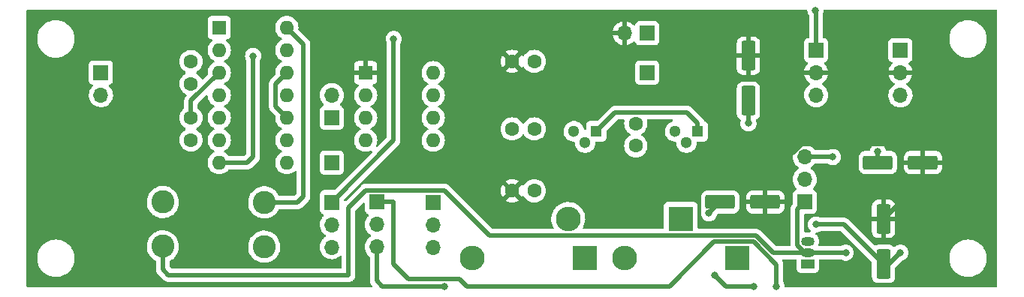
<source format=gbr>
%TF.GenerationSoftware,KiCad,Pcbnew,(6.0.10)*%
%TF.CreationDate,2023-04-08T13:13:14+03:00*%
%TF.ProjectId,DelSol_Voice,44656c53-6f6c-45f5-966f-6963652e6b69,rev?*%
%TF.SameCoordinates,Original*%
%TF.FileFunction,Copper,L1,Top*%
%TF.FilePolarity,Positive*%
%FSLAX46Y46*%
G04 Gerber Fmt 4.6, Leading zero omitted, Abs format (unit mm)*
G04 Created by KiCad (PCBNEW (6.0.10)) date 2023-04-08 13:13:14*
%MOMM*%
%LPD*%
G01*
G04 APERTURE LIST*
G04 Aperture macros list*
%AMRoundRect*
0 Rectangle with rounded corners*
0 $1 Rounding radius*
0 $2 $3 $4 $5 $6 $7 $8 $9 X,Y pos of 4 corners*
0 Add a 4 corners polygon primitive as box body*
4,1,4,$2,$3,$4,$5,$6,$7,$8,$9,$2,$3,0*
0 Add four circle primitives for the rounded corners*
1,1,$1+$1,$2,$3*
1,1,$1+$1,$4,$5*
1,1,$1+$1,$6,$7*
1,1,$1+$1,$8,$9*
0 Add four rect primitives between the rounded corners*
20,1,$1+$1,$2,$3,$4,$5,0*
20,1,$1+$1,$4,$5,$6,$7,0*
20,1,$1+$1,$6,$7,$8,$9,0*
20,1,$1+$1,$8,$9,$2,$3,0*%
G04 Aperture macros list end*
%TA.AperFunction,ComponentPad*%
%ADD10C,1.600000*%
%TD*%
%TA.AperFunction,ComponentPad*%
%ADD11R,1.700000X1.700000*%
%TD*%
%TA.AperFunction,ComponentPad*%
%ADD12O,1.700000X1.700000*%
%TD*%
%TA.AperFunction,ComponentPad*%
%ADD13R,1.300000X1.300000*%
%TD*%
%TA.AperFunction,ComponentPad*%
%ADD14C,1.300000*%
%TD*%
%TA.AperFunction,SMDPad,CuDef*%
%ADD15RoundRect,0.250000X1.412500X0.550000X-1.412500X0.550000X-1.412500X-0.550000X1.412500X-0.550000X0*%
%TD*%
%TA.AperFunction,ComponentPad*%
%ADD16R,2.800000X2.800000*%
%TD*%
%TA.AperFunction,ComponentPad*%
%ADD17O,2.800000X2.800000*%
%TD*%
%TA.AperFunction,SMDPad,CuDef*%
%ADD18RoundRect,0.250000X-1.412500X-0.550000X1.412500X-0.550000X1.412500X0.550000X-1.412500X0.550000X0*%
%TD*%
%TA.AperFunction,ComponentPad*%
%ADD19C,2.600000*%
%TD*%
%TA.AperFunction,SMDPad,CuDef*%
%ADD20RoundRect,0.250000X-0.550000X1.412500X-0.550000X-1.412500X0.550000X-1.412500X0.550000X1.412500X0*%
%TD*%
%TA.AperFunction,ComponentPad*%
%ADD21R,1.600000X1.600000*%
%TD*%
%TA.AperFunction,ComponentPad*%
%ADD22O,1.600000X1.600000*%
%TD*%
%TA.AperFunction,ComponentPad*%
%ADD23R,1.500000X1.050000*%
%TD*%
%TA.AperFunction,ComponentPad*%
%ADD24O,1.500000X1.050000*%
%TD*%
%TA.AperFunction,ViaPad*%
%ADD25C,0.800000*%
%TD*%
%TA.AperFunction,Conductor*%
%ADD26C,0.500000*%
%TD*%
G04 APERTURE END LIST*
D10*
X160655000Y-111760000D03*
X160655000Y-109260000D03*
X146705000Y-102235000D03*
X149205000Y-102235000D03*
D11*
X131445000Y-118110000D03*
D12*
X131445000Y-120650000D03*
X131445000Y-123190000D03*
D13*
X167640000Y-110130000D03*
D14*
X166370000Y-111400000D03*
X165100000Y-110130000D03*
D13*
X156210000Y-110130000D03*
D14*
X154940000Y-111400000D03*
X153670000Y-110130000D03*
D10*
X110490000Y-111105000D03*
X110490000Y-108605000D03*
D11*
X100330000Y-103500000D03*
D12*
X100330000Y-106040000D03*
D15*
X193037500Y-113665000D03*
X187962500Y-113665000D03*
D10*
X146705000Y-116840000D03*
X149205000Y-116840000D03*
D16*
X154940000Y-124460000D03*
D17*
X142240000Y-124460000D03*
D18*
X170182500Y-118110000D03*
X175257500Y-118110000D03*
D19*
X118745000Y-118150000D03*
X118745000Y-123150000D03*
D20*
X173355000Y-101602500D03*
X173355000Y-106677500D03*
D11*
X137795000Y-118125000D03*
D12*
X137795000Y-120665000D03*
X137795000Y-123205000D03*
D20*
X188595000Y-120017500D03*
X188595000Y-125092500D03*
D11*
X126365000Y-113665000D03*
D21*
X130185000Y-103515000D03*
D22*
X130185000Y-106055000D03*
X130185000Y-108595000D03*
X130185000Y-111135000D03*
X137805000Y-111135000D03*
X137805000Y-108595000D03*
X137805000Y-106055000D03*
X137805000Y-103515000D03*
D21*
X113675000Y-98420000D03*
D22*
X113675000Y-100960000D03*
X113675000Y-103500000D03*
X113675000Y-106040000D03*
X113675000Y-108580000D03*
X113675000Y-111120000D03*
X113675000Y-113660000D03*
X121295000Y-113660000D03*
X121295000Y-111120000D03*
X121295000Y-108580000D03*
X121295000Y-106040000D03*
X121295000Y-103500000D03*
X121295000Y-100960000D03*
X121295000Y-98420000D03*
D11*
X161925000Y-99060000D03*
D12*
X159385000Y-99060000D03*
D16*
X165735000Y-120015000D03*
D17*
X153035000Y-120015000D03*
D11*
X190500000Y-100980000D03*
D12*
X190500000Y-103520000D03*
X190500000Y-106060000D03*
D19*
X107315000Y-118110000D03*
X107315000Y-123110000D03*
D11*
X161925000Y-103505000D03*
X126365000Y-108590000D03*
D12*
X126365000Y-106050000D03*
D11*
X179705000Y-118095000D03*
D12*
X179705000Y-115555000D03*
X179705000Y-113015000D03*
D16*
X172085000Y-124460000D03*
D17*
X159385000Y-124460000D03*
D11*
X126365000Y-118125000D03*
D12*
X126365000Y-120665000D03*
X126365000Y-123205000D03*
D11*
X180975000Y-100965000D03*
D12*
X180975000Y-103505000D03*
X180975000Y-106045000D03*
D10*
X146705000Y-109855000D03*
X149205000Y-109855000D03*
X110490000Y-104755000D03*
X110490000Y-102255000D03*
D23*
X180065000Y-125095000D03*
D24*
X180065000Y-123825000D03*
X180065000Y-122555000D03*
D25*
X173355000Y-99060000D03*
X175260000Y-120015000D03*
X193040000Y-111760000D03*
X173355000Y-109220000D03*
X117493850Y-101615051D03*
X139065000Y-127635000D03*
X168910000Y-119380000D03*
X133350000Y-99695000D03*
X180910000Y-96455000D03*
X182880000Y-113030000D03*
X184329502Y-123825000D03*
X173990000Y-127635000D03*
X169545000Y-126365000D03*
X180975000Y-120650000D03*
X190500000Y-123825000D03*
X176530000Y-127635000D03*
X187960000Y-112395000D03*
D26*
X179336522Y-111545000D02*
X192825000Y-111545000D01*
X193040000Y-111760000D02*
X193040000Y-113662500D01*
X188595000Y-120017500D02*
X193037500Y-115575000D01*
X175257500Y-118110000D02*
X175257500Y-120012500D01*
X173355000Y-101602500D02*
X173355000Y-99060000D01*
X192825000Y-111545000D02*
X193040000Y-111760000D01*
X193040000Y-113662500D02*
X193037500Y-113665000D01*
X193037500Y-115575000D02*
X193037500Y-113665000D01*
X175257500Y-115624022D02*
X179336522Y-111545000D01*
X175257500Y-120012500D02*
X175260000Y-120015000D01*
X175257500Y-118110000D02*
X175257500Y-115624022D01*
X166430000Y-108010000D02*
X167640000Y-109220000D01*
X167640000Y-109220000D02*
X167640000Y-110130000D01*
X156210000Y-110130000D02*
X158330000Y-108010000D01*
X173355000Y-106677500D02*
X173355000Y-109220000D01*
X158330000Y-108010000D02*
X166430000Y-108010000D01*
X116845000Y-113660000D02*
X113675000Y-113660000D01*
X117493850Y-101615051D02*
X117493850Y-113011150D01*
X117493850Y-113011150D02*
X116845000Y-113660000D01*
X110490000Y-106685000D02*
X113675000Y-103500000D01*
X110490000Y-108605000D02*
X110490000Y-106685000D01*
X170182500Y-118110000D02*
X170180000Y-118110000D01*
X131445000Y-127000000D02*
X132080000Y-127635000D01*
X132080000Y-127635000D02*
X139065000Y-127635000D01*
X170180000Y-118110000D02*
X168910000Y-119380000D01*
X131445000Y-123190000D02*
X131445000Y-127000000D01*
X133350000Y-111140000D02*
X133350000Y-99695000D01*
X179720000Y-113030000D02*
X179705000Y-113015000D01*
X180975000Y-100965000D02*
X180975000Y-96520000D01*
X182880000Y-113030000D02*
X179720000Y-113030000D01*
X126365000Y-118125000D02*
X133350000Y-111140000D01*
X180975000Y-96520000D02*
X180910000Y-96455000D01*
X107315000Y-125730000D02*
X107315000Y-123110000D01*
X180065000Y-123825000D02*
X184329502Y-123825000D01*
X178865000Y-118935000D02*
X179705000Y-118095000D01*
X128270000Y-126365000D02*
X107950000Y-126365000D01*
X178865000Y-122958858D02*
X178865000Y-118935000D01*
X130205000Y-116810000D02*
X128270000Y-118745000D01*
X179731142Y-123825000D02*
X178865000Y-122958858D01*
X128270000Y-118745000D02*
X128270000Y-126365000D01*
X176139950Y-123825000D02*
X174224949Y-121910000D01*
X139080000Y-116810000D02*
X130205000Y-116810000D01*
X107950000Y-126365000D02*
X107315000Y-125730000D01*
X180065000Y-123825000D02*
X176139950Y-123825000D01*
X144180000Y-121910000D02*
X139080000Y-116810000D01*
X180065000Y-123825000D02*
X179731142Y-123825000D01*
X174224949Y-121910000D02*
X144180000Y-121910000D01*
X170815000Y-127635000D02*
X169545000Y-126365000D01*
X173990000Y-127635000D02*
X170815000Y-127635000D01*
X123190000Y-117475000D02*
X122515000Y-118150000D01*
X121295000Y-98420000D02*
X123190000Y-100315000D01*
X123190000Y-100315000D02*
X123190000Y-117475000D01*
X122515000Y-118150000D02*
X118745000Y-118150000D01*
X188595000Y-125092500D02*
X189232500Y-125092500D01*
X184152500Y-120650000D02*
X188595000Y-125092500D01*
X180975000Y-120650000D02*
X184152500Y-120650000D01*
X189232500Y-125092500D02*
X190500000Y-123825000D01*
X141605000Y-127635000D02*
X140755000Y-126785000D01*
X176530000Y-127635000D02*
X176530000Y-125205000D01*
X187960000Y-113662500D02*
X187962500Y-113665000D01*
X140755000Y-126785000D02*
X135040000Y-126785000D01*
X164465000Y-127635000D02*
X141605000Y-127635000D01*
X133350000Y-125095000D02*
X133350000Y-118110000D01*
X173935000Y-122610000D02*
X169490000Y-122610000D01*
X176530000Y-125205000D02*
X173935000Y-122610000D01*
X135040000Y-126785000D02*
X133350000Y-125095000D01*
X187960000Y-112395000D02*
X187960000Y-113662500D01*
X131445000Y-118110000D02*
X133350000Y-118110000D01*
X169490000Y-122610000D02*
X164465000Y-127635000D01*
X120045000Y-104750000D02*
X121295000Y-103500000D01*
X120045000Y-107330000D02*
X120045000Y-104750000D01*
X121295000Y-108580000D02*
X120045000Y-107330000D01*
%TA.AperFunction,Conductor*%
G36*
X179944702Y-96413502D02*
G01*
X179991195Y-96467158D01*
X180001891Y-96506330D01*
X180016458Y-96644928D01*
X180075473Y-96826556D01*
X180170960Y-96991944D01*
X180175378Y-96996851D01*
X180175379Y-96996852D01*
X180184135Y-97006576D01*
X180214853Y-97070583D01*
X180216500Y-97090888D01*
X180216500Y-99480500D01*
X180196498Y-99548621D01*
X180142842Y-99595114D01*
X180090500Y-99606500D01*
X180076866Y-99606500D01*
X180014684Y-99613255D01*
X179878295Y-99664385D01*
X179761739Y-99751739D01*
X179674385Y-99868295D01*
X179623255Y-100004684D01*
X179616500Y-100066866D01*
X179616500Y-101863134D01*
X179623255Y-101925316D01*
X179674385Y-102061705D01*
X179761739Y-102178261D01*
X179878295Y-102265615D01*
X179886704Y-102268767D01*
X179886705Y-102268768D01*
X179995960Y-102309726D01*
X180052725Y-102352367D01*
X180077425Y-102418929D01*
X180062218Y-102488278D01*
X180042825Y-102514759D01*
X179919590Y-102643717D01*
X179913104Y-102651727D01*
X179793098Y-102827649D01*
X179788000Y-102836623D01*
X179698338Y-103029783D01*
X179694775Y-103039470D01*
X179639389Y-103239183D01*
X179640912Y-103247607D01*
X179653292Y-103251000D01*
X182293344Y-103251000D01*
X182306875Y-103247027D01*
X182308180Y-103237947D01*
X182266214Y-103070875D01*
X182262894Y-103061124D01*
X182177972Y-102865814D01*
X182173105Y-102856739D01*
X182057426Y-102677926D01*
X182051136Y-102669757D01*
X181907293Y-102511677D01*
X181876241Y-102447831D01*
X181884635Y-102377333D01*
X181929812Y-102322564D01*
X181956256Y-102308895D01*
X182063297Y-102268767D01*
X182071705Y-102265615D01*
X182188261Y-102178261D01*
X182275615Y-102061705D01*
X182326745Y-101925316D01*
X182331871Y-101878134D01*
X189141500Y-101878134D01*
X189148255Y-101940316D01*
X189199385Y-102076705D01*
X189286739Y-102193261D01*
X189403295Y-102280615D01*
X189411704Y-102283767D01*
X189411705Y-102283768D01*
X189520960Y-102324726D01*
X189577725Y-102367367D01*
X189602425Y-102433929D01*
X189587218Y-102503278D01*
X189567825Y-102529759D01*
X189444590Y-102658717D01*
X189438104Y-102666727D01*
X189318098Y-102842649D01*
X189313000Y-102851623D01*
X189223338Y-103044783D01*
X189219775Y-103054470D01*
X189164389Y-103254183D01*
X189165912Y-103262607D01*
X189178292Y-103266000D01*
X191818344Y-103266000D01*
X191831875Y-103262027D01*
X191833180Y-103252947D01*
X191791214Y-103085875D01*
X191787894Y-103076124D01*
X191702972Y-102880814D01*
X191698105Y-102871739D01*
X191582426Y-102692926D01*
X191576136Y-102684757D01*
X191432293Y-102526677D01*
X191401241Y-102462831D01*
X191409635Y-102392333D01*
X191454812Y-102337564D01*
X191481256Y-102323895D01*
X191588297Y-102283767D01*
X191596705Y-102280615D01*
X191713261Y-102193261D01*
X191800615Y-102076705D01*
X191851745Y-101940316D01*
X191858500Y-101878134D01*
X191858500Y-100081866D01*
X191851745Y-100019684D01*
X191800615Y-99883295D01*
X191758951Y-99827703D01*
X196010743Y-99827703D01*
X196011302Y-99831947D01*
X196011302Y-99831951D01*
X196016087Y-99868295D01*
X196048268Y-100112734D01*
X196124129Y-100390036D01*
X196236923Y-100654476D01*
X196384561Y-100901161D01*
X196564313Y-101125528D01*
X196772851Y-101323423D01*
X197006317Y-101491186D01*
X197010112Y-101493195D01*
X197010113Y-101493196D01*
X197031869Y-101504715D01*
X197260392Y-101625712D01*
X197530373Y-101724511D01*
X197811264Y-101785755D01*
X197839841Y-101788004D01*
X198034282Y-101803307D01*
X198034291Y-101803307D01*
X198036739Y-101803500D01*
X198192271Y-101803500D01*
X198194407Y-101803354D01*
X198194418Y-101803354D01*
X198402548Y-101789165D01*
X198402554Y-101789164D01*
X198406825Y-101788873D01*
X198411020Y-101788004D01*
X198411022Y-101788004D01*
X198547584Y-101759723D01*
X198688342Y-101730574D01*
X198959343Y-101634607D01*
X199214812Y-101502750D01*
X199218313Y-101500289D01*
X199218317Y-101500287D01*
X199355414Y-101403933D01*
X199450023Y-101337441D01*
X199551121Y-101243495D01*
X199657479Y-101144661D01*
X199657481Y-101144658D01*
X199660622Y-101141740D01*
X199842713Y-100919268D01*
X199992927Y-100674142D01*
X200108483Y-100410898D01*
X200114040Y-100391392D01*
X200186068Y-100138534D01*
X200187244Y-100134406D01*
X200223920Y-99876703D01*
X200227146Y-99854036D01*
X200227146Y-99854034D01*
X200227751Y-99849784D01*
X200227794Y-99841684D01*
X200229235Y-99566583D01*
X200229235Y-99566576D01*
X200229257Y-99562297D01*
X200228629Y-99557523D01*
X200192292Y-99281522D01*
X200191732Y-99277266D01*
X200115871Y-98999964D01*
X200073743Y-98901197D01*
X200004763Y-98739476D01*
X200004761Y-98739472D01*
X200003077Y-98735524D01*
X199855439Y-98488839D01*
X199675687Y-98264472D01*
X199467149Y-98066577D01*
X199233683Y-97898814D01*
X199211843Y-97887250D01*
X199148891Y-97853919D01*
X198979608Y-97764288D01*
X198709627Y-97665489D01*
X198428736Y-97604245D01*
X198397685Y-97601801D01*
X198205718Y-97586693D01*
X198205709Y-97586693D01*
X198203261Y-97586500D01*
X198047729Y-97586500D01*
X198045593Y-97586646D01*
X198045582Y-97586646D01*
X197837452Y-97600835D01*
X197837446Y-97600836D01*
X197833175Y-97601127D01*
X197828980Y-97601996D01*
X197828978Y-97601996D01*
X197692417Y-97630276D01*
X197551658Y-97659426D01*
X197280657Y-97755393D01*
X197025188Y-97887250D01*
X197021687Y-97889711D01*
X197021683Y-97889713D01*
X196916987Y-97963295D01*
X196789977Y-98052559D01*
X196714169Y-98123004D01*
X196632693Y-98198717D01*
X196579378Y-98248260D01*
X196397287Y-98470732D01*
X196247073Y-98715858D01*
X196131517Y-98979102D01*
X196052756Y-99255594D01*
X196026228Y-99441995D01*
X196017580Y-99502761D01*
X196012249Y-99540216D01*
X196012227Y-99544505D01*
X196012226Y-99544512D01*
X196010770Y-99822477D01*
X196010743Y-99827703D01*
X191758951Y-99827703D01*
X191713261Y-99766739D01*
X191596705Y-99679385D01*
X191460316Y-99628255D01*
X191398134Y-99621500D01*
X189601866Y-99621500D01*
X189539684Y-99628255D01*
X189403295Y-99679385D01*
X189286739Y-99766739D01*
X189199385Y-99883295D01*
X189148255Y-100019684D01*
X189141500Y-100081866D01*
X189141500Y-101878134D01*
X182331871Y-101878134D01*
X182333500Y-101863134D01*
X182333500Y-100066866D01*
X182326745Y-100004684D01*
X182275615Y-99868295D01*
X182188261Y-99751739D01*
X182071705Y-99664385D01*
X181935316Y-99613255D01*
X181873134Y-99606500D01*
X181859500Y-99606500D01*
X181791379Y-99586498D01*
X181744886Y-99532842D01*
X181733500Y-99480500D01*
X181733500Y-96876408D01*
X181743845Y-96827737D01*
X181744527Y-96826556D01*
X181803542Y-96644928D01*
X181818109Y-96506330D01*
X181845122Y-96440673D01*
X181903344Y-96400043D01*
X181943419Y-96393500D01*
X201295500Y-96393500D01*
X201363621Y-96413502D01*
X201410114Y-96467158D01*
X201421500Y-96519500D01*
X201421500Y-127635500D01*
X201401498Y-127703621D01*
X201347842Y-127750114D01*
X201295500Y-127761500D01*
X177568814Y-127761500D01*
X177500693Y-127741498D01*
X177454200Y-127687842D01*
X177443244Y-127637476D01*
X177443504Y-127635000D01*
X177433848Y-127543128D01*
X177424232Y-127451635D01*
X177424232Y-127451633D01*
X177423542Y-127445072D01*
X177364527Y-127263444D01*
X177358224Y-127252526D01*
X177326232Y-127197115D01*
X177305381Y-127161000D01*
X177288500Y-127098001D01*
X177288500Y-125272069D01*
X177289933Y-125253118D01*
X177292099Y-125238883D01*
X177292099Y-125238881D01*
X177293199Y-125231651D01*
X177288915Y-125178982D01*
X177288500Y-125168767D01*
X177288500Y-125160707D01*
X177286428Y-125142937D01*
X177285211Y-125132493D01*
X177284778Y-125128118D01*
X177279454Y-125062661D01*
X177279453Y-125062658D01*
X177278860Y-125055363D01*
X177276604Y-125048399D01*
X177275413Y-125042440D01*
X177274029Y-125036585D01*
X177273182Y-125029319D01*
X177248265Y-124960673D01*
X177246848Y-124956545D01*
X177226607Y-124894064D01*
X177226606Y-124894062D01*
X177224351Y-124887101D01*
X177220555Y-124880846D01*
X177218049Y-124875372D01*
X177215330Y-124869942D01*
X177212833Y-124863063D01*
X177172809Y-124802016D01*
X177170472Y-124798312D01*
X177156244Y-124774865D01*
X177138005Y-124706252D01*
X177159756Y-124638669D01*
X177214593Y-124593575D01*
X177263963Y-124583500D01*
X178680500Y-124583500D01*
X178748621Y-124603502D01*
X178795114Y-124657158D01*
X178806500Y-124709500D01*
X178806500Y-125668134D01*
X178813255Y-125730316D01*
X178864385Y-125866705D01*
X178951739Y-125983261D01*
X179068295Y-126070615D01*
X179204684Y-126121745D01*
X179266866Y-126128500D01*
X180863134Y-126128500D01*
X180925316Y-126121745D01*
X181061705Y-126070615D01*
X181178261Y-125983261D01*
X181265615Y-125866705D01*
X181316745Y-125730316D01*
X181323500Y-125668134D01*
X181323500Y-124709500D01*
X181343502Y-124641379D01*
X181397158Y-124594886D01*
X181449500Y-124583500D01*
X183786915Y-124583500D01*
X183860974Y-124607563D01*
X183867404Y-124612235D01*
X183867411Y-124612239D01*
X183872750Y-124616118D01*
X183878778Y-124618802D01*
X183878780Y-124618803D01*
X184034189Y-124687995D01*
X184047214Y-124693794D01*
X184121105Y-124709500D01*
X184227558Y-124732128D01*
X184227563Y-124732128D01*
X184234015Y-124733500D01*
X184424989Y-124733500D01*
X184431441Y-124732128D01*
X184431446Y-124732128D01*
X184537899Y-124709500D01*
X184611790Y-124693794D01*
X184624815Y-124687995D01*
X184780224Y-124618803D01*
X184780226Y-124618802D01*
X184786254Y-124616118D01*
X184791599Y-124612235D01*
X184865466Y-124558567D01*
X184940755Y-124503866D01*
X185047608Y-124385194D01*
X185064123Y-124366852D01*
X185064124Y-124366851D01*
X185068542Y-124361944D01*
X185138119Y-124241434D01*
X185160725Y-124202279D01*
X185160726Y-124202278D01*
X185164029Y-124196556D01*
X185223044Y-124014928D01*
X185227651Y-123971100D01*
X185242316Y-123831565D01*
X185243006Y-123825000D01*
X185233499Y-123734542D01*
X185223734Y-123641635D01*
X185223734Y-123641633D01*
X185223044Y-123635072D01*
X185164029Y-123453444D01*
X185068542Y-123288056D01*
X185024720Y-123239386D01*
X184945177Y-123151045D01*
X184945174Y-123151042D01*
X184940755Y-123146134D01*
X184806550Y-123048628D01*
X184791596Y-123037763D01*
X184791595Y-123037762D01*
X184786254Y-123033882D01*
X184780226Y-123031198D01*
X184780224Y-123031197D01*
X184617821Y-122958891D01*
X184617820Y-122958891D01*
X184611790Y-122956206D01*
X184509051Y-122934368D01*
X184431446Y-122917872D01*
X184431441Y-122917872D01*
X184424989Y-122916500D01*
X184234015Y-122916500D01*
X184227563Y-122917872D01*
X184227558Y-122917872D01*
X184149953Y-122934368D01*
X184047214Y-122956206D01*
X184041184Y-122958891D01*
X184041183Y-122958891D01*
X183878780Y-123031197D01*
X183878778Y-123031198D01*
X183872750Y-123033882D01*
X183867411Y-123037761D01*
X183867404Y-123037765D01*
X183860974Y-123042437D01*
X183786915Y-123066500D01*
X181384497Y-123066500D01*
X181316376Y-123046498D01*
X181269883Y-122992842D01*
X181259779Y-122922568D01*
X181264132Y-122903241D01*
X181305468Y-122769707D01*
X181305469Y-122769704D01*
X181307290Y-122763820D01*
X181309868Y-122739297D01*
X181327832Y-122568378D01*
X181327832Y-122568377D01*
X181328476Y-122562250D01*
X181319930Y-122468344D01*
X181310665Y-122366543D01*
X181310664Y-122366540D01*
X181310106Y-122360404D01*
X181307543Y-122351693D01*
X181259708Y-122189168D01*
X181252881Y-122165971D01*
X181227707Y-122117816D01*
X181195837Y-122056854D01*
X181158981Y-121986355D01*
X181031981Y-121828399D01*
X180975519Y-121781022D01*
X180936192Y-121721912D01*
X180935066Y-121650925D01*
X180972497Y-121590597D01*
X181036602Y-121560083D01*
X181056510Y-121558500D01*
X181070487Y-121558500D01*
X181076939Y-121557128D01*
X181076944Y-121557128D01*
X181175037Y-121536277D01*
X181257288Y-121518794D01*
X181275003Y-121510907D01*
X181425722Y-121443803D01*
X181425724Y-121443802D01*
X181431752Y-121441118D01*
X181437091Y-121437239D01*
X181437098Y-121437235D01*
X181443528Y-121432563D01*
X181517587Y-121408500D01*
X183786129Y-121408500D01*
X183854250Y-121428502D01*
X183875224Y-121445405D01*
X187249595Y-124819776D01*
X187283621Y-124882088D01*
X187286500Y-124908871D01*
X187286500Y-126555400D01*
X187286837Y-126558646D01*
X187286837Y-126558650D01*
X187295241Y-126639643D01*
X187297474Y-126661166D01*
X187299655Y-126667702D01*
X187299655Y-126667704D01*
X187332060Y-126764834D01*
X187353450Y-126828946D01*
X187446522Y-126979348D01*
X187571697Y-127104305D01*
X187577927Y-127108145D01*
X187577928Y-127108146D01*
X187715090Y-127192694D01*
X187722262Y-127197115D01*
X187802005Y-127223564D01*
X187883611Y-127250632D01*
X187883613Y-127250632D01*
X187890139Y-127252797D01*
X187896975Y-127253497D01*
X187896978Y-127253498D01*
X187938197Y-127257721D01*
X187994600Y-127263500D01*
X189195400Y-127263500D01*
X189198646Y-127263163D01*
X189198650Y-127263163D01*
X189294308Y-127253238D01*
X189294312Y-127253237D01*
X189301166Y-127252526D01*
X189307702Y-127250345D01*
X189307704Y-127250345D01*
X189439806Y-127206272D01*
X189468946Y-127196550D01*
X189619348Y-127103478D01*
X189744305Y-126978303D01*
X189758750Y-126954869D01*
X189833275Y-126833968D01*
X189833276Y-126833966D01*
X189837115Y-126827738D01*
X189869443Y-126730271D01*
X189890632Y-126666389D01*
X189890632Y-126666387D01*
X189892797Y-126659861D01*
X189895067Y-126637711D01*
X189902158Y-126568500D01*
X189903500Y-126555400D01*
X189903500Y-125546371D01*
X189923502Y-125478250D01*
X189940405Y-125457276D01*
X190656331Y-124741350D01*
X190719228Y-124707199D01*
X190775824Y-124695169D01*
X190775833Y-124695166D01*
X190782288Y-124693794D01*
X190795313Y-124687995D01*
X190950722Y-124618803D01*
X190950724Y-124618802D01*
X190956752Y-124616118D01*
X190962097Y-124612235D01*
X190988980Y-124592703D01*
X196010743Y-124592703D01*
X196011302Y-124596947D01*
X196011302Y-124596951D01*
X196017151Y-124641379D01*
X196048268Y-124877734D01*
X196049401Y-124881874D01*
X196049401Y-124881876D01*
X196052735Y-124894064D01*
X196124129Y-125155036D01*
X196125813Y-125158984D01*
X196234118Y-125412899D01*
X196236923Y-125419476D01*
X196259903Y-125457872D01*
X196378674Y-125656324D01*
X196384561Y-125666161D01*
X196564313Y-125890528D01*
X196648392Y-125970316D01*
X196761929Y-126078058D01*
X196772851Y-126088423D01*
X196943521Y-126211062D01*
X196984285Y-126240354D01*
X197006317Y-126256186D01*
X197010112Y-126258195D01*
X197010113Y-126258196D01*
X197029536Y-126268480D01*
X197260392Y-126390712D01*
X197530373Y-126489511D01*
X197811264Y-126550755D01*
X197828786Y-126552134D01*
X198034282Y-126568307D01*
X198034291Y-126568307D01*
X198036739Y-126568500D01*
X198192271Y-126568500D01*
X198194407Y-126568354D01*
X198194418Y-126568354D01*
X198402548Y-126554165D01*
X198402554Y-126554164D01*
X198406825Y-126553873D01*
X198411020Y-126553004D01*
X198411022Y-126553004D01*
X198564197Y-126521283D01*
X198688342Y-126495574D01*
X198959343Y-126399607D01*
X199115203Y-126319162D01*
X199211005Y-126269715D01*
X199211006Y-126269715D01*
X199214812Y-126267750D01*
X199218313Y-126265289D01*
X199218317Y-126265287D01*
X199337341Y-126181635D01*
X199450023Y-126102441D01*
X199587875Y-125974341D01*
X199657479Y-125909661D01*
X199657481Y-125909658D01*
X199660622Y-125906740D01*
X199842713Y-125684268D01*
X199981449Y-125457872D01*
X199990686Y-125442799D01*
X199992927Y-125439142D01*
X200108483Y-125175898D01*
X200140740Y-125062661D01*
X200186068Y-124903534D01*
X200187244Y-124899406D01*
X200221720Y-124657158D01*
X200227146Y-124619036D01*
X200227146Y-124619034D01*
X200227751Y-124614784D01*
X200227811Y-124603502D01*
X200229235Y-124331583D01*
X200229235Y-124331576D01*
X200229257Y-124327297D01*
X200226537Y-124306632D01*
X200202007Y-124120316D01*
X200191732Y-124042266D01*
X200115871Y-123764964D01*
X200099155Y-123725775D01*
X200004763Y-123504476D01*
X200004761Y-123504472D01*
X200003077Y-123500524D01*
X199901630Y-123331019D01*
X199857643Y-123257521D01*
X199857640Y-123257517D01*
X199855439Y-123253839D01*
X199675687Y-123029472D01*
X199521965Y-122883595D01*
X199470258Y-122834527D01*
X199470255Y-122834525D01*
X199467149Y-122831577D01*
X199268040Y-122688502D01*
X199237172Y-122666321D01*
X199237171Y-122666320D01*
X199233683Y-122663814D01*
X199211843Y-122652250D01*
X199167842Y-122628953D01*
X198979608Y-122529288D01*
X198813071Y-122468344D01*
X198713658Y-122431964D01*
X198713656Y-122431963D01*
X198709627Y-122430489D01*
X198428736Y-122369245D01*
X198394403Y-122366543D01*
X198205718Y-122351693D01*
X198205709Y-122351693D01*
X198203261Y-122351500D01*
X198047729Y-122351500D01*
X198045593Y-122351646D01*
X198045582Y-122351646D01*
X197837452Y-122365835D01*
X197837446Y-122365836D01*
X197833175Y-122366127D01*
X197828980Y-122366996D01*
X197828978Y-122366996D01*
X197692417Y-122395276D01*
X197551658Y-122424426D01*
X197280657Y-122520393D01*
X197229376Y-122546861D01*
X197067898Y-122630206D01*
X197025188Y-122652250D01*
X197021687Y-122654711D01*
X197021683Y-122654713D01*
X196907582Y-122734905D01*
X196789977Y-122817559D01*
X196768648Y-122837379D01*
X196584534Y-123008469D01*
X196579378Y-123013260D01*
X196397287Y-123235732D01*
X196247073Y-123480858D01*
X196245347Y-123484791D01*
X196245346Y-123484792D01*
X196240059Y-123496837D01*
X196131517Y-123744102D01*
X196130342Y-123748229D01*
X196130341Y-123748230D01*
X196122846Y-123774542D01*
X196052756Y-124020594D01*
X196032073Y-124165925D01*
X196014664Y-124288250D01*
X196012249Y-124305216D01*
X196012227Y-124309505D01*
X196012226Y-124309512D01*
X196010792Y-124583324D01*
X196010743Y-124592703D01*
X190988980Y-124592703D01*
X191035964Y-124558567D01*
X191111253Y-124503866D01*
X191218106Y-124385194D01*
X191234621Y-124366852D01*
X191234622Y-124366851D01*
X191239040Y-124361944D01*
X191308617Y-124241434D01*
X191331223Y-124202279D01*
X191331224Y-124202278D01*
X191334527Y-124196556D01*
X191393542Y-124014928D01*
X191398149Y-123971100D01*
X191412814Y-123831565D01*
X191413504Y-123825000D01*
X191403997Y-123734542D01*
X191394232Y-123641635D01*
X191394232Y-123641633D01*
X191393542Y-123635072D01*
X191334527Y-123453444D01*
X191239040Y-123288056D01*
X191195218Y-123239386D01*
X191115675Y-123151045D01*
X191115672Y-123151042D01*
X191111253Y-123146134D01*
X190977048Y-123048628D01*
X190962094Y-123037763D01*
X190962093Y-123037762D01*
X190956752Y-123033882D01*
X190950724Y-123031198D01*
X190950722Y-123031197D01*
X190788319Y-122958891D01*
X190788318Y-122958891D01*
X190782288Y-122956206D01*
X190679549Y-122934368D01*
X190601944Y-122917872D01*
X190601939Y-122917872D01*
X190595487Y-122916500D01*
X190404513Y-122916500D01*
X190398061Y-122917872D01*
X190398056Y-122917872D01*
X190320451Y-122934368D01*
X190217712Y-122956206D01*
X190211682Y-122958891D01*
X190211681Y-122958891D01*
X190049278Y-123031197D01*
X190049276Y-123031198D01*
X190043248Y-123033882D01*
X190037907Y-123037762D01*
X190037906Y-123037763D01*
X190022952Y-123048628D01*
X189888747Y-123146134D01*
X189880525Y-123155266D01*
X189820080Y-123192503D01*
X189749096Y-123191151D01*
X189697873Y-123160126D01*
X189623484Y-123085866D01*
X189623479Y-123085862D01*
X189618303Y-123080695D01*
X189612072Y-123076854D01*
X189473968Y-122991725D01*
X189473966Y-122991724D01*
X189467738Y-122987885D01*
X189352221Y-122949570D01*
X189306389Y-122934368D01*
X189306387Y-122934368D01*
X189299861Y-122932203D01*
X189293025Y-122931503D01*
X189293022Y-122931502D01*
X189249969Y-122927091D01*
X189195400Y-122921500D01*
X187994600Y-122921500D01*
X187991354Y-122921837D01*
X187991350Y-122921837D01*
X187895692Y-122931762D01*
X187895688Y-122931763D01*
X187888834Y-122932474D01*
X187882298Y-122934655D01*
X187882296Y-122934655D01*
X187822194Y-122954707D01*
X187721054Y-122988450D01*
X187714834Y-122992299D01*
X187714832Y-122992300D01*
X187708651Y-122996125D01*
X187640198Y-123014961D01*
X187572429Y-122993798D01*
X187553255Y-122978074D01*
X186052276Y-121477095D01*
X187287001Y-121477095D01*
X187287338Y-121483614D01*
X187297257Y-121579206D01*
X187300149Y-121592600D01*
X187351588Y-121746784D01*
X187357761Y-121759962D01*
X187443063Y-121897807D01*
X187452099Y-121909208D01*
X187566829Y-122023739D01*
X187578240Y-122032751D01*
X187716243Y-122117816D01*
X187729424Y-122123963D01*
X187883710Y-122175138D01*
X187897086Y-122178005D01*
X187991438Y-122187672D01*
X187997854Y-122188000D01*
X188322885Y-122188000D01*
X188338124Y-122183525D01*
X188339329Y-122182135D01*
X188341000Y-122174452D01*
X188341000Y-122169884D01*
X188849000Y-122169884D01*
X188853475Y-122185123D01*
X188854865Y-122186328D01*
X188862548Y-122187999D01*
X189192095Y-122187999D01*
X189198614Y-122187662D01*
X189294206Y-122177743D01*
X189307600Y-122174851D01*
X189461784Y-122123412D01*
X189474962Y-122117239D01*
X189612807Y-122031937D01*
X189624208Y-122022901D01*
X189738739Y-121908171D01*
X189747751Y-121896760D01*
X189832816Y-121758757D01*
X189838963Y-121745576D01*
X189890138Y-121591290D01*
X189893005Y-121577914D01*
X189902672Y-121483562D01*
X189903000Y-121477146D01*
X189903000Y-120289615D01*
X189898525Y-120274376D01*
X189897135Y-120273171D01*
X189889452Y-120271500D01*
X188867115Y-120271500D01*
X188851876Y-120275975D01*
X188850671Y-120277365D01*
X188849000Y-120285048D01*
X188849000Y-122169884D01*
X188341000Y-122169884D01*
X188341000Y-120289615D01*
X188336525Y-120274376D01*
X188335135Y-120273171D01*
X188327452Y-120271500D01*
X187305116Y-120271500D01*
X187289877Y-120275975D01*
X187288672Y-120277365D01*
X187287001Y-120285048D01*
X187287001Y-121477095D01*
X186052276Y-121477095D01*
X184736270Y-120161089D01*
X184723884Y-120146677D01*
X184715351Y-120135082D01*
X184715346Y-120135077D01*
X184711008Y-120129182D01*
X184705430Y-120124443D01*
X184705427Y-120124440D01*
X184670732Y-120094965D01*
X184663216Y-120088035D01*
X184657521Y-120082340D01*
X184651380Y-120077482D01*
X184635249Y-120064719D01*
X184631845Y-120061928D01*
X184581797Y-120019409D01*
X184581795Y-120019408D01*
X184576215Y-120014667D01*
X184569699Y-120011339D01*
X184564650Y-120007972D01*
X184559521Y-120004805D01*
X184553784Y-120000266D01*
X184487625Y-119969345D01*
X184483725Y-119967439D01*
X184473986Y-119962466D01*
X184418692Y-119934231D01*
X184411584Y-119932492D01*
X184405941Y-119930393D01*
X184400178Y-119928476D01*
X184393550Y-119925378D01*
X184378671Y-119922283D01*
X184328814Y-119911913D01*
X184322083Y-119910513D01*
X184317799Y-119909543D01*
X184286053Y-119901775D01*
X184246890Y-119892192D01*
X184241288Y-119891844D01*
X184241285Y-119891844D01*
X184235736Y-119891500D01*
X184235738Y-119891464D01*
X184231745Y-119891225D01*
X184227553Y-119890851D01*
X184220385Y-119889360D01*
X184154175Y-119891151D01*
X184142979Y-119891454D01*
X184139572Y-119891500D01*
X181517587Y-119891500D01*
X181443528Y-119867437D01*
X181437098Y-119862765D01*
X181437091Y-119862761D01*
X181431752Y-119858882D01*
X181425724Y-119856198D01*
X181425722Y-119856197D01*
X181263319Y-119783891D01*
X181263318Y-119783891D01*
X181257288Y-119781206D01*
X181144721Y-119757279D01*
X181088766Y-119745385D01*
X187287000Y-119745385D01*
X187291475Y-119760624D01*
X187292865Y-119761829D01*
X187300548Y-119763500D01*
X188322885Y-119763500D01*
X188338124Y-119759025D01*
X188339329Y-119757635D01*
X188341000Y-119749952D01*
X188341000Y-119745385D01*
X188849000Y-119745385D01*
X188853475Y-119760624D01*
X188854865Y-119761829D01*
X188862548Y-119763500D01*
X189884884Y-119763500D01*
X189900123Y-119759025D01*
X189901328Y-119757635D01*
X189902999Y-119749952D01*
X189902999Y-118557905D01*
X189902662Y-118551386D01*
X189892743Y-118455794D01*
X189889851Y-118442400D01*
X189838412Y-118288216D01*
X189832239Y-118275038D01*
X189746937Y-118137193D01*
X189737901Y-118125792D01*
X189623171Y-118011261D01*
X189611760Y-118002249D01*
X189473757Y-117917184D01*
X189460576Y-117911037D01*
X189306290Y-117859862D01*
X189292914Y-117856995D01*
X189198562Y-117847328D01*
X189192145Y-117847000D01*
X188867115Y-117847000D01*
X188851876Y-117851475D01*
X188850671Y-117852865D01*
X188849000Y-117860548D01*
X188849000Y-119745385D01*
X188341000Y-119745385D01*
X188341000Y-117865116D01*
X188336525Y-117849877D01*
X188335135Y-117848672D01*
X188327452Y-117847001D01*
X187997905Y-117847001D01*
X187991386Y-117847338D01*
X187895794Y-117857257D01*
X187882400Y-117860149D01*
X187728216Y-117911588D01*
X187715038Y-117917761D01*
X187577193Y-118003063D01*
X187565792Y-118012099D01*
X187451261Y-118126829D01*
X187442249Y-118138240D01*
X187357184Y-118276243D01*
X187351037Y-118289424D01*
X187299862Y-118443710D01*
X187296995Y-118457086D01*
X187287328Y-118551438D01*
X187287000Y-118557855D01*
X187287000Y-119745385D01*
X181088766Y-119745385D01*
X181076944Y-119742872D01*
X181076939Y-119742872D01*
X181070487Y-119741500D01*
X180879513Y-119741500D01*
X180873061Y-119742872D01*
X180873056Y-119742872D01*
X180805279Y-119757279D01*
X180692712Y-119781206D01*
X180686682Y-119783891D01*
X180686681Y-119783891D01*
X180524278Y-119856197D01*
X180524276Y-119856198D01*
X180518248Y-119858882D01*
X180512907Y-119862762D01*
X180512906Y-119862763D01*
X180506473Y-119867437D01*
X180363747Y-119971134D01*
X180359326Y-119976044D01*
X180359325Y-119976045D01*
X180255229Y-120091656D01*
X180235960Y-120113056D01*
X180189051Y-120194305D01*
X180168027Y-120230720D01*
X180140473Y-120278444D01*
X180081458Y-120460072D01*
X180080768Y-120466633D01*
X180080768Y-120466635D01*
X180065536Y-120611562D01*
X180061496Y-120650000D01*
X180081458Y-120839928D01*
X180140473Y-121021556D01*
X180143776Y-121027278D01*
X180143777Y-121027279D01*
X180164069Y-121062425D01*
X180235960Y-121186944D01*
X180240378Y-121191851D01*
X180240379Y-121191852D01*
X180347831Y-121311190D01*
X180378549Y-121375197D01*
X180369784Y-121445651D01*
X180324321Y-121500182D01*
X180254195Y-121521500D01*
X179788996Y-121521500D01*
X179765386Y-121523815D01*
X179761795Y-121524167D01*
X179692048Y-121510907D01*
X179640541Y-121462044D01*
X179623500Y-121398768D01*
X179623500Y-119579500D01*
X179643502Y-119511379D01*
X179697158Y-119464886D01*
X179749500Y-119453500D01*
X180603134Y-119453500D01*
X180665316Y-119446745D01*
X180801705Y-119395615D01*
X180918261Y-119308261D01*
X181005615Y-119191705D01*
X181056745Y-119055316D01*
X181063500Y-118993134D01*
X181063500Y-117196866D01*
X181056745Y-117134684D01*
X181005615Y-116998295D01*
X180918261Y-116881739D01*
X180801705Y-116794385D01*
X180789132Y-116789672D01*
X180683203Y-116749960D01*
X180626439Y-116707318D01*
X180601739Y-116640756D01*
X180616947Y-116571408D01*
X180638493Y-116542727D01*
X180705863Y-116475592D01*
X180743096Y-116438489D01*
X180751307Y-116427063D01*
X180870435Y-116261277D01*
X180873453Y-116257077D01*
X180879454Y-116244936D01*
X180970137Y-116061451D01*
X180970138Y-116061449D01*
X180972430Y-116056811D01*
X181037370Y-115843069D01*
X181066529Y-115621590D01*
X181068156Y-115555000D01*
X181049852Y-115332361D01*
X180995431Y-115115702D01*
X180906354Y-114910840D01*
X180843368Y-114813478D01*
X180787822Y-114727617D01*
X180787820Y-114727614D01*
X180785014Y-114723277D01*
X180634670Y-114558051D01*
X180630619Y-114554852D01*
X180630615Y-114554848D01*
X180463414Y-114422800D01*
X180463410Y-114422798D01*
X180459359Y-114419598D01*
X180418053Y-114396796D01*
X180368084Y-114346364D01*
X180353312Y-114276921D01*
X180357670Y-114265400D01*
X185791500Y-114265400D01*
X185791837Y-114268646D01*
X185791837Y-114268650D01*
X185801752Y-114364206D01*
X185802474Y-114371166D01*
X185804655Y-114377702D01*
X185804655Y-114377704D01*
X185821402Y-114427901D01*
X185858450Y-114538946D01*
X185951522Y-114689348D01*
X186076697Y-114814305D01*
X186082927Y-114818145D01*
X186082928Y-114818146D01*
X186220288Y-114902816D01*
X186227262Y-114907115D01*
X186307005Y-114933564D01*
X186388611Y-114960632D01*
X186388613Y-114960632D01*
X186395139Y-114962797D01*
X186401975Y-114963497D01*
X186401978Y-114963498D01*
X186445031Y-114967909D01*
X186499600Y-114973500D01*
X189425400Y-114973500D01*
X189428646Y-114973163D01*
X189428650Y-114973163D01*
X189524308Y-114963238D01*
X189524312Y-114963237D01*
X189531166Y-114962526D01*
X189537702Y-114960345D01*
X189537704Y-114960345D01*
X189686087Y-114910840D01*
X189698946Y-114906550D01*
X189849348Y-114813478D01*
X189974305Y-114688303D01*
X190013131Y-114625316D01*
X190063275Y-114543968D01*
X190063276Y-114543966D01*
X190067115Y-114537738D01*
X190122797Y-114369861D01*
X190123637Y-114361669D01*
X190128762Y-114311638D01*
X190133500Y-114265400D01*
X190133500Y-114262095D01*
X190867001Y-114262095D01*
X190867338Y-114268614D01*
X190877257Y-114364206D01*
X190880149Y-114377600D01*
X190931588Y-114531784D01*
X190937761Y-114544962D01*
X191023063Y-114682807D01*
X191032099Y-114694208D01*
X191146829Y-114808739D01*
X191158240Y-114817751D01*
X191296243Y-114902816D01*
X191309424Y-114908963D01*
X191463710Y-114960138D01*
X191477086Y-114963005D01*
X191571438Y-114972672D01*
X191577854Y-114973000D01*
X192765385Y-114973000D01*
X192780624Y-114968525D01*
X192781829Y-114967135D01*
X192783500Y-114959452D01*
X192783500Y-114954884D01*
X193291500Y-114954884D01*
X193295975Y-114970123D01*
X193297365Y-114971328D01*
X193305048Y-114972999D01*
X194497095Y-114972999D01*
X194503614Y-114972662D01*
X194599206Y-114962743D01*
X194612600Y-114959851D01*
X194766784Y-114908412D01*
X194779962Y-114902239D01*
X194917807Y-114816937D01*
X194929208Y-114807901D01*
X195043739Y-114693171D01*
X195052751Y-114681760D01*
X195137816Y-114543757D01*
X195143963Y-114530576D01*
X195195138Y-114376290D01*
X195198005Y-114362914D01*
X195207672Y-114268562D01*
X195208000Y-114262146D01*
X195208000Y-113937115D01*
X195203525Y-113921876D01*
X195202135Y-113920671D01*
X195194452Y-113919000D01*
X193309615Y-113919000D01*
X193294376Y-113923475D01*
X193293171Y-113924865D01*
X193291500Y-113932548D01*
X193291500Y-114954884D01*
X192783500Y-114954884D01*
X192783500Y-113937115D01*
X192779025Y-113921876D01*
X192777635Y-113920671D01*
X192769952Y-113919000D01*
X190885116Y-113919000D01*
X190869877Y-113923475D01*
X190868672Y-113924865D01*
X190867001Y-113932548D01*
X190867001Y-114262095D01*
X190133500Y-114262095D01*
X190133500Y-113392885D01*
X190867000Y-113392885D01*
X190871475Y-113408124D01*
X190872865Y-113409329D01*
X190880548Y-113411000D01*
X192765385Y-113411000D01*
X192780624Y-113406525D01*
X192781829Y-113405135D01*
X192783500Y-113397452D01*
X192783500Y-113392885D01*
X193291500Y-113392885D01*
X193295975Y-113408124D01*
X193297365Y-113409329D01*
X193305048Y-113411000D01*
X195189884Y-113411000D01*
X195205123Y-113406525D01*
X195206328Y-113405135D01*
X195207999Y-113397452D01*
X195207999Y-113067905D01*
X195207662Y-113061386D01*
X195197743Y-112965794D01*
X195194851Y-112952400D01*
X195143412Y-112798216D01*
X195137239Y-112785038D01*
X195051937Y-112647193D01*
X195042901Y-112635792D01*
X194928171Y-112521261D01*
X194916760Y-112512249D01*
X194778757Y-112427184D01*
X194765576Y-112421037D01*
X194611290Y-112369862D01*
X194597914Y-112366995D01*
X194503562Y-112357328D01*
X194497145Y-112357000D01*
X193309615Y-112357000D01*
X193294376Y-112361475D01*
X193293171Y-112362865D01*
X193291500Y-112370548D01*
X193291500Y-113392885D01*
X192783500Y-113392885D01*
X192783500Y-112375116D01*
X192779025Y-112359877D01*
X192777635Y-112358672D01*
X192769952Y-112357001D01*
X191577905Y-112357001D01*
X191571386Y-112357338D01*
X191475794Y-112367257D01*
X191462400Y-112370149D01*
X191308216Y-112421588D01*
X191295038Y-112427761D01*
X191157193Y-112513063D01*
X191145792Y-112522099D01*
X191031261Y-112636829D01*
X191022249Y-112648240D01*
X190937184Y-112786243D01*
X190931037Y-112799424D01*
X190879862Y-112953710D01*
X190876995Y-112967086D01*
X190867328Y-113061438D01*
X190867000Y-113067855D01*
X190867000Y-113392885D01*
X190133500Y-113392885D01*
X190133500Y-113064600D01*
X190133163Y-113061350D01*
X190123238Y-112965692D01*
X190123237Y-112965688D01*
X190122526Y-112958834D01*
X190066550Y-112791054D01*
X189973478Y-112640652D01*
X189848303Y-112515695D01*
X189762615Y-112462876D01*
X189703968Y-112426725D01*
X189703966Y-112426724D01*
X189697738Y-112422885D01*
X189598592Y-112390000D01*
X189536389Y-112369368D01*
X189536387Y-112369368D01*
X189529861Y-112367203D01*
X189523025Y-112366503D01*
X189523022Y-112366502D01*
X189479969Y-112362091D01*
X189425400Y-112356500D01*
X188982909Y-112356500D01*
X188914788Y-112336498D01*
X188868295Y-112282842D01*
X188857599Y-112243671D01*
X188854232Y-112211636D01*
X188854232Y-112211635D01*
X188853542Y-112205072D01*
X188794527Y-112023444D01*
X188778472Y-111995635D01*
X188711477Y-111879598D01*
X188699040Y-111858056D01*
X188627147Y-111778210D01*
X188575675Y-111721045D01*
X188575674Y-111721044D01*
X188571253Y-111716134D01*
X188469429Y-111642154D01*
X188422094Y-111607763D01*
X188422093Y-111607762D01*
X188416752Y-111603882D01*
X188410724Y-111601198D01*
X188410722Y-111601197D01*
X188248319Y-111528891D01*
X188248318Y-111528891D01*
X188242288Y-111526206D01*
X188148888Y-111506353D01*
X188061944Y-111487872D01*
X188061939Y-111487872D01*
X188055487Y-111486500D01*
X187864513Y-111486500D01*
X187858061Y-111487872D01*
X187858056Y-111487872D01*
X187771112Y-111506353D01*
X187677712Y-111526206D01*
X187671682Y-111528891D01*
X187671681Y-111528891D01*
X187509278Y-111601197D01*
X187509276Y-111601198D01*
X187503248Y-111603882D01*
X187497907Y-111607762D01*
X187497906Y-111607763D01*
X187450571Y-111642154D01*
X187348747Y-111716134D01*
X187344326Y-111721044D01*
X187344325Y-111721045D01*
X187292854Y-111778210D01*
X187220960Y-111858056D01*
X187208523Y-111879598D01*
X187141529Y-111995635D01*
X187125473Y-112023444D01*
X187066458Y-112205072D01*
X187065768Y-112211635D01*
X187065768Y-112211636D01*
X187062401Y-112243671D01*
X187035388Y-112309328D01*
X186977166Y-112349957D01*
X186937091Y-112356500D01*
X186499600Y-112356500D01*
X186496354Y-112356837D01*
X186496350Y-112356837D01*
X186400692Y-112366762D01*
X186400688Y-112366763D01*
X186393834Y-112367474D01*
X186387298Y-112369655D01*
X186387296Y-112369655D01*
X186323321Y-112390999D01*
X186226054Y-112423450D01*
X186075652Y-112516522D01*
X185950695Y-112641697D01*
X185946855Y-112647927D01*
X185946854Y-112647928D01*
X185873747Y-112766530D01*
X185857885Y-112792262D01*
X185848615Y-112820211D01*
X185821653Y-112901500D01*
X185802203Y-112960139D01*
X185801503Y-112966975D01*
X185801502Y-112966978D01*
X185798559Y-112995707D01*
X185791500Y-113064600D01*
X185791500Y-114265400D01*
X180357670Y-114265400D01*
X180378428Y-114210516D01*
X180405780Y-114183909D01*
X180449603Y-114152650D01*
X180584860Y-114056173D01*
X180743096Y-113898489D01*
X180754508Y-113882607D01*
X180784426Y-113840973D01*
X180840420Y-113797326D01*
X180886748Y-113788500D01*
X182337413Y-113788500D01*
X182411472Y-113812563D01*
X182417902Y-113817235D01*
X182417909Y-113817239D01*
X182423248Y-113821118D01*
X182429276Y-113823802D01*
X182429278Y-113823803D01*
X182591681Y-113896109D01*
X182597712Y-113898794D01*
X182691112Y-113918647D01*
X182778056Y-113937128D01*
X182778061Y-113937128D01*
X182784513Y-113938500D01*
X182975487Y-113938500D01*
X182981939Y-113937128D01*
X182981944Y-113937128D01*
X183068887Y-113918647D01*
X183162288Y-113898794D01*
X183168319Y-113896109D01*
X183330722Y-113823803D01*
X183330724Y-113823802D01*
X183336752Y-113821118D01*
X183342097Y-113817235D01*
X183392157Y-113780864D01*
X183491253Y-113708866D01*
X183495675Y-113703955D01*
X183614621Y-113571852D01*
X183614622Y-113571851D01*
X183619040Y-113566944D01*
X183692073Y-113440447D01*
X183711223Y-113407279D01*
X183711224Y-113407278D01*
X183714527Y-113401556D01*
X183773542Y-113219928D01*
X183793504Y-113030000D01*
X183779580Y-112897523D01*
X183774232Y-112846635D01*
X183774232Y-112846633D01*
X183773542Y-112840072D01*
X183714527Y-112658444D01*
X183706638Y-112644779D01*
X183653943Y-112553509D01*
X183619040Y-112493056D01*
X183586826Y-112457278D01*
X183495675Y-112356045D01*
X183495674Y-112356044D01*
X183491253Y-112351134D01*
X183381647Y-112271500D01*
X183342094Y-112242763D01*
X183342093Y-112242762D01*
X183336752Y-112238882D01*
X183330724Y-112236198D01*
X183330722Y-112236197D01*
X183168319Y-112163891D01*
X183168318Y-112163891D01*
X183162288Y-112161206D01*
X183068158Y-112141198D01*
X182981944Y-112122872D01*
X182981939Y-112122872D01*
X182975487Y-112121500D01*
X182784513Y-112121500D01*
X182778061Y-112122872D01*
X182778056Y-112122872D01*
X182691842Y-112141198D01*
X182597712Y-112161206D01*
X182591682Y-112163891D01*
X182591681Y-112163891D01*
X182429278Y-112236197D01*
X182429276Y-112236198D01*
X182423248Y-112238882D01*
X182417909Y-112242761D01*
X182417902Y-112242765D01*
X182411472Y-112247437D01*
X182337413Y-112271500D01*
X180910643Y-112271500D01*
X180842522Y-112251498D01*
X180804851Y-112213941D01*
X180801812Y-112209243D01*
X180785014Y-112183277D01*
X180634670Y-112018051D01*
X180630619Y-112014852D01*
X180630615Y-112014848D01*
X180463414Y-111882800D01*
X180463410Y-111882798D01*
X180459359Y-111879598D01*
X180437906Y-111867755D01*
X180303600Y-111793615D01*
X180263789Y-111771638D01*
X180258920Y-111769914D01*
X180258916Y-111769912D01*
X180058087Y-111698795D01*
X180058083Y-111698794D01*
X180053212Y-111697069D01*
X180048119Y-111696162D01*
X180048116Y-111696161D01*
X179838373Y-111658800D01*
X179838367Y-111658799D01*
X179833284Y-111657894D01*
X179759452Y-111656992D01*
X179615081Y-111655228D01*
X179615079Y-111655228D01*
X179609911Y-111655165D01*
X179389091Y-111688955D01*
X179176756Y-111758357D01*
X179151005Y-111771762D01*
X179018558Y-111840710D01*
X178978607Y-111861507D01*
X178974474Y-111864610D01*
X178974471Y-111864612D01*
X178812202Y-111986447D01*
X178799965Y-111995635D01*
X178796393Y-111999373D01*
X178660862Y-112141198D01*
X178645629Y-112157138D01*
X178519743Y-112341680D01*
X178483731Y-112419261D01*
X178434355Y-112525634D01*
X178425688Y-112544305D01*
X178365989Y-112759570D01*
X178342251Y-112981695D01*
X178342548Y-112986848D01*
X178342548Y-112986851D01*
X178349392Y-113105540D01*
X178355110Y-113204715D01*
X178356247Y-113209761D01*
X178356248Y-113209767D01*
X178357059Y-113213365D01*
X178404222Y-113422639D01*
X178441031Y-113513289D01*
X178474178Y-113594920D01*
X178488266Y-113629616D01*
X178490965Y-113634020D01*
X178600376Y-113812563D01*
X178604987Y-113820088D01*
X178751250Y-113988938D01*
X178923126Y-114131632D01*
X178993595Y-114172811D01*
X178996445Y-114174476D01*
X179045169Y-114226114D01*
X179058240Y-114295897D01*
X179031509Y-114361669D01*
X178991055Y-114395027D01*
X178978607Y-114401507D01*
X178974474Y-114404610D01*
X178974471Y-114404612D01*
X178805094Y-114531784D01*
X178799965Y-114535635D01*
X178781605Y-114554848D01*
X178660325Y-114681760D01*
X178645629Y-114697138D01*
X178642715Y-114701410D01*
X178642714Y-114701411D01*
X178566267Y-114813478D01*
X178519743Y-114881680D01*
X178486163Y-114954022D01*
X178453913Y-115023500D01*
X178425688Y-115084305D01*
X178365989Y-115299570D01*
X178342251Y-115521695D01*
X178342548Y-115526848D01*
X178342548Y-115526851D01*
X178352566Y-115700586D01*
X178355110Y-115744715D01*
X178356247Y-115749761D01*
X178356248Y-115749767D01*
X178374475Y-115830643D01*
X178404222Y-115962639D01*
X178457656Y-116094231D01*
X178483213Y-116157171D01*
X178488266Y-116169616D01*
X178515941Y-116214777D01*
X178596684Y-116346538D01*
X178604987Y-116360088D01*
X178751250Y-116528938D01*
X178755230Y-116532242D01*
X178759981Y-116536187D01*
X178799616Y-116595090D01*
X178801113Y-116666071D01*
X178763997Y-116726593D01*
X178723725Y-116751112D01*
X178627751Y-116787091D01*
X178608295Y-116794385D01*
X178491739Y-116881739D01*
X178404385Y-116998295D01*
X178353255Y-117134684D01*
X178346500Y-117196866D01*
X178346500Y-118327467D01*
X178326498Y-118395588D01*
X178316527Y-118409044D01*
X178310799Y-118415787D01*
X178309967Y-118416766D01*
X178303035Y-118424284D01*
X178297340Y-118429979D01*
X178295060Y-118432861D01*
X178279719Y-118452251D01*
X178276928Y-118455655D01*
X178241561Y-118497285D01*
X178229667Y-118511285D01*
X178226339Y-118517801D01*
X178222972Y-118522850D01*
X178219805Y-118527979D01*
X178215266Y-118533716D01*
X178184345Y-118599875D01*
X178182442Y-118603769D01*
X178149231Y-118668808D01*
X178147492Y-118675916D01*
X178145393Y-118681559D01*
X178143476Y-118687322D01*
X178140378Y-118693950D01*
X178138888Y-118701112D01*
X178138888Y-118701113D01*
X178125514Y-118765412D01*
X178124544Y-118769696D01*
X178107192Y-118840610D01*
X178106500Y-118851764D01*
X178106464Y-118851762D01*
X178106225Y-118855755D01*
X178105851Y-118859947D01*
X178104360Y-118867115D01*
X178104558Y-118874432D01*
X178106454Y-118944521D01*
X178106500Y-118947928D01*
X178106500Y-122891788D01*
X178105067Y-122910738D01*
X178103379Y-122921837D01*
X178101801Y-122932207D01*
X178102394Y-122939500D01*
X178102206Y-122944896D01*
X178079840Y-123012277D01*
X178024595Y-123056870D01*
X177976283Y-123066500D01*
X176506321Y-123066500D01*
X176438200Y-123046498D01*
X176417226Y-123029595D01*
X174808719Y-121421089D01*
X174796333Y-121406677D01*
X174787800Y-121395082D01*
X174787795Y-121395077D01*
X174783457Y-121389182D01*
X174777879Y-121384443D01*
X174777876Y-121384440D01*
X174743181Y-121354965D01*
X174735665Y-121348035D01*
X174729969Y-121342339D01*
X174727108Y-121340076D01*
X174727103Y-121340071D01*
X174707683Y-121324707D01*
X174704282Y-121321918D01*
X174682402Y-121303330D01*
X174648664Y-121274667D01*
X174642151Y-121271341D01*
X174637112Y-121267980D01*
X174631970Y-121264804D01*
X174626233Y-121260266D01*
X174560074Y-121229345D01*
X174556174Y-121227439D01*
X174491141Y-121194231D01*
X174484033Y-121192492D01*
X174478390Y-121190393D01*
X174472627Y-121188476D01*
X174465999Y-121185378D01*
X174446038Y-121181226D01*
X174425201Y-121176892D01*
X174394532Y-121170513D01*
X174390248Y-121169543D01*
X174379083Y-121166811D01*
X174319339Y-121152192D01*
X174313737Y-121151844D01*
X174313734Y-121151844D01*
X174308185Y-121151500D01*
X174308187Y-121151464D01*
X174304194Y-121151225D01*
X174300002Y-121150851D01*
X174292834Y-121149360D01*
X174226624Y-121151151D01*
X174215428Y-121151454D01*
X174212021Y-121151500D01*
X167769500Y-121151500D01*
X167701379Y-121131498D01*
X167654886Y-121077842D01*
X167643500Y-121025500D01*
X167643500Y-119380000D01*
X167996496Y-119380000D01*
X167997186Y-119386565D01*
X168012162Y-119529050D01*
X168016458Y-119569928D01*
X168075473Y-119751556D01*
X168078776Y-119757278D01*
X168078777Y-119757279D01*
X168098903Y-119792138D01*
X168170960Y-119916944D01*
X168175378Y-119921851D01*
X168175379Y-119921852D01*
X168256350Y-120011779D01*
X168298747Y-120058866D01*
X168453248Y-120171118D01*
X168459276Y-120173802D01*
X168459278Y-120173803D01*
X168565182Y-120220954D01*
X168627712Y-120248794D01*
X168721112Y-120268647D01*
X168808056Y-120287128D01*
X168808061Y-120287128D01*
X168814513Y-120288500D01*
X169005487Y-120288500D01*
X169011939Y-120287128D01*
X169011944Y-120287128D01*
X169098888Y-120268647D01*
X169192288Y-120248794D01*
X169254818Y-120220954D01*
X169360722Y-120173803D01*
X169360724Y-120173802D01*
X169366752Y-120171118D01*
X169521253Y-120058866D01*
X169563650Y-120011779D01*
X169644621Y-119921852D01*
X169644622Y-119921851D01*
X169649040Y-119916944D01*
X169721097Y-119792138D01*
X169741223Y-119757279D01*
X169741224Y-119757278D01*
X169744527Y-119751556D01*
X169799387Y-119582714D01*
X169830125Y-119532556D01*
X169907276Y-119455405D01*
X169969588Y-119421379D01*
X169996371Y-119418500D01*
X171645400Y-119418500D01*
X171648646Y-119418163D01*
X171648650Y-119418163D01*
X171744308Y-119408238D01*
X171744312Y-119408237D01*
X171751166Y-119407526D01*
X171757702Y-119405345D01*
X171757704Y-119405345D01*
X171911998Y-119353868D01*
X171918946Y-119351550D01*
X172069348Y-119258478D01*
X172194305Y-119133303D01*
X172219324Y-119092715D01*
X172283275Y-118988968D01*
X172283276Y-118988966D01*
X172287115Y-118982738D01*
X172331923Y-118847646D01*
X172340632Y-118821389D01*
X172340632Y-118821387D01*
X172342797Y-118814861D01*
X172345297Y-118790467D01*
X172349177Y-118752595D01*
X172353500Y-118710400D01*
X172353500Y-118707095D01*
X173087001Y-118707095D01*
X173087338Y-118713614D01*
X173097257Y-118809206D01*
X173100149Y-118822600D01*
X173151588Y-118976784D01*
X173157761Y-118989962D01*
X173243063Y-119127807D01*
X173252099Y-119139208D01*
X173366829Y-119253739D01*
X173378240Y-119262751D01*
X173516243Y-119347816D01*
X173529424Y-119353963D01*
X173683710Y-119405138D01*
X173697086Y-119408005D01*
X173791438Y-119417672D01*
X173797854Y-119418000D01*
X174985385Y-119418000D01*
X175000624Y-119413525D01*
X175001829Y-119412135D01*
X175003500Y-119404452D01*
X175003500Y-119399884D01*
X175511500Y-119399884D01*
X175515975Y-119415123D01*
X175517365Y-119416328D01*
X175525048Y-119417999D01*
X176717095Y-119417999D01*
X176723614Y-119417662D01*
X176819206Y-119407743D01*
X176832600Y-119404851D01*
X176986784Y-119353412D01*
X176999962Y-119347239D01*
X177137807Y-119261937D01*
X177149208Y-119252901D01*
X177263739Y-119138171D01*
X177272751Y-119126760D01*
X177357816Y-118988757D01*
X177363963Y-118975576D01*
X177415138Y-118821290D01*
X177418005Y-118807914D01*
X177427672Y-118713562D01*
X177428000Y-118707146D01*
X177428000Y-118382115D01*
X177423525Y-118366876D01*
X177422135Y-118365671D01*
X177414452Y-118364000D01*
X175529615Y-118364000D01*
X175514376Y-118368475D01*
X175513171Y-118369865D01*
X175511500Y-118377548D01*
X175511500Y-119399884D01*
X175003500Y-119399884D01*
X175003500Y-118382115D01*
X174999025Y-118366876D01*
X174997635Y-118365671D01*
X174989952Y-118364000D01*
X173105116Y-118364000D01*
X173089877Y-118368475D01*
X173088672Y-118369865D01*
X173087001Y-118377548D01*
X173087001Y-118707095D01*
X172353500Y-118707095D01*
X172353500Y-117837885D01*
X173087000Y-117837885D01*
X173091475Y-117853124D01*
X173092865Y-117854329D01*
X173100548Y-117856000D01*
X174985385Y-117856000D01*
X175000624Y-117851525D01*
X175001829Y-117850135D01*
X175003500Y-117842452D01*
X175003500Y-117837885D01*
X175511500Y-117837885D01*
X175515975Y-117853124D01*
X175517365Y-117854329D01*
X175525048Y-117856000D01*
X177409884Y-117856000D01*
X177425123Y-117851525D01*
X177426328Y-117850135D01*
X177427999Y-117842452D01*
X177427999Y-117512905D01*
X177427662Y-117506386D01*
X177417743Y-117410794D01*
X177414851Y-117397400D01*
X177363412Y-117243216D01*
X177357239Y-117230038D01*
X177271937Y-117092193D01*
X177262901Y-117080792D01*
X177148171Y-116966261D01*
X177136760Y-116957249D01*
X176998757Y-116872184D01*
X176985576Y-116866037D01*
X176831290Y-116814862D01*
X176817914Y-116811995D01*
X176723562Y-116802328D01*
X176717145Y-116802000D01*
X175529615Y-116802000D01*
X175514376Y-116806475D01*
X175513171Y-116807865D01*
X175511500Y-116815548D01*
X175511500Y-117837885D01*
X175003500Y-117837885D01*
X175003500Y-116820116D01*
X174999025Y-116804877D01*
X174997635Y-116803672D01*
X174989952Y-116802001D01*
X173797905Y-116802001D01*
X173791386Y-116802338D01*
X173695794Y-116812257D01*
X173682400Y-116815149D01*
X173528216Y-116866588D01*
X173515038Y-116872761D01*
X173377193Y-116958063D01*
X173365792Y-116967099D01*
X173251261Y-117081829D01*
X173242249Y-117093240D01*
X173157184Y-117231243D01*
X173151037Y-117244424D01*
X173099862Y-117398710D01*
X173096995Y-117412086D01*
X173087328Y-117506438D01*
X173087000Y-117512855D01*
X173087000Y-117837885D01*
X172353500Y-117837885D01*
X172353500Y-117509600D01*
X172353163Y-117506350D01*
X172343238Y-117410692D01*
X172343237Y-117410688D01*
X172342526Y-117403834D01*
X172315444Y-117322658D01*
X172288868Y-117243002D01*
X172286550Y-117236054D01*
X172193478Y-117085652D01*
X172161030Y-117053260D01*
X172073483Y-116965866D01*
X172068303Y-116960695D01*
X171988882Y-116911739D01*
X171923968Y-116871725D01*
X171923966Y-116871724D01*
X171917738Y-116867885D01*
X171777086Y-116821233D01*
X171756389Y-116814368D01*
X171756387Y-116814368D01*
X171749861Y-116812203D01*
X171743025Y-116811503D01*
X171743022Y-116811502D01*
X171699969Y-116807091D01*
X171645400Y-116801500D01*
X168719600Y-116801500D01*
X168716354Y-116801837D01*
X168716350Y-116801837D01*
X168620692Y-116811762D01*
X168620688Y-116811763D01*
X168613834Y-116812474D01*
X168607298Y-116814655D01*
X168607296Y-116814655D01*
X168514918Y-116845475D01*
X168446054Y-116868450D01*
X168295652Y-116961522D01*
X168170695Y-117086697D01*
X168166855Y-117092927D01*
X168166854Y-117092928D01*
X168098137Y-117204408D01*
X168077885Y-117237262D01*
X168062828Y-117282658D01*
X168038968Y-117354595D01*
X168022203Y-117405139D01*
X168011500Y-117509600D01*
X168011500Y-118710400D01*
X168011837Y-118713646D01*
X168011837Y-118713650D01*
X168021752Y-118809206D01*
X168022474Y-118816166D01*
X168024657Y-118822708D01*
X168024657Y-118822710D01*
X168067844Y-118952157D01*
X168070429Y-119023107D01*
X168068158Y-119030956D01*
X168016458Y-119190072D01*
X168015768Y-119196633D01*
X168015768Y-119196635D01*
X168001113Y-119336072D01*
X167996496Y-119380000D01*
X167643500Y-119380000D01*
X167643500Y-118566866D01*
X167636745Y-118504684D01*
X167585615Y-118368295D01*
X167498261Y-118251739D01*
X167381705Y-118164385D01*
X167245316Y-118113255D01*
X167183134Y-118106500D01*
X164286866Y-118106500D01*
X164224684Y-118113255D01*
X164088295Y-118164385D01*
X163971739Y-118251739D01*
X163884385Y-118368295D01*
X163833255Y-118504684D01*
X163826500Y-118566866D01*
X163826500Y-121025500D01*
X163806498Y-121093621D01*
X163752842Y-121140114D01*
X163700500Y-121151500D01*
X154802640Y-121151500D01*
X154734519Y-121131498D01*
X154688026Y-121077842D01*
X154677922Y-121007568D01*
X154695727Y-120958827D01*
X154725975Y-120910325D01*
X154835258Y-120663133D01*
X154908620Y-120403008D01*
X154923851Y-120289615D01*
X154944172Y-120138324D01*
X154944173Y-120138316D01*
X154944599Y-120135142D01*
X154944935Y-120124440D01*
X154948274Y-120018222D01*
X154948274Y-120018217D01*
X154948375Y-120015000D01*
X154944656Y-119962466D01*
X154929602Y-119749852D01*
X154929287Y-119745403D01*
X154872402Y-119481185D01*
X154868105Y-119469535D01*
X154780397Y-119231796D01*
X154778856Y-119227619D01*
X154771128Y-119213297D01*
X154652629Y-118993678D01*
X154652629Y-118993677D01*
X154650516Y-118989762D01*
X154489942Y-118772362D01*
X154483101Y-118765412D01*
X154354382Y-118634656D01*
X154300338Y-118579756D01*
X154192275Y-118497285D01*
X154089028Y-118418489D01*
X154089024Y-118418487D01*
X154085487Y-118415787D01*
X153849675Y-118283727D01*
X153597609Y-118186210D01*
X153593284Y-118185207D01*
X153593279Y-118185206D01*
X153487748Y-118160746D01*
X153334318Y-118125182D01*
X153065054Y-118101861D01*
X153060619Y-118102105D01*
X153060615Y-118102105D01*
X152799634Y-118116468D01*
X152799627Y-118116469D01*
X152795191Y-118116713D01*
X152663622Y-118142883D01*
X152534484Y-118168570D01*
X152534479Y-118168571D01*
X152530112Y-118169440D01*
X152525909Y-118170916D01*
X152279315Y-118257513D01*
X152279312Y-118257514D01*
X152275107Y-118258991D01*
X152271154Y-118261044D01*
X152271148Y-118261047D01*
X152185822Y-118305371D01*
X152035264Y-118383580D01*
X152031649Y-118386163D01*
X152031643Y-118386167D01*
X151818990Y-118538131D01*
X151818986Y-118538134D01*
X151815369Y-118540719D01*
X151754221Y-118599051D01*
X151634091Y-118713650D01*
X151619808Y-118727275D01*
X151508652Y-118868276D01*
X151475813Y-118909933D01*
X151452485Y-118939524D01*
X151450253Y-118943366D01*
X151450250Y-118943371D01*
X151318974Y-119169377D01*
X151318971Y-119169384D01*
X151316736Y-119173231D01*
X151315062Y-119177364D01*
X151222233Y-119406550D01*
X151215272Y-119423735D01*
X151214201Y-119428048D01*
X151214199Y-119428053D01*
X151152964Y-119674568D01*
X151150116Y-119686035D01*
X151149662Y-119690463D01*
X151149662Y-119690465D01*
X151123023Y-119950467D01*
X151122569Y-119954899D01*
X151125664Y-120033675D01*
X151132172Y-120199297D01*
X151133180Y-120224963D01*
X151181737Y-120490837D01*
X151267272Y-120747217D01*
X151269264Y-120751204D01*
X151269265Y-120751206D01*
X151378181Y-120969181D01*
X151390736Y-121039058D01*
X151363520Y-121104631D01*
X151305173Y-121145080D01*
X151265468Y-121151500D01*
X144546371Y-121151500D01*
X144478250Y-121131498D01*
X144457276Y-121114595D01*
X141268743Y-117926062D01*
X145983493Y-117926062D01*
X145992789Y-117938077D01*
X146043994Y-117973931D01*
X146053489Y-117979414D01*
X146250947Y-118071490D01*
X146261239Y-118075236D01*
X146471688Y-118131625D01*
X146482481Y-118133528D01*
X146699525Y-118152517D01*
X146710475Y-118152517D01*
X146927519Y-118133528D01*
X146938312Y-118131625D01*
X147148761Y-118075236D01*
X147159053Y-118071490D01*
X147356511Y-117979414D01*
X147366006Y-117973931D01*
X147418048Y-117937491D01*
X147426424Y-117927012D01*
X147419356Y-117913566D01*
X146717812Y-117212022D01*
X146703868Y-117204408D01*
X146702035Y-117204539D01*
X146695420Y-117208790D01*
X145989923Y-117914287D01*
X145983493Y-117926062D01*
X141268743Y-117926062D01*
X140188156Y-116845475D01*
X145392483Y-116845475D01*
X145411472Y-117062519D01*
X145413375Y-117073312D01*
X145469764Y-117283761D01*
X145473510Y-117294053D01*
X145565586Y-117491511D01*
X145571069Y-117501006D01*
X145607509Y-117553048D01*
X145617988Y-117561424D01*
X145631434Y-117554356D01*
X146332978Y-116852812D01*
X146339356Y-116841132D01*
X147069408Y-116841132D01*
X147069539Y-116842965D01*
X147073790Y-116849580D01*
X147779287Y-117555077D01*
X147791062Y-117561507D01*
X147803077Y-117552211D01*
X147838934Y-117501002D01*
X147845591Y-117489472D01*
X147896973Y-117440479D01*
X147966687Y-117427042D01*
X148032598Y-117453429D01*
X148063829Y-117489472D01*
X148065153Y-117491765D01*
X148067477Y-117496749D01*
X148099782Y-117542885D01*
X148169498Y-117642449D01*
X148198802Y-117684300D01*
X148360700Y-117846198D01*
X148365208Y-117849355D01*
X148365211Y-117849357D01*
X148429519Y-117894386D01*
X148548251Y-117977523D01*
X148553233Y-117979846D01*
X148553238Y-117979849D01*
X148743786Y-118068702D01*
X148755757Y-118074284D01*
X148761065Y-118075706D01*
X148761067Y-118075707D01*
X148971598Y-118132119D01*
X148971600Y-118132119D01*
X148976913Y-118133543D01*
X149205000Y-118153498D01*
X149433087Y-118133543D01*
X149438400Y-118132119D01*
X149438402Y-118132119D01*
X149648933Y-118075707D01*
X149648935Y-118075706D01*
X149654243Y-118074284D01*
X149666214Y-118068702D01*
X149856762Y-117979849D01*
X149856767Y-117979846D01*
X149861749Y-117977523D01*
X149980481Y-117894386D01*
X150044789Y-117849357D01*
X150044792Y-117849355D01*
X150049300Y-117846198D01*
X150211198Y-117684300D01*
X150240503Y-117642449D01*
X150269098Y-117601611D01*
X150342523Y-117496749D01*
X150344846Y-117491767D01*
X150344849Y-117491762D01*
X150436961Y-117294225D01*
X150436961Y-117294224D01*
X150439284Y-117289243D01*
X150441049Y-117282658D01*
X150497119Y-117073402D01*
X150497119Y-117073400D01*
X150498543Y-117068087D01*
X150518498Y-116840000D01*
X150498543Y-116611913D01*
X150497119Y-116606598D01*
X150440707Y-116396067D01*
X150440706Y-116396065D01*
X150439284Y-116390757D01*
X150432137Y-116375430D01*
X150344849Y-116188238D01*
X150344846Y-116188233D01*
X150342523Y-116183251D01*
X150269098Y-116078389D01*
X150214357Y-116000211D01*
X150214355Y-116000208D01*
X150211198Y-115995700D01*
X150049300Y-115833802D01*
X150044792Y-115830645D01*
X150044789Y-115830643D01*
X149918920Y-115742509D01*
X149861749Y-115702477D01*
X149856767Y-115700154D01*
X149856762Y-115700151D01*
X149659225Y-115608039D01*
X149659224Y-115608039D01*
X149654243Y-115605716D01*
X149648935Y-115604294D01*
X149648933Y-115604293D01*
X149438402Y-115547881D01*
X149438400Y-115547881D01*
X149433087Y-115546457D01*
X149205000Y-115526502D01*
X148976913Y-115546457D01*
X148971600Y-115547881D01*
X148971598Y-115547881D01*
X148761067Y-115604293D01*
X148761065Y-115604294D01*
X148755757Y-115605716D01*
X148750776Y-115608039D01*
X148750775Y-115608039D01*
X148553238Y-115700151D01*
X148553233Y-115700154D01*
X148548251Y-115702477D01*
X148491080Y-115742509D01*
X148365211Y-115830643D01*
X148365208Y-115830645D01*
X148360700Y-115833802D01*
X148198802Y-115995700D01*
X148195645Y-116000208D01*
X148195643Y-116000211D01*
X148137052Y-116083888D01*
X148067477Y-116183251D01*
X148065153Y-116188235D01*
X148063829Y-116190528D01*
X148012447Y-116239521D01*
X147942733Y-116252957D01*
X147876822Y-116226571D01*
X147845591Y-116190528D01*
X147838934Y-116178998D01*
X147802491Y-116126952D01*
X147792012Y-116118576D01*
X147778566Y-116125644D01*
X147077022Y-116827188D01*
X147069408Y-116841132D01*
X146339356Y-116841132D01*
X146340592Y-116838868D01*
X146340461Y-116837035D01*
X146336210Y-116830420D01*
X145630713Y-116124923D01*
X145618938Y-116118493D01*
X145606923Y-116127789D01*
X145571069Y-116178994D01*
X145565586Y-116188489D01*
X145473510Y-116385947D01*
X145469764Y-116396239D01*
X145413375Y-116606688D01*
X145411472Y-116617481D01*
X145392483Y-116834525D01*
X145392483Y-116845475D01*
X140188156Y-116845475D01*
X139663770Y-116321089D01*
X139651384Y-116306677D01*
X139642851Y-116295082D01*
X139642846Y-116295077D01*
X139638508Y-116289182D01*
X139632930Y-116284443D01*
X139632927Y-116284440D01*
X139598232Y-116254965D01*
X139590716Y-116248035D01*
X139585021Y-116242340D01*
X139578880Y-116237482D01*
X139562749Y-116224719D01*
X139559345Y-116221928D01*
X139509297Y-116179409D01*
X139509295Y-116179408D01*
X139503715Y-116174667D01*
X139497199Y-116171339D01*
X139492150Y-116167972D01*
X139487021Y-116164805D01*
X139481284Y-116160266D01*
X139415125Y-116129345D01*
X139411225Y-116127439D01*
X139346192Y-116094231D01*
X139339084Y-116092492D01*
X139333441Y-116090393D01*
X139327678Y-116088476D01*
X139321050Y-116085378D01*
X139249583Y-116070513D01*
X139245299Y-116069543D01*
X139210958Y-116061140D01*
X139174390Y-116052192D01*
X139168788Y-116051844D01*
X139168785Y-116051844D01*
X139163236Y-116051500D01*
X139163238Y-116051464D01*
X139159245Y-116051225D01*
X139155053Y-116050851D01*
X139147885Y-116049360D01*
X139084120Y-116051085D01*
X139070479Y-116051454D01*
X139067072Y-116051500D01*
X130272069Y-116051500D01*
X130253121Y-116050067D01*
X130245780Y-116048950D01*
X130238883Y-116047901D01*
X130238881Y-116047901D01*
X130231651Y-116046801D01*
X130224359Y-116047394D01*
X130224356Y-116047394D01*
X130178982Y-116051085D01*
X130168767Y-116051500D01*
X130160707Y-116051500D01*
X130147417Y-116053049D01*
X130132493Y-116054789D01*
X130128118Y-116055222D01*
X130062661Y-116060546D01*
X130062658Y-116060547D01*
X130055363Y-116061140D01*
X130048399Y-116063396D01*
X130042440Y-116064587D01*
X130036585Y-116065971D01*
X130029319Y-116066818D01*
X129960673Y-116091735D01*
X129956545Y-116093152D01*
X129894064Y-116113393D01*
X129894062Y-116113394D01*
X129887101Y-116115649D01*
X129880846Y-116119445D01*
X129875372Y-116121951D01*
X129869942Y-116124670D01*
X129863063Y-116127167D01*
X129802016Y-116167191D01*
X129798327Y-116169518D01*
X129790909Y-116174020D01*
X129740693Y-116204491D01*
X129740688Y-116204495D01*
X129735892Y-116207405D01*
X129727516Y-116214803D01*
X129727493Y-116214777D01*
X129724503Y-116217426D01*
X129721264Y-116220134D01*
X129715148Y-116224144D01*
X129710121Y-116229451D01*
X129710117Y-116229454D01*
X129661872Y-116280383D01*
X129659494Y-116282825D01*
X127938595Y-118003724D01*
X127876283Y-118037750D01*
X127805468Y-118032685D01*
X127748632Y-117990138D01*
X127723821Y-117923618D01*
X127723500Y-117914629D01*
X127723500Y-117891371D01*
X127743502Y-117823250D01*
X127760405Y-117802276D01*
X129809693Y-115752988D01*
X145983576Y-115752988D01*
X145990644Y-115766434D01*
X146692188Y-116467978D01*
X146706132Y-116475592D01*
X146707965Y-116475461D01*
X146714580Y-116471210D01*
X147420077Y-115765713D01*
X147426507Y-115753938D01*
X147417211Y-115741923D01*
X147366006Y-115706069D01*
X147356511Y-115700586D01*
X147159053Y-115608510D01*
X147148761Y-115604764D01*
X146938312Y-115548375D01*
X146927519Y-115546472D01*
X146710475Y-115527483D01*
X146699525Y-115527483D01*
X146482481Y-115546472D01*
X146471688Y-115548375D01*
X146261239Y-115604764D01*
X146250947Y-115608510D01*
X146053489Y-115700586D01*
X146043994Y-115706069D01*
X145991952Y-115742509D01*
X145983576Y-115752988D01*
X129809693Y-115752988D01*
X133838911Y-111723770D01*
X133853323Y-111711384D01*
X133864918Y-111702851D01*
X133864923Y-111702846D01*
X133870818Y-111698508D01*
X133875557Y-111692930D01*
X133875560Y-111692927D01*
X133905035Y-111658232D01*
X133911965Y-111650716D01*
X133917661Y-111645020D01*
X133919924Y-111642159D01*
X133919929Y-111642154D01*
X133935293Y-111622734D01*
X133938082Y-111619333D01*
X133947911Y-111607763D01*
X133985333Y-111563715D01*
X133988659Y-111557202D01*
X133992020Y-111552163D01*
X133995196Y-111547021D01*
X133999734Y-111541284D01*
X134030655Y-111475125D01*
X134032561Y-111471225D01*
X134039730Y-111457185D01*
X134065769Y-111406192D01*
X134067508Y-111399083D01*
X134069604Y-111393449D01*
X134071523Y-111387679D01*
X134074622Y-111381050D01*
X134077016Y-111369544D01*
X134089490Y-111309571D01*
X134090461Y-111305282D01*
X134093743Y-111291869D01*
X134107808Y-111234390D01*
X134108500Y-111223236D01*
X134108535Y-111223238D01*
X134108775Y-111219266D01*
X134109152Y-111215045D01*
X134110641Y-111207885D01*
X134108669Y-111135000D01*
X136491502Y-111135000D01*
X136511457Y-111363087D01*
X136512881Y-111368400D01*
X136512881Y-111368402D01*
X136568032Y-111574225D01*
X136570716Y-111584243D01*
X136573039Y-111589224D01*
X136573039Y-111589225D01*
X136665151Y-111786762D01*
X136665154Y-111786767D01*
X136667477Y-111791749D01*
X136728990Y-111879598D01*
X136791028Y-111968197D01*
X136798802Y-111979300D01*
X136960700Y-112141198D01*
X136965208Y-112144355D01*
X136965211Y-112144357D01*
X136987032Y-112159636D01*
X137148251Y-112272523D01*
X137153233Y-112274846D01*
X137153238Y-112274849D01*
X137350775Y-112366961D01*
X137355757Y-112369284D01*
X137361065Y-112370706D01*
X137361067Y-112370707D01*
X137571598Y-112427119D01*
X137571600Y-112427119D01*
X137576913Y-112428543D01*
X137805000Y-112448498D01*
X138033087Y-112428543D01*
X138038400Y-112427119D01*
X138038402Y-112427119D01*
X138248933Y-112370707D01*
X138248935Y-112370706D01*
X138254243Y-112369284D01*
X138259225Y-112366961D01*
X138456762Y-112274849D01*
X138456767Y-112274846D01*
X138461749Y-112272523D01*
X138622968Y-112159636D01*
X138644789Y-112144357D01*
X138644792Y-112144355D01*
X138649300Y-112141198D01*
X138811198Y-111979300D01*
X138818973Y-111968197D01*
X138881010Y-111879598D01*
X138942523Y-111791749D01*
X138944846Y-111786767D01*
X138944849Y-111786762D01*
X139036961Y-111589225D01*
X139036961Y-111589224D01*
X139039284Y-111584243D01*
X139041969Y-111574225D01*
X139097119Y-111368402D01*
X139097119Y-111368400D01*
X139098543Y-111363087D01*
X139118498Y-111135000D01*
X139098543Y-110906913D01*
X139097119Y-110901598D01*
X139040707Y-110691067D01*
X139040706Y-110691065D01*
X139039284Y-110685757D01*
X139034766Y-110676067D01*
X138944849Y-110483238D01*
X138944846Y-110483233D01*
X138942523Y-110478251D01*
X138826117Y-110312006D01*
X138814357Y-110295211D01*
X138814355Y-110295208D01*
X138811198Y-110290700D01*
X138649300Y-110128802D01*
X138644792Y-110125645D01*
X138644789Y-110125643D01*
X138505697Y-110028250D01*
X138461749Y-109997477D01*
X138456767Y-109995154D01*
X138456762Y-109995151D01*
X138422543Y-109979195D01*
X138369258Y-109932278D01*
X138349797Y-109864001D01*
X138352518Y-109855000D01*
X145391502Y-109855000D01*
X145411457Y-110083087D01*
X145412881Y-110088400D01*
X145412881Y-110088402D01*
X145464277Y-110280211D01*
X145470716Y-110304243D01*
X145473039Y-110309224D01*
X145473039Y-110309225D01*
X145565151Y-110506762D01*
X145565154Y-110506767D01*
X145567477Y-110511749D01*
X145575786Y-110523615D01*
X145685831Y-110680775D01*
X145698802Y-110699300D01*
X145860700Y-110861198D01*
X145865208Y-110864355D01*
X145865211Y-110864357D01*
X145932971Y-110911803D01*
X146048251Y-110992523D01*
X146053233Y-110994846D01*
X146053238Y-110994849D01*
X146250775Y-111086961D01*
X146255757Y-111089284D01*
X146261065Y-111090706D01*
X146261067Y-111090707D01*
X146471598Y-111147119D01*
X146471600Y-111147119D01*
X146476913Y-111148543D01*
X146705000Y-111168498D01*
X146933087Y-111148543D01*
X146938400Y-111147119D01*
X146938402Y-111147119D01*
X147148933Y-111090707D01*
X147148935Y-111090706D01*
X147154243Y-111089284D01*
X147159225Y-111086961D01*
X147356762Y-110994849D01*
X147356767Y-110994846D01*
X147361749Y-110992523D01*
X147477029Y-110911803D01*
X147544789Y-110864357D01*
X147544792Y-110864355D01*
X147549300Y-110861198D01*
X147711198Y-110699300D01*
X147724170Y-110680775D01*
X147835360Y-110521979D01*
X147842523Y-110511749D01*
X147844846Y-110506767D01*
X147845882Y-110504973D01*
X147897266Y-110455981D01*
X147966979Y-110442546D01*
X148032890Y-110468934D01*
X148064118Y-110504973D01*
X148065154Y-110506767D01*
X148067477Y-110511749D01*
X148074640Y-110521979D01*
X148185831Y-110680775D01*
X148198802Y-110699300D01*
X148360700Y-110861198D01*
X148365208Y-110864355D01*
X148365211Y-110864357D01*
X148432971Y-110911803D01*
X148548251Y-110992523D01*
X148553233Y-110994846D01*
X148553238Y-110994849D01*
X148750775Y-111086961D01*
X148755757Y-111089284D01*
X148761065Y-111090706D01*
X148761067Y-111090707D01*
X148971598Y-111147119D01*
X148971600Y-111147119D01*
X148976913Y-111148543D01*
X149205000Y-111168498D01*
X149433087Y-111148543D01*
X149438400Y-111147119D01*
X149438402Y-111147119D01*
X149648933Y-111090707D01*
X149648935Y-111090706D01*
X149654243Y-111089284D01*
X149659225Y-111086961D01*
X149856762Y-110994849D01*
X149856767Y-110994846D01*
X149861749Y-110992523D01*
X149977029Y-110911803D01*
X150044789Y-110864357D01*
X150044792Y-110864355D01*
X150049300Y-110861198D01*
X150211198Y-110699300D01*
X150224170Y-110680775D01*
X150334214Y-110523615D01*
X150342523Y-110511749D01*
X150344846Y-110506767D01*
X150344849Y-110506762D01*
X150436961Y-110309225D01*
X150436961Y-110309224D01*
X150439284Y-110304243D01*
X150445724Y-110280211D01*
X150494134Y-110099544D01*
X152506936Y-110099544D01*
X152520861Y-110312006D01*
X152522282Y-110317602D01*
X152522283Y-110317607D01*
X152563082Y-110478251D01*
X152573272Y-110518372D01*
X152662411Y-110711731D01*
X152785296Y-110885609D01*
X152937809Y-111034181D01*
X152942605Y-111037386D01*
X152942608Y-111037388D01*
X153076798Y-111127050D01*
X153114843Y-111152471D01*
X153120146Y-111154749D01*
X153120149Y-111154751D01*
X153305163Y-111234239D01*
X153310470Y-111236519D01*
X153386316Y-111253681D01*
X153512501Y-111282234D01*
X153512506Y-111282235D01*
X153518138Y-111283509D01*
X153523909Y-111283736D01*
X153523911Y-111283736D01*
X153658588Y-111289028D01*
X153725871Y-111311690D01*
X153770221Y-111367129D01*
X153779371Y-111406689D01*
X153790861Y-111582006D01*
X153792282Y-111587602D01*
X153792283Y-111587607D01*
X153839657Y-111774137D01*
X153843272Y-111788372D01*
X153845689Y-111793615D01*
X153882389Y-111873223D01*
X153932411Y-111981731D01*
X154055296Y-112155609D01*
X154104902Y-112203933D01*
X154172071Y-112269366D01*
X154207809Y-112304181D01*
X154212605Y-112307386D01*
X154212608Y-112307388D01*
X154337742Y-112390999D01*
X154384843Y-112422471D01*
X154390146Y-112424749D01*
X154390149Y-112424751D01*
X154469771Y-112458959D01*
X154580470Y-112506519D01*
X154650995Y-112522477D01*
X154782501Y-112552234D01*
X154782506Y-112552235D01*
X154788138Y-112553509D01*
X154793909Y-112553736D01*
X154793911Y-112553736D01*
X154855252Y-112556146D01*
X155000891Y-112561869D01*
X155006600Y-112561041D01*
X155006604Y-112561041D01*
X155205890Y-112532145D01*
X155205894Y-112532144D01*
X155211605Y-112531316D01*
X155413223Y-112462876D01*
X155598993Y-112358840D01*
X155762693Y-112222693D01*
X155898840Y-112058993D01*
X156002876Y-111873223D01*
X156071316Y-111671605D01*
X156073314Y-111657831D01*
X156101337Y-111464561D01*
X156101337Y-111464559D01*
X156101869Y-111460891D01*
X156102037Y-111454469D01*
X156103170Y-111411202D01*
X156124948Y-111343628D01*
X156179803Y-111298556D01*
X156229127Y-111288500D01*
X156908134Y-111288500D01*
X156970316Y-111281745D01*
X157106705Y-111230615D01*
X157223261Y-111143261D01*
X157310615Y-111026705D01*
X157361745Y-110890316D01*
X157368500Y-110828134D01*
X157368500Y-110096371D01*
X157388502Y-110028250D01*
X157405405Y-110007276D01*
X158607276Y-108805405D01*
X158669588Y-108771379D01*
X158696371Y-108768500D01*
X159267832Y-108768500D01*
X159335953Y-108788502D01*
X159382446Y-108842158D01*
X159392550Y-108912432D01*
X159389540Y-108927105D01*
X159361457Y-109031913D01*
X159341502Y-109260000D01*
X159361457Y-109488087D01*
X159362881Y-109493400D01*
X159362881Y-109493402D01*
X159398656Y-109626913D01*
X159420716Y-109709243D01*
X159423039Y-109714224D01*
X159423039Y-109714225D01*
X159515151Y-109911762D01*
X159515154Y-109911767D01*
X159517477Y-109916749D01*
X159565711Y-109985634D01*
X159645472Y-110099544D01*
X159648802Y-110104300D01*
X159810700Y-110266198D01*
X159815208Y-110269355D01*
X159815211Y-110269357D01*
X159867884Y-110306239D01*
X159998251Y-110397523D01*
X160003233Y-110399846D01*
X160005027Y-110400882D01*
X160054019Y-110452266D01*
X160067454Y-110521979D01*
X160041066Y-110587890D01*
X160005027Y-110619118D01*
X160003233Y-110620154D01*
X159998251Y-110622477D01*
X159943139Y-110661067D01*
X159815211Y-110750643D01*
X159815208Y-110750645D01*
X159810700Y-110753802D01*
X159648802Y-110915700D01*
X159517477Y-111103251D01*
X159515154Y-111108233D01*
X159515151Y-111108238D01*
X159426405Y-111298556D01*
X159420716Y-111310757D01*
X159419294Y-111316065D01*
X159419293Y-111316067D01*
X159381480Y-111457185D01*
X159361457Y-111531913D01*
X159341502Y-111760000D01*
X159361457Y-111988087D01*
X159362881Y-111993400D01*
X159362881Y-111993402D01*
X159393401Y-112107301D01*
X159420716Y-112209243D01*
X159423039Y-112214224D01*
X159423039Y-112214225D01*
X159515151Y-112411762D01*
X159515154Y-112411767D01*
X159517477Y-112416749D01*
X159545856Y-112457278D01*
X159618512Y-112561041D01*
X159648802Y-112604300D01*
X159810700Y-112766198D01*
X159815208Y-112769355D01*
X159815211Y-112769357D01*
X159881396Y-112815700D01*
X159998251Y-112897523D01*
X160003233Y-112899846D01*
X160003238Y-112899849D01*
X160200775Y-112991961D01*
X160205757Y-112994284D01*
X160211065Y-112995706D01*
X160211067Y-112995707D01*
X160421598Y-113052119D01*
X160421600Y-113052119D01*
X160426913Y-113053543D01*
X160655000Y-113073498D01*
X160883087Y-113053543D01*
X160888400Y-113052119D01*
X160888402Y-113052119D01*
X161098933Y-112995707D01*
X161098935Y-112995706D01*
X161104243Y-112994284D01*
X161109225Y-112991961D01*
X161306762Y-112899849D01*
X161306767Y-112899846D01*
X161311749Y-112897523D01*
X161428604Y-112815700D01*
X161494789Y-112769357D01*
X161494792Y-112769355D01*
X161499300Y-112766198D01*
X161661198Y-112604300D01*
X161691489Y-112561041D01*
X161764144Y-112457278D01*
X161792523Y-112416749D01*
X161794846Y-112411767D01*
X161794849Y-112411762D01*
X161886961Y-112214225D01*
X161886961Y-112214224D01*
X161889284Y-112209243D01*
X161916600Y-112107301D01*
X161947119Y-111993402D01*
X161947119Y-111993400D01*
X161948543Y-111988087D01*
X161968498Y-111760000D01*
X161948543Y-111531913D01*
X161928520Y-111457185D01*
X161890707Y-111316067D01*
X161890706Y-111316065D01*
X161889284Y-111310757D01*
X161883595Y-111298556D01*
X161794849Y-111108238D01*
X161794846Y-111108233D01*
X161792523Y-111103251D01*
X161661198Y-110915700D01*
X161499300Y-110753802D01*
X161494792Y-110750645D01*
X161494789Y-110750643D01*
X161366861Y-110661067D01*
X161311749Y-110622477D01*
X161306767Y-110620154D01*
X161304973Y-110619118D01*
X161255981Y-110567734D01*
X161242546Y-110498021D01*
X161268934Y-110432110D01*
X161304973Y-110400882D01*
X161306767Y-110399846D01*
X161311749Y-110397523D01*
X161442116Y-110306239D01*
X161494789Y-110269357D01*
X161494792Y-110269355D01*
X161499300Y-110266198D01*
X161661198Y-110104300D01*
X161664529Y-110099544D01*
X161744289Y-109985634D01*
X161792523Y-109916749D01*
X161794846Y-109911767D01*
X161794849Y-109911762D01*
X161886961Y-109714225D01*
X161886961Y-109714224D01*
X161889284Y-109709243D01*
X161911345Y-109626913D01*
X161947119Y-109493402D01*
X161947119Y-109493400D01*
X161948543Y-109488087D01*
X161968498Y-109260000D01*
X161948543Y-109031913D01*
X161920461Y-108927110D01*
X161922151Y-108856135D01*
X161961945Y-108797339D01*
X162027209Y-108769391D01*
X162042168Y-108768500D01*
X164737561Y-108768500D01*
X164805682Y-108788502D01*
X164852175Y-108842158D01*
X164862279Y-108912432D01*
X164832785Y-108977012D01*
X164781171Y-109012712D01*
X164599116Y-109079875D01*
X164416134Y-109188739D01*
X164256054Y-109329125D01*
X164124238Y-109496333D01*
X164121549Y-109501444D01*
X164121547Y-109501447D01*
X164099969Y-109542460D01*
X164025100Y-109684762D01*
X164023386Y-109690283D01*
X164023384Y-109690287D01*
X163973792Y-109850000D01*
X163961961Y-109888102D01*
X163936936Y-110099544D01*
X163950861Y-110312006D01*
X163952282Y-110317602D01*
X163952283Y-110317607D01*
X163993082Y-110478251D01*
X164003272Y-110518372D01*
X164092411Y-110711731D01*
X164215296Y-110885609D01*
X164367809Y-111034181D01*
X164372605Y-111037386D01*
X164372608Y-111037388D01*
X164506798Y-111127050D01*
X164544843Y-111152471D01*
X164550146Y-111154749D01*
X164550149Y-111154751D01*
X164735163Y-111234239D01*
X164740470Y-111236519D01*
X164816316Y-111253681D01*
X164942501Y-111282234D01*
X164942506Y-111282235D01*
X164948138Y-111283509D01*
X164953909Y-111283736D01*
X164953911Y-111283736D01*
X165088588Y-111289028D01*
X165155871Y-111311690D01*
X165200221Y-111367129D01*
X165209371Y-111406689D01*
X165220861Y-111582006D01*
X165222282Y-111587602D01*
X165222283Y-111587607D01*
X165269657Y-111774137D01*
X165273272Y-111788372D01*
X165275689Y-111793615D01*
X165312389Y-111873223D01*
X165362411Y-111981731D01*
X165485296Y-112155609D01*
X165534902Y-112203933D01*
X165602071Y-112269366D01*
X165637809Y-112304181D01*
X165642605Y-112307386D01*
X165642608Y-112307388D01*
X165767742Y-112390999D01*
X165814843Y-112422471D01*
X165820146Y-112424749D01*
X165820149Y-112424751D01*
X165899771Y-112458959D01*
X166010470Y-112506519D01*
X166080995Y-112522477D01*
X166212501Y-112552234D01*
X166212506Y-112552235D01*
X166218138Y-112553509D01*
X166223909Y-112553736D01*
X166223911Y-112553736D01*
X166285252Y-112556146D01*
X166430891Y-112561869D01*
X166436600Y-112561041D01*
X166436604Y-112561041D01*
X166635890Y-112532145D01*
X166635894Y-112532144D01*
X166641605Y-112531316D01*
X166843223Y-112462876D01*
X167028993Y-112358840D01*
X167192693Y-112222693D01*
X167328840Y-112058993D01*
X167432876Y-111873223D01*
X167501316Y-111671605D01*
X167503314Y-111657831D01*
X167531337Y-111464561D01*
X167531337Y-111464559D01*
X167531869Y-111460891D01*
X167532037Y-111454469D01*
X167533170Y-111411202D01*
X167554948Y-111343628D01*
X167609803Y-111298556D01*
X167659127Y-111288500D01*
X168338134Y-111288500D01*
X168400316Y-111281745D01*
X168536705Y-111230615D01*
X168653261Y-111143261D01*
X168740615Y-111026705D01*
X168791745Y-110890316D01*
X168798500Y-110828134D01*
X168798500Y-109431866D01*
X168791745Y-109369684D01*
X168740615Y-109233295D01*
X168653261Y-109116739D01*
X168536705Y-109029385D01*
X168528296Y-109026233D01*
X168528295Y-109026232D01*
X168410221Y-108981968D01*
X168353456Y-108939327D01*
X168340947Y-108915131D01*
X168339655Y-108915723D01*
X168336608Y-108909068D01*
X168334351Y-108902101D01*
X168330551Y-108895839D01*
X168328042Y-108890359D01*
X168325331Y-108884945D01*
X168322833Y-108878063D01*
X168282809Y-108817016D01*
X168280472Y-108813312D01*
X168277302Y-108808087D01*
X168261199Y-108781550D01*
X168245509Y-108755693D01*
X168245505Y-108755688D01*
X168242595Y-108750892D01*
X168235197Y-108742516D01*
X168235223Y-108742493D01*
X168232574Y-108739503D01*
X168229866Y-108736264D01*
X168225856Y-108730148D01*
X168220549Y-108725121D01*
X168220546Y-108725117D01*
X168169617Y-108676872D01*
X168167175Y-108674494D01*
X167633081Y-108140400D01*
X172046500Y-108140400D01*
X172057474Y-108246166D01*
X172059655Y-108252702D01*
X172059655Y-108252704D01*
X172099322Y-108371598D01*
X172113450Y-108413946D01*
X172206522Y-108564348D01*
X172331697Y-108689305D01*
X172337927Y-108693145D01*
X172337928Y-108693146D01*
X172447723Y-108760825D01*
X172495217Y-108813598D01*
X172506640Y-108883669D01*
X172501440Y-108907021D01*
X172461458Y-109030072D01*
X172460768Y-109036633D01*
X172460768Y-109036635D01*
X172445092Y-109185785D01*
X172441496Y-109220000D01*
X172442186Y-109226565D01*
X172456451Y-109362285D01*
X172461458Y-109409928D01*
X172520473Y-109591556D01*
X172615960Y-109756944D01*
X172620378Y-109761851D01*
X172620379Y-109761852D01*
X172712354Y-109864001D01*
X172743747Y-109898866D01*
X172898248Y-110011118D01*
X172904276Y-110013802D01*
X172904278Y-110013803D01*
X173066681Y-110086109D01*
X173072712Y-110088794D01*
X173163995Y-110108197D01*
X173253056Y-110127128D01*
X173253061Y-110127128D01*
X173259513Y-110128500D01*
X173450487Y-110128500D01*
X173456939Y-110127128D01*
X173456944Y-110127128D01*
X173546005Y-110108197D01*
X173637288Y-110088794D01*
X173643319Y-110086109D01*
X173805722Y-110013803D01*
X173805724Y-110013802D01*
X173811752Y-110011118D01*
X173966253Y-109898866D01*
X173997646Y-109864001D01*
X174089621Y-109761852D01*
X174089622Y-109761851D01*
X174094040Y-109756944D01*
X174189527Y-109591556D01*
X174248542Y-109409928D01*
X174253550Y-109362285D01*
X174267814Y-109226565D01*
X174268504Y-109220000D01*
X174264908Y-109185785D01*
X174249232Y-109036635D01*
X174249232Y-109036633D01*
X174248542Y-109030072D01*
X174232607Y-108981029D01*
X174208587Y-108907103D01*
X174206560Y-108836135D01*
X174243222Y-108775338D01*
X174262117Y-108761023D01*
X174278489Y-108750892D01*
X174379348Y-108688478D01*
X174504305Y-108563303D01*
X174517448Y-108541981D01*
X174593275Y-108418968D01*
X174593276Y-108418966D01*
X174597115Y-108412738D01*
X174652797Y-108244861D01*
X174663500Y-108140400D01*
X174663500Y-106011695D01*
X179612251Y-106011695D01*
X179612548Y-106016848D01*
X179612548Y-106016851D01*
X179621192Y-106166768D01*
X179625110Y-106234715D01*
X179626247Y-106239761D01*
X179626248Y-106239767D01*
X179647246Y-106332939D01*
X179674222Y-106452639D01*
X179758266Y-106659616D01*
X179874987Y-106850088D01*
X180021250Y-107018938D01*
X180120303Y-107101173D01*
X180183123Y-107153327D01*
X180193126Y-107161632D01*
X180386000Y-107274338D01*
X180390825Y-107276180D01*
X180390826Y-107276181D01*
X180443028Y-107296115D01*
X180594692Y-107354030D01*
X180599760Y-107355061D01*
X180599763Y-107355062D01*
X180692970Y-107374025D01*
X180813597Y-107398567D01*
X180818772Y-107398757D01*
X180818774Y-107398757D01*
X181031673Y-107406564D01*
X181031677Y-107406564D01*
X181036837Y-107406753D01*
X181041957Y-107406097D01*
X181041959Y-107406097D01*
X181253288Y-107379025D01*
X181253289Y-107379025D01*
X181258416Y-107378368D01*
X181275082Y-107373368D01*
X181467429Y-107315661D01*
X181467434Y-107315659D01*
X181472384Y-107314174D01*
X181672994Y-107215896D01*
X181854860Y-107086173D01*
X181876753Y-107064357D01*
X182009435Y-106932137D01*
X182013096Y-106928489D01*
X182070222Y-106848990D01*
X182140435Y-106751277D01*
X182143453Y-106747077D01*
X182167605Y-106698210D01*
X182240136Y-106551453D01*
X182240137Y-106551451D01*
X182242430Y-106546811D01*
X182301079Y-106353775D01*
X182305865Y-106338023D01*
X182305865Y-106338021D01*
X182307370Y-106333069D01*
X182336529Y-106111590D01*
X182337707Y-106063365D01*
X182338074Y-106048365D01*
X182338074Y-106048361D01*
X182338156Y-106045000D01*
X182336651Y-106026695D01*
X189137251Y-106026695D01*
X189137548Y-106031848D01*
X189137548Y-106031851D01*
X189148659Y-106224547D01*
X189150110Y-106249715D01*
X189151247Y-106254761D01*
X189151248Y-106254767D01*
X189168895Y-106333069D01*
X189199222Y-106467639D01*
X189237461Y-106561811D01*
X189277262Y-106659829D01*
X189283266Y-106674616D01*
X189399987Y-106865088D01*
X189546250Y-107033938D01*
X189718126Y-107176632D01*
X189911000Y-107289338D01*
X189915825Y-107291180D01*
X189915826Y-107291181D01*
X189928747Y-107296115D01*
X190119692Y-107369030D01*
X190124760Y-107370061D01*
X190124763Y-107370062D01*
X190192873Y-107383919D01*
X190338597Y-107413567D01*
X190343772Y-107413757D01*
X190343774Y-107413757D01*
X190556673Y-107421564D01*
X190556677Y-107421564D01*
X190561837Y-107421753D01*
X190566957Y-107421097D01*
X190566959Y-107421097D01*
X190778288Y-107394025D01*
X190778289Y-107394025D01*
X190783416Y-107393368D01*
X190814911Y-107383919D01*
X190992429Y-107330661D01*
X190992434Y-107330659D01*
X190997384Y-107329174D01*
X191197994Y-107230896D01*
X191379860Y-107101173D01*
X191422996Y-107058188D01*
X191534435Y-106947137D01*
X191538096Y-106943489D01*
X191542661Y-106937137D01*
X191665435Y-106766277D01*
X191668453Y-106762077D01*
X191673396Y-106752077D01*
X191765136Y-106566453D01*
X191765137Y-106566451D01*
X191767430Y-106561811D01*
X191812858Y-106412290D01*
X191830865Y-106353023D01*
X191830865Y-106353021D01*
X191832370Y-106348069D01*
X191861529Y-106126590D01*
X191861773Y-106116590D01*
X191863074Y-106063365D01*
X191863074Y-106063361D01*
X191863156Y-106060000D01*
X191844852Y-105837361D01*
X191790431Y-105620702D01*
X191701354Y-105415840D01*
X191580014Y-105228277D01*
X191429670Y-105063051D01*
X191425619Y-105059852D01*
X191425615Y-105059848D01*
X191258414Y-104927800D01*
X191258410Y-104927798D01*
X191254359Y-104924598D01*
X191242045Y-104917800D01*
X191221587Y-104906507D01*
X191212569Y-104901529D01*
X191162598Y-104851097D01*
X191147826Y-104781654D01*
X191172942Y-104715248D01*
X191200294Y-104688641D01*
X191375328Y-104563792D01*
X191383200Y-104557139D01*
X191534052Y-104406812D01*
X191540730Y-104398965D01*
X191665003Y-104226020D01*
X191670313Y-104217183D01*
X191764670Y-104026267D01*
X191768469Y-104016672D01*
X191830377Y-103812910D01*
X191832555Y-103802837D01*
X191833986Y-103791962D01*
X191831775Y-103777778D01*
X191818617Y-103774000D01*
X189183225Y-103774000D01*
X189169694Y-103777973D01*
X189168257Y-103787966D01*
X189198565Y-103922446D01*
X189201645Y-103932275D01*
X189281770Y-104129603D01*
X189286413Y-104138794D01*
X189397694Y-104320388D01*
X189403777Y-104328699D01*
X189543213Y-104489667D01*
X189550580Y-104496883D01*
X189714434Y-104632916D01*
X189722881Y-104638831D01*
X189791969Y-104679203D01*
X189840693Y-104730842D01*
X189853764Y-104800625D01*
X189827033Y-104866396D01*
X189786584Y-104899752D01*
X189773607Y-104906507D01*
X189769474Y-104909610D01*
X189769471Y-104909612D01*
X189603305Y-105034373D01*
X189594965Y-105040635D01*
X189576605Y-105059848D01*
X189458535Y-105183401D01*
X189440629Y-105202138D01*
X189437715Y-105206410D01*
X189437714Y-105206411D01*
X189429900Y-105217866D01*
X189314743Y-105386680D01*
X189301014Y-105416257D01*
X189223013Y-105584297D01*
X189220688Y-105589305D01*
X189160989Y-105804570D01*
X189137251Y-106026695D01*
X182336651Y-106026695D01*
X182319852Y-105822361D01*
X182265431Y-105605702D01*
X182176354Y-105400840D01*
X182062247Y-105224457D01*
X182057822Y-105217617D01*
X182057820Y-105217614D01*
X182055014Y-105213277D01*
X181904670Y-105048051D01*
X181900619Y-105044852D01*
X181900615Y-105044848D01*
X181733414Y-104912800D01*
X181733410Y-104912798D01*
X181729359Y-104909598D01*
X181720302Y-104904598D01*
X181687569Y-104886529D01*
X181637598Y-104836097D01*
X181622826Y-104766654D01*
X181647942Y-104700248D01*
X181675294Y-104673641D01*
X181850328Y-104548792D01*
X181858200Y-104542139D01*
X182009052Y-104391812D01*
X182015730Y-104383965D01*
X182140003Y-104211020D01*
X182145313Y-104202183D01*
X182239670Y-104011267D01*
X182243469Y-104001672D01*
X182305377Y-103797910D01*
X182307555Y-103787837D01*
X182308986Y-103776962D01*
X182306775Y-103762778D01*
X182293617Y-103759000D01*
X179658225Y-103759000D01*
X179644694Y-103762973D01*
X179643257Y-103772966D01*
X179673565Y-103907446D01*
X179676645Y-103917275D01*
X179756770Y-104114603D01*
X179761413Y-104123794D01*
X179872694Y-104305388D01*
X179878777Y-104313699D01*
X180018213Y-104474667D01*
X180025580Y-104481883D01*
X180189434Y-104617916D01*
X180197881Y-104623831D01*
X180266969Y-104664203D01*
X180315693Y-104715842D01*
X180328764Y-104785625D01*
X180302033Y-104851396D01*
X180261584Y-104884752D01*
X180248607Y-104891507D01*
X180244474Y-104894610D01*
X180244471Y-104894612D01*
X180074100Y-105022530D01*
X180069965Y-105025635D01*
X180044894Y-105051870D01*
X179964091Y-105136426D01*
X179915629Y-105187138D01*
X179912715Y-105191410D01*
X179912714Y-105191411D01*
X179902482Y-105206411D01*
X179789743Y-105371680D01*
X179695688Y-105574305D01*
X179635989Y-105789570D01*
X179612251Y-106011695D01*
X174663500Y-106011695D01*
X174663500Y-105214600D01*
X174663163Y-105211350D01*
X174653238Y-105115692D01*
X174653237Y-105115688D01*
X174652526Y-105108834D01*
X174635190Y-105056870D01*
X174598868Y-104948002D01*
X174596550Y-104941054D01*
X174503478Y-104790652D01*
X174378303Y-104665695D01*
X174325126Y-104632916D01*
X174233968Y-104576725D01*
X174233966Y-104576724D01*
X174227738Y-104572885D01*
X174067254Y-104519655D01*
X174066389Y-104519368D01*
X174066387Y-104519368D01*
X174059861Y-104517203D01*
X174053025Y-104516503D01*
X174053022Y-104516502D01*
X174009969Y-104512091D01*
X173955400Y-104506500D01*
X172754600Y-104506500D01*
X172751354Y-104506837D01*
X172751350Y-104506837D01*
X172655692Y-104516762D01*
X172655688Y-104516763D01*
X172648834Y-104517474D01*
X172642298Y-104519655D01*
X172642296Y-104519655D01*
X172604116Y-104532393D01*
X172481054Y-104573450D01*
X172330652Y-104666522D01*
X172325479Y-104671704D01*
X172297068Y-104700165D01*
X172205695Y-104791697D01*
X172201855Y-104797927D01*
X172201854Y-104797928D01*
X172121800Y-104927800D01*
X172112885Y-104942262D01*
X172110581Y-104949209D01*
X172071555Y-105066870D01*
X172057203Y-105110139D01*
X172056503Y-105116975D01*
X172056502Y-105116978D01*
X172053474Y-105146530D01*
X172046500Y-105214600D01*
X172046500Y-108140400D01*
X167633081Y-108140400D01*
X167013770Y-107521089D01*
X167001384Y-107506677D01*
X166992851Y-107495082D01*
X166992846Y-107495077D01*
X166988508Y-107489182D01*
X166982930Y-107484443D01*
X166982927Y-107484440D01*
X166948232Y-107454965D01*
X166940716Y-107448035D01*
X166935021Y-107442340D01*
X166918736Y-107429456D01*
X166912749Y-107424719D01*
X166909345Y-107421928D01*
X166859297Y-107379409D01*
X166859295Y-107379408D01*
X166853715Y-107374667D01*
X166847199Y-107371339D01*
X166842150Y-107367972D01*
X166837021Y-107364805D01*
X166831284Y-107360266D01*
X166765125Y-107329345D01*
X166761225Y-107327439D01*
X166696192Y-107294231D01*
X166689084Y-107292492D01*
X166683441Y-107290393D01*
X166677678Y-107288476D01*
X166671050Y-107285378D01*
X166599583Y-107270513D01*
X166595299Y-107269543D01*
X166524390Y-107252192D01*
X166518788Y-107251844D01*
X166518785Y-107251844D01*
X166513236Y-107251500D01*
X166513238Y-107251464D01*
X166509245Y-107251225D01*
X166505053Y-107250851D01*
X166497885Y-107249360D01*
X166434120Y-107251085D01*
X166420479Y-107251454D01*
X166417072Y-107251500D01*
X158397070Y-107251500D01*
X158378120Y-107250067D01*
X158363885Y-107247901D01*
X158363881Y-107247901D01*
X158356651Y-107246801D01*
X158349359Y-107247394D01*
X158349356Y-107247394D01*
X158303982Y-107251085D01*
X158293767Y-107251500D01*
X158285707Y-107251500D01*
X158282073Y-107251924D01*
X158282067Y-107251924D01*
X158269042Y-107253443D01*
X158257480Y-107254791D01*
X158253132Y-107255221D01*
X158180364Y-107261140D01*
X158173403Y-107263395D01*
X158167463Y-107264582D01*
X158161588Y-107265971D01*
X158154319Y-107266818D01*
X158085670Y-107291736D01*
X158081542Y-107293153D01*
X158019064Y-107313393D01*
X158019062Y-107313394D01*
X158012101Y-107315649D01*
X158005846Y-107319445D01*
X158000372Y-107321951D01*
X157994942Y-107324670D01*
X157988063Y-107327167D01*
X157981943Y-107331180D01*
X157981942Y-107331180D01*
X157927024Y-107367186D01*
X157923320Y-107369523D01*
X157860893Y-107407405D01*
X157852516Y-107414803D01*
X157852492Y-107414776D01*
X157849500Y-107417429D01*
X157846267Y-107420132D01*
X157840148Y-107424144D01*
X157794492Y-107472339D01*
X157786872Y-107480383D01*
X157784494Y-107482825D01*
X156332724Y-108934595D01*
X156270412Y-108968621D01*
X156243629Y-108971500D01*
X155511866Y-108971500D01*
X155449684Y-108978255D01*
X155313295Y-109029385D01*
X155196739Y-109116739D01*
X155109385Y-109233295D01*
X155058255Y-109369684D01*
X155051500Y-109431866D01*
X155051500Y-109849203D01*
X155031498Y-109917324D01*
X154977842Y-109963817D01*
X154907568Y-109973921D01*
X154842988Y-109944427D01*
X154804231Y-109883405D01*
X154757754Y-109718611D01*
X154757753Y-109718609D01*
X154756186Y-109713052D01*
X154743194Y-109686705D01*
X154664570Y-109527273D01*
X154662015Y-109522092D01*
X154534622Y-109351491D01*
X154378271Y-109206963D01*
X154198201Y-109093347D01*
X154009539Y-109018079D01*
X154005805Y-109016589D01*
X154000441Y-109014449D01*
X153994781Y-109013323D01*
X153994777Y-109013322D01*
X153797282Y-108974038D01*
X153797280Y-108974038D01*
X153791615Y-108972911D01*
X153785840Y-108972835D01*
X153785836Y-108972835D01*
X153679161Y-108971439D01*
X153578716Y-108970124D01*
X153573019Y-108971103D01*
X153573018Y-108971103D01*
X153374564Y-109005203D01*
X153374561Y-109005204D01*
X153368874Y-109006181D01*
X153169116Y-109079875D01*
X152986134Y-109188739D01*
X152826054Y-109329125D01*
X152694238Y-109496333D01*
X152691549Y-109501444D01*
X152691547Y-109501447D01*
X152669969Y-109542460D01*
X152595100Y-109684762D01*
X152593386Y-109690283D01*
X152593384Y-109690287D01*
X152543792Y-109850000D01*
X152531961Y-109888102D01*
X152506936Y-110099544D01*
X150494134Y-110099544D01*
X150497119Y-110088402D01*
X150497119Y-110088400D01*
X150498543Y-110083087D01*
X150518498Y-109855000D01*
X150498543Y-109626913D01*
X150490846Y-109598188D01*
X150440707Y-109411067D01*
X150440706Y-109411065D01*
X150439284Y-109405757D01*
X150419013Y-109362285D01*
X150344849Y-109203238D01*
X150344846Y-109203233D01*
X150342523Y-109198251D01*
X150228053Y-109034771D01*
X150214357Y-109015211D01*
X150214355Y-109015208D01*
X150211198Y-109010700D01*
X150049300Y-108848802D01*
X150044792Y-108845645D01*
X150044789Y-108845643D01*
X149938729Y-108771379D01*
X149861749Y-108717477D01*
X149856767Y-108715154D01*
X149856762Y-108715151D01*
X149659225Y-108623039D01*
X149659224Y-108623039D01*
X149654243Y-108620716D01*
X149648935Y-108619294D01*
X149648933Y-108619293D01*
X149438402Y-108562881D01*
X149438400Y-108562881D01*
X149433087Y-108561457D01*
X149205000Y-108541502D01*
X148976913Y-108561457D01*
X148971600Y-108562881D01*
X148971598Y-108562881D01*
X148761067Y-108619293D01*
X148761065Y-108619294D01*
X148755757Y-108620716D01*
X148750776Y-108623039D01*
X148750775Y-108623039D01*
X148553238Y-108715151D01*
X148553233Y-108715154D01*
X148548251Y-108717477D01*
X148471271Y-108771379D01*
X148365211Y-108845643D01*
X148365208Y-108845645D01*
X148360700Y-108848802D01*
X148198802Y-109010700D01*
X148195645Y-109015208D01*
X148195643Y-109015211D01*
X148140932Y-109093347D01*
X148067477Y-109198251D01*
X148065154Y-109203233D01*
X148064118Y-109205027D01*
X148012734Y-109254019D01*
X147943021Y-109267454D01*
X147877110Y-109241066D01*
X147845882Y-109205027D01*
X147844846Y-109203233D01*
X147842523Y-109198251D01*
X147769068Y-109093347D01*
X147714357Y-109015211D01*
X147714355Y-109015208D01*
X147711198Y-109010700D01*
X147549300Y-108848802D01*
X147544792Y-108845645D01*
X147544789Y-108845643D01*
X147438729Y-108771379D01*
X147361749Y-108717477D01*
X147356767Y-108715154D01*
X147356762Y-108715151D01*
X147159225Y-108623039D01*
X147159224Y-108623039D01*
X147154243Y-108620716D01*
X147148935Y-108619294D01*
X147148933Y-108619293D01*
X146938402Y-108562881D01*
X146938400Y-108562881D01*
X146933087Y-108561457D01*
X146705000Y-108541502D01*
X146476913Y-108561457D01*
X146471600Y-108562881D01*
X146471598Y-108562881D01*
X146261067Y-108619293D01*
X146261065Y-108619294D01*
X146255757Y-108620716D01*
X146250776Y-108623039D01*
X146250775Y-108623039D01*
X146053238Y-108715151D01*
X146053233Y-108715154D01*
X146048251Y-108717477D01*
X145971271Y-108771379D01*
X145865211Y-108845643D01*
X145865208Y-108845645D01*
X145860700Y-108848802D01*
X145698802Y-109010700D01*
X145695645Y-109015208D01*
X145695643Y-109015211D01*
X145681947Y-109034771D01*
X145567477Y-109198251D01*
X145565154Y-109203233D01*
X145565151Y-109203238D01*
X145490987Y-109362285D01*
X145470716Y-109405757D01*
X145469294Y-109411065D01*
X145469293Y-109411067D01*
X145419154Y-109598188D01*
X145411457Y-109626913D01*
X145391502Y-109855000D01*
X138352518Y-109855000D01*
X138370339Y-109796041D01*
X138422543Y-109750805D01*
X138456762Y-109734849D01*
X138456767Y-109734846D01*
X138461749Y-109732523D01*
X138604749Y-109632393D01*
X138644789Y-109604357D01*
X138644792Y-109604355D01*
X138649300Y-109601198D01*
X138811198Y-109439300D01*
X138816404Y-109431866D01*
X138885172Y-109333655D01*
X138942523Y-109251749D01*
X138944846Y-109246767D01*
X138944849Y-109246762D01*
X139036961Y-109049225D01*
X139036961Y-109049224D01*
X139039284Y-109044243D01*
X139041120Y-109037393D01*
X139097119Y-108828402D01*
X139097119Y-108828400D01*
X139098543Y-108823087D01*
X139118498Y-108595000D01*
X139098543Y-108366913D01*
X139093100Y-108346598D01*
X139040707Y-108151067D01*
X139040706Y-108151065D01*
X139039284Y-108145757D01*
X139034766Y-108136067D01*
X138944849Y-107943238D01*
X138944846Y-107943233D01*
X138942523Y-107938251D01*
X138818200Y-107760700D01*
X138814357Y-107755211D01*
X138814355Y-107755208D01*
X138811198Y-107750700D01*
X138649300Y-107588802D01*
X138644792Y-107585645D01*
X138644789Y-107585643D01*
X138540405Y-107512553D01*
X138461749Y-107457477D01*
X138456767Y-107455154D01*
X138456762Y-107455151D01*
X138422543Y-107439195D01*
X138369258Y-107392278D01*
X138349797Y-107324001D01*
X138370339Y-107256041D01*
X138422543Y-107210805D01*
X138456762Y-107194849D01*
X138456767Y-107194846D01*
X138461749Y-107192523D01*
X138566611Y-107119098D01*
X138644789Y-107064357D01*
X138644792Y-107064355D01*
X138649300Y-107061198D01*
X138811198Y-106899300D01*
X138818973Y-106888197D01*
X138939366Y-106716257D01*
X138942523Y-106711749D01*
X138944846Y-106706767D01*
X138944849Y-106706762D01*
X139036961Y-106509225D01*
X139036961Y-106509224D01*
X139039284Y-106504243D01*
X139041969Y-106494225D01*
X139097119Y-106288402D01*
X139097119Y-106288400D01*
X139098543Y-106283087D01*
X139118498Y-106055000D01*
X139098543Y-105826913D01*
X139095984Y-105817361D01*
X139040707Y-105611067D01*
X139040706Y-105611065D01*
X139039284Y-105605757D01*
X139033940Y-105594297D01*
X138944849Y-105403238D01*
X138944846Y-105403233D01*
X138942523Y-105398251D01*
X138869098Y-105293389D01*
X138814357Y-105215211D01*
X138814355Y-105215208D01*
X138811198Y-105210700D01*
X138649300Y-105048802D01*
X138644792Y-105045645D01*
X138644789Y-105045643D01*
X138563040Y-104988402D01*
X138461749Y-104917477D01*
X138456767Y-104915154D01*
X138456762Y-104915151D01*
X138422543Y-104899195D01*
X138369258Y-104852278D01*
X138349797Y-104784001D01*
X138370339Y-104716041D01*
X138422543Y-104670805D01*
X138456762Y-104654849D01*
X138456767Y-104654846D01*
X138461749Y-104652523D01*
X138609892Y-104548792D01*
X138644789Y-104524357D01*
X138644792Y-104524355D01*
X138649300Y-104521198D01*
X138767364Y-104403134D01*
X160566500Y-104403134D01*
X160573255Y-104465316D01*
X160624385Y-104601705D01*
X160711739Y-104718261D01*
X160828295Y-104805615D01*
X160964684Y-104856745D01*
X161026866Y-104863500D01*
X162823134Y-104863500D01*
X162885316Y-104856745D01*
X163021705Y-104805615D01*
X163138261Y-104718261D01*
X163225615Y-104601705D01*
X163276745Y-104465316D01*
X163283500Y-104403134D01*
X163283500Y-103062095D01*
X172047001Y-103062095D01*
X172047338Y-103068614D01*
X172057257Y-103164206D01*
X172060149Y-103177600D01*
X172111588Y-103331784D01*
X172117761Y-103344962D01*
X172203063Y-103482807D01*
X172212099Y-103494208D01*
X172326829Y-103608739D01*
X172338240Y-103617751D01*
X172476243Y-103702816D01*
X172489424Y-103708963D01*
X172643710Y-103760138D01*
X172657086Y-103763005D01*
X172751438Y-103772672D01*
X172757854Y-103773000D01*
X173082885Y-103773000D01*
X173098124Y-103768525D01*
X173099329Y-103767135D01*
X173101000Y-103759452D01*
X173101000Y-103754884D01*
X173609000Y-103754884D01*
X173613475Y-103770123D01*
X173614865Y-103771328D01*
X173622548Y-103772999D01*
X173952095Y-103772999D01*
X173958614Y-103772662D01*
X174054206Y-103762743D01*
X174067600Y-103759851D01*
X174221784Y-103708412D01*
X174234962Y-103702239D01*
X174372807Y-103616937D01*
X174384208Y-103607901D01*
X174498739Y-103493171D01*
X174507751Y-103481760D01*
X174592816Y-103343757D01*
X174598963Y-103330576D01*
X174650138Y-103176290D01*
X174653005Y-103162914D01*
X174662672Y-103068562D01*
X174663000Y-103062146D01*
X174663000Y-101874615D01*
X174658525Y-101859376D01*
X174657135Y-101858171D01*
X174649452Y-101856500D01*
X173627115Y-101856500D01*
X173611876Y-101860975D01*
X173610671Y-101862365D01*
X173609000Y-101870048D01*
X173609000Y-103754884D01*
X173101000Y-103754884D01*
X173101000Y-101874615D01*
X173096525Y-101859376D01*
X173095135Y-101858171D01*
X173087452Y-101856500D01*
X172065116Y-101856500D01*
X172049877Y-101860975D01*
X172048672Y-101862365D01*
X172047001Y-101870048D01*
X172047001Y-103062095D01*
X163283500Y-103062095D01*
X163283500Y-102606866D01*
X163276745Y-102544684D01*
X163225615Y-102408295D01*
X163138261Y-102291739D01*
X163021705Y-102204385D01*
X162885316Y-102153255D01*
X162823134Y-102146500D01*
X161026866Y-102146500D01*
X160964684Y-102153255D01*
X160828295Y-102204385D01*
X160711739Y-102291739D01*
X160624385Y-102408295D01*
X160573255Y-102544684D01*
X160566500Y-102606866D01*
X160566500Y-104403134D01*
X138767364Y-104403134D01*
X138811198Y-104359300D01*
X138818973Y-104348197D01*
X138873268Y-104270655D01*
X138942523Y-104171749D01*
X138944846Y-104166767D01*
X138944849Y-104166762D01*
X139036961Y-103969225D01*
X139036961Y-103969224D01*
X139039284Y-103964243D01*
X139041969Y-103954225D01*
X139097119Y-103748402D01*
X139097119Y-103748400D01*
X139098543Y-103743087D01*
X139118498Y-103515000D01*
X139101531Y-103321062D01*
X145983493Y-103321062D01*
X145992789Y-103333077D01*
X146043994Y-103368931D01*
X146053489Y-103374414D01*
X146250947Y-103466490D01*
X146261239Y-103470236D01*
X146471688Y-103526625D01*
X146482481Y-103528528D01*
X146699525Y-103547517D01*
X146710475Y-103547517D01*
X146927519Y-103528528D01*
X146938312Y-103526625D01*
X147148761Y-103470236D01*
X147159053Y-103466490D01*
X147356511Y-103374414D01*
X147366006Y-103368931D01*
X147418048Y-103332491D01*
X147426424Y-103322012D01*
X147419356Y-103308566D01*
X146717812Y-102607022D01*
X146703868Y-102599408D01*
X146702035Y-102599539D01*
X146695420Y-102603790D01*
X145989923Y-103309287D01*
X145983493Y-103321062D01*
X139101531Y-103321062D01*
X139098543Y-103286913D01*
X139090829Y-103258124D01*
X139040707Y-103071067D01*
X139040706Y-103071065D01*
X139039284Y-103065757D01*
X139034021Y-103054470D01*
X138944849Y-102863238D01*
X138944846Y-102863233D01*
X138942523Y-102858251D01*
X138826761Y-102692926D01*
X138814357Y-102675211D01*
X138814355Y-102675208D01*
X138811198Y-102670700D01*
X138649300Y-102508802D01*
X138644792Y-102505645D01*
X138644789Y-102505643D01*
X138562225Y-102447831D01*
X138461749Y-102377477D01*
X138456767Y-102375154D01*
X138456762Y-102375151D01*
X138259225Y-102283039D01*
X138259224Y-102283039D01*
X138254243Y-102280716D01*
X138248935Y-102279294D01*
X138248933Y-102279293D01*
X138104063Y-102240475D01*
X145392483Y-102240475D01*
X145411472Y-102457519D01*
X145413375Y-102468312D01*
X145469764Y-102678761D01*
X145473510Y-102689053D01*
X145565586Y-102886511D01*
X145571069Y-102896006D01*
X145607509Y-102948048D01*
X145617988Y-102956424D01*
X145631434Y-102949356D01*
X146332978Y-102247812D01*
X146339356Y-102236132D01*
X147069408Y-102236132D01*
X147069539Y-102237965D01*
X147073790Y-102244580D01*
X147779287Y-102950077D01*
X147791062Y-102956507D01*
X147803077Y-102947211D01*
X147838934Y-102896002D01*
X147845591Y-102884472D01*
X147896973Y-102835479D01*
X147966687Y-102822042D01*
X148032598Y-102848429D01*
X148063829Y-102884472D01*
X148065153Y-102886765D01*
X148067477Y-102891749D01*
X148070631Y-102896253D01*
X148192903Y-103070875D01*
X148198802Y-103079300D01*
X148360700Y-103241198D01*
X148365208Y-103244355D01*
X148365211Y-103244357D01*
X148433814Y-103292393D01*
X148548251Y-103372523D01*
X148553233Y-103374846D01*
X148553238Y-103374849D01*
X148749765Y-103466490D01*
X148755757Y-103469284D01*
X148761065Y-103470706D01*
X148761067Y-103470707D01*
X148971598Y-103527119D01*
X148971600Y-103527119D01*
X148976913Y-103528543D01*
X149205000Y-103548498D01*
X149433087Y-103528543D01*
X149438400Y-103527119D01*
X149438402Y-103527119D01*
X149648933Y-103470707D01*
X149648935Y-103470706D01*
X149654243Y-103469284D01*
X149660235Y-103466490D01*
X149856762Y-103374849D01*
X149856767Y-103374846D01*
X149861749Y-103372523D01*
X149976186Y-103292393D01*
X150044789Y-103244357D01*
X150044792Y-103244355D01*
X150049300Y-103241198D01*
X150211198Y-103079300D01*
X150217098Y-103070875D01*
X150325362Y-102916257D01*
X150342523Y-102891749D01*
X150344846Y-102886767D01*
X150344849Y-102886762D01*
X150436961Y-102689225D01*
X150436961Y-102689224D01*
X150439284Y-102684243D01*
X150443978Y-102666727D01*
X150497119Y-102468402D01*
X150497119Y-102468400D01*
X150498543Y-102463087D01*
X150518498Y-102235000D01*
X150498543Y-102006913D01*
X150497119Y-102001598D01*
X150440707Y-101791067D01*
X150440706Y-101791065D01*
X150439284Y-101785757D01*
X150410037Y-101723036D01*
X150344849Y-101583238D01*
X150344846Y-101583233D01*
X150342523Y-101578251D01*
X150239897Y-101431686D01*
X150214357Y-101395211D01*
X150214355Y-101395208D01*
X150211198Y-101390700D01*
X150150883Y-101330385D01*
X172047000Y-101330385D01*
X172051475Y-101345624D01*
X172052865Y-101346829D01*
X172060548Y-101348500D01*
X173082885Y-101348500D01*
X173098124Y-101344025D01*
X173099329Y-101342635D01*
X173101000Y-101334952D01*
X173101000Y-101330385D01*
X173609000Y-101330385D01*
X173613475Y-101345624D01*
X173614865Y-101346829D01*
X173622548Y-101348500D01*
X174644884Y-101348500D01*
X174660123Y-101344025D01*
X174661328Y-101342635D01*
X174662999Y-101334952D01*
X174662999Y-100142905D01*
X174662662Y-100136386D01*
X174652743Y-100040794D01*
X174649851Y-100027400D01*
X174598412Y-99873216D01*
X174592239Y-99860038D01*
X174506937Y-99722193D01*
X174497901Y-99710792D01*
X174383171Y-99596261D01*
X174371760Y-99587249D01*
X174233757Y-99502184D01*
X174220576Y-99496037D01*
X174066290Y-99444862D01*
X174052914Y-99441995D01*
X173958562Y-99432328D01*
X173952145Y-99432000D01*
X173627115Y-99432000D01*
X173611876Y-99436475D01*
X173610671Y-99437865D01*
X173609000Y-99445548D01*
X173609000Y-101330385D01*
X173101000Y-101330385D01*
X173101000Y-99450116D01*
X173096525Y-99434877D01*
X173095135Y-99433672D01*
X173087452Y-99432001D01*
X172757905Y-99432001D01*
X172751386Y-99432338D01*
X172655794Y-99442257D01*
X172642400Y-99445149D01*
X172488216Y-99496588D01*
X172475038Y-99502761D01*
X172337193Y-99588063D01*
X172325792Y-99597099D01*
X172211261Y-99711829D01*
X172202249Y-99723240D01*
X172117184Y-99861243D01*
X172111037Y-99874424D01*
X172059862Y-100028710D01*
X172056995Y-100042086D01*
X172047328Y-100136438D01*
X172047000Y-100142855D01*
X172047000Y-101330385D01*
X150150883Y-101330385D01*
X150049300Y-101228802D01*
X150044792Y-101225645D01*
X150044789Y-101225643D01*
X149933886Y-101147988D01*
X149861749Y-101097477D01*
X149856767Y-101095154D01*
X149856762Y-101095151D01*
X149659225Y-101003039D01*
X149659224Y-101003039D01*
X149654243Y-101000716D01*
X149648935Y-100999294D01*
X149648933Y-100999293D01*
X149438402Y-100942881D01*
X149438400Y-100942881D01*
X149433087Y-100941457D01*
X149205000Y-100921502D01*
X148976913Y-100941457D01*
X148971600Y-100942881D01*
X148971598Y-100942881D01*
X148761067Y-100999293D01*
X148761065Y-100999294D01*
X148755757Y-101000716D01*
X148750776Y-101003039D01*
X148750775Y-101003039D01*
X148553238Y-101095151D01*
X148553233Y-101095154D01*
X148548251Y-101097477D01*
X148476114Y-101147988D01*
X148365211Y-101225643D01*
X148365208Y-101225645D01*
X148360700Y-101228802D01*
X148198802Y-101390700D01*
X148195645Y-101395208D01*
X148195643Y-101395211D01*
X148170103Y-101431686D01*
X148067477Y-101578251D01*
X148065153Y-101583235D01*
X148063829Y-101585528D01*
X148012447Y-101634521D01*
X147942733Y-101647957D01*
X147876822Y-101621571D01*
X147845591Y-101585528D01*
X147838934Y-101573998D01*
X147802491Y-101521952D01*
X147792012Y-101513576D01*
X147778566Y-101520644D01*
X147077022Y-102222188D01*
X147069408Y-102236132D01*
X146339356Y-102236132D01*
X146340592Y-102233868D01*
X146340461Y-102232035D01*
X146336210Y-102225420D01*
X145630713Y-101519923D01*
X145618938Y-101513493D01*
X145606923Y-101522789D01*
X145571069Y-101573994D01*
X145565586Y-101583489D01*
X145473510Y-101780947D01*
X145469764Y-101791239D01*
X145413375Y-102001688D01*
X145411472Y-102012481D01*
X145392483Y-102229525D01*
X145392483Y-102240475D01*
X138104063Y-102240475D01*
X138038402Y-102222881D01*
X138038400Y-102222881D01*
X138033087Y-102221457D01*
X137805000Y-102201502D01*
X137576913Y-102221457D01*
X137571600Y-102222881D01*
X137571598Y-102222881D01*
X137361067Y-102279293D01*
X137361065Y-102279294D01*
X137355757Y-102280716D01*
X137350776Y-102283039D01*
X137350775Y-102283039D01*
X137153238Y-102375151D01*
X137153233Y-102375154D01*
X137148251Y-102377477D01*
X137047775Y-102447831D01*
X136965211Y-102505643D01*
X136965208Y-102505645D01*
X136960700Y-102508802D01*
X136798802Y-102670700D01*
X136795645Y-102675208D01*
X136795643Y-102675211D01*
X136783239Y-102692926D01*
X136667477Y-102858251D01*
X136665154Y-102863233D01*
X136665151Y-102863238D01*
X136575979Y-103054470D01*
X136570716Y-103065757D01*
X136569294Y-103071065D01*
X136569293Y-103071067D01*
X136519171Y-103258124D01*
X136511457Y-103286913D01*
X136491502Y-103515000D01*
X136511457Y-103743087D01*
X136512881Y-103748400D01*
X136512881Y-103748402D01*
X136568032Y-103954225D01*
X136570716Y-103964243D01*
X136573039Y-103969224D01*
X136573039Y-103969225D01*
X136665151Y-104166762D01*
X136665154Y-104166767D01*
X136667477Y-104171749D01*
X136736732Y-104270655D01*
X136791028Y-104348197D01*
X136798802Y-104359300D01*
X136960700Y-104521198D01*
X136965208Y-104524355D01*
X136965211Y-104524357D01*
X137000108Y-104548792D01*
X137148251Y-104652523D01*
X137153233Y-104654846D01*
X137153238Y-104654849D01*
X137187457Y-104670805D01*
X137240742Y-104717722D01*
X137260203Y-104785999D01*
X137239661Y-104853959D01*
X137187457Y-104899195D01*
X137153238Y-104915151D01*
X137153233Y-104915154D01*
X137148251Y-104917477D01*
X137046960Y-104988402D01*
X136965211Y-105045643D01*
X136965208Y-105045645D01*
X136960700Y-105048802D01*
X136798802Y-105210700D01*
X136795645Y-105215208D01*
X136795643Y-105215211D01*
X136740902Y-105293389D01*
X136667477Y-105398251D01*
X136665154Y-105403233D01*
X136665151Y-105403238D01*
X136576060Y-105594297D01*
X136570716Y-105605757D01*
X136569294Y-105611065D01*
X136569293Y-105611067D01*
X136514016Y-105817361D01*
X136511457Y-105826913D01*
X136491502Y-106055000D01*
X136511457Y-106283087D01*
X136512881Y-106288400D01*
X136512881Y-106288402D01*
X136568032Y-106494225D01*
X136570716Y-106504243D01*
X136573039Y-106509224D01*
X136573039Y-106509225D01*
X136665151Y-106706762D01*
X136665154Y-106706767D01*
X136667477Y-106711749D01*
X136670634Y-106716257D01*
X136791028Y-106888197D01*
X136798802Y-106899300D01*
X136960700Y-107061198D01*
X136965208Y-107064355D01*
X136965211Y-107064357D01*
X137043389Y-107119098D01*
X137148251Y-107192523D01*
X137153233Y-107194846D01*
X137153238Y-107194849D01*
X137187457Y-107210805D01*
X137240742Y-107257722D01*
X137260203Y-107325999D01*
X137239661Y-107393959D01*
X137187457Y-107439195D01*
X137153238Y-107455151D01*
X137153233Y-107455154D01*
X137148251Y-107457477D01*
X137069595Y-107512553D01*
X136965211Y-107585643D01*
X136965208Y-107585645D01*
X136960700Y-107588802D01*
X136798802Y-107750700D01*
X136795645Y-107755208D01*
X136795643Y-107755211D01*
X136791800Y-107760700D01*
X136667477Y-107938251D01*
X136665154Y-107943233D01*
X136665151Y-107943238D01*
X136575234Y-108136067D01*
X136570716Y-108145757D01*
X136569294Y-108151065D01*
X136569293Y-108151067D01*
X136516900Y-108346598D01*
X136511457Y-108366913D01*
X136491502Y-108595000D01*
X136511457Y-108823087D01*
X136512881Y-108828400D01*
X136512881Y-108828402D01*
X136568881Y-109037393D01*
X136570716Y-109044243D01*
X136573039Y-109049224D01*
X136573039Y-109049225D01*
X136665151Y-109246762D01*
X136665154Y-109246767D01*
X136667477Y-109251749D01*
X136724828Y-109333655D01*
X136793597Y-109431866D01*
X136798802Y-109439300D01*
X136960700Y-109601198D01*
X136965208Y-109604355D01*
X136965211Y-109604357D01*
X137005251Y-109632393D01*
X137148251Y-109732523D01*
X137153233Y-109734846D01*
X137153238Y-109734849D01*
X137187457Y-109750805D01*
X137240742Y-109797722D01*
X137260203Y-109865999D01*
X137239661Y-109933959D01*
X137187457Y-109979195D01*
X137153238Y-109995151D01*
X137153233Y-109995154D01*
X137148251Y-109997477D01*
X137104303Y-110028250D01*
X136965211Y-110125643D01*
X136965208Y-110125645D01*
X136960700Y-110128802D01*
X136798802Y-110290700D01*
X136795645Y-110295208D01*
X136795643Y-110295211D01*
X136783883Y-110312006D01*
X136667477Y-110478251D01*
X136665154Y-110483233D01*
X136665151Y-110483238D01*
X136575234Y-110676067D01*
X136570716Y-110685757D01*
X136569294Y-110691065D01*
X136569293Y-110691067D01*
X136512881Y-110901598D01*
X136511457Y-110906913D01*
X136491502Y-111135000D01*
X134108669Y-111135000D01*
X134108546Y-111130458D01*
X134108500Y-111127050D01*
X134108500Y-101147988D01*
X145983576Y-101147988D01*
X145990644Y-101161434D01*
X146692188Y-101862978D01*
X146706132Y-101870592D01*
X146707965Y-101870461D01*
X146714580Y-101866210D01*
X147420077Y-101160713D01*
X147426507Y-101148938D01*
X147417211Y-101136923D01*
X147366006Y-101101069D01*
X147356511Y-101095586D01*
X147159053Y-101003510D01*
X147148761Y-100999764D01*
X146938312Y-100943375D01*
X146927519Y-100941472D01*
X146710475Y-100922483D01*
X146699525Y-100922483D01*
X146482481Y-100941472D01*
X146471688Y-100943375D01*
X146261239Y-100999764D01*
X146250947Y-101003510D01*
X146053489Y-101095586D01*
X146043994Y-101101069D01*
X145991952Y-101137509D01*
X145983576Y-101147988D01*
X134108500Y-101147988D01*
X134108500Y-100231999D01*
X134125381Y-100168999D01*
X134137334Y-100148297D01*
X134184527Y-100066556D01*
X134243542Y-99884928D01*
X134244407Y-99876703D01*
X134262814Y-99701565D01*
X134263504Y-99695000D01*
X134259225Y-99654284D01*
X134244232Y-99511635D01*
X134244232Y-99511633D01*
X134243542Y-99505072D01*
X134185996Y-99327966D01*
X158053257Y-99327966D01*
X158083565Y-99462446D01*
X158086645Y-99472275D01*
X158166770Y-99669603D01*
X158171413Y-99678794D01*
X158282694Y-99860388D01*
X158288777Y-99868699D01*
X158428213Y-100029667D01*
X158435580Y-100036883D01*
X158599434Y-100172916D01*
X158607881Y-100178831D01*
X158791756Y-100286279D01*
X158801042Y-100290729D01*
X159000001Y-100366703D01*
X159009899Y-100369579D01*
X159113250Y-100390606D01*
X159127299Y-100389410D01*
X159131000Y-100379065D01*
X159131000Y-100378517D01*
X159639000Y-100378517D01*
X159643064Y-100392359D01*
X159656478Y-100394393D01*
X159663184Y-100393534D01*
X159673262Y-100391392D01*
X159877255Y-100330191D01*
X159886842Y-100326433D01*
X160078095Y-100232739D01*
X160086945Y-100227464D01*
X160260328Y-100103792D01*
X160268193Y-100097145D01*
X160372897Y-99992805D01*
X160435268Y-99958889D01*
X160506075Y-99964077D01*
X160562837Y-100006723D01*
X160579819Y-100037826D01*
X160596329Y-100081866D01*
X160624385Y-100156705D01*
X160711739Y-100273261D01*
X160828295Y-100360615D01*
X160964684Y-100411745D01*
X161026866Y-100418500D01*
X162823134Y-100418500D01*
X162885316Y-100411745D01*
X163021705Y-100360615D01*
X163138261Y-100273261D01*
X163225615Y-100156705D01*
X163276745Y-100020316D01*
X163283500Y-99958134D01*
X163283500Y-98161866D01*
X163276745Y-98099684D01*
X163225615Y-97963295D01*
X163138261Y-97846739D01*
X163021705Y-97759385D01*
X162885316Y-97708255D01*
X162823134Y-97701500D01*
X161026866Y-97701500D01*
X160964684Y-97708255D01*
X160828295Y-97759385D01*
X160711739Y-97846739D01*
X160624385Y-97963295D01*
X160621233Y-97971703D01*
X160621232Y-97971705D01*
X160579722Y-98082433D01*
X160537081Y-98139198D01*
X160470519Y-98163898D01*
X160401170Y-98148691D01*
X160368546Y-98123004D01*
X160317799Y-98067234D01*
X160310273Y-98060215D01*
X160143139Y-97928222D01*
X160134552Y-97922517D01*
X159948117Y-97819599D01*
X159938705Y-97815369D01*
X159737959Y-97744280D01*
X159727988Y-97741646D01*
X159656837Y-97728972D01*
X159643540Y-97730432D01*
X159639000Y-97744989D01*
X159639000Y-100378517D01*
X159131000Y-100378517D01*
X159131000Y-99332115D01*
X159126525Y-99316876D01*
X159125135Y-99315671D01*
X159117452Y-99314000D01*
X158068225Y-99314000D01*
X158054694Y-99317973D01*
X158053257Y-99327966D01*
X134185996Y-99327966D01*
X134184527Y-99323444D01*
X134179075Y-99314000D01*
X134092341Y-99163774D01*
X134089040Y-99158056D01*
X133961253Y-99016134D01*
X133806752Y-98903882D01*
X133800724Y-98901198D01*
X133800722Y-98901197D01*
X133638319Y-98828891D01*
X133638318Y-98828891D01*
X133632288Y-98826206D01*
X133537227Y-98806000D01*
X133481634Y-98794183D01*
X158049389Y-98794183D01*
X158050912Y-98802607D01*
X158063292Y-98806000D01*
X159112885Y-98806000D01*
X159128124Y-98801525D01*
X159129329Y-98800135D01*
X159131000Y-98792452D01*
X159131000Y-97743102D01*
X159127082Y-97729758D01*
X159112806Y-97727771D01*
X159074324Y-97733660D01*
X159064288Y-97736051D01*
X158861868Y-97802212D01*
X158852359Y-97806209D01*
X158663463Y-97904542D01*
X158654738Y-97910036D01*
X158484433Y-98037905D01*
X158476726Y-98044748D01*
X158329590Y-98198717D01*
X158323104Y-98206727D01*
X158203098Y-98382649D01*
X158198000Y-98391623D01*
X158108338Y-98584783D01*
X158104775Y-98594470D01*
X158049389Y-98794183D01*
X133481634Y-98794183D01*
X133451944Y-98787872D01*
X133451939Y-98787872D01*
X133445487Y-98786500D01*
X133254513Y-98786500D01*
X133248061Y-98787872D01*
X133248056Y-98787872D01*
X133162773Y-98806000D01*
X133067712Y-98826206D01*
X133061682Y-98828891D01*
X133061681Y-98828891D01*
X132899278Y-98901197D01*
X132899276Y-98901198D01*
X132893248Y-98903882D01*
X132738747Y-99016134D01*
X132610960Y-99158056D01*
X132607659Y-99163774D01*
X132520926Y-99314000D01*
X132515473Y-99323444D01*
X132456458Y-99505072D01*
X132455768Y-99511633D01*
X132455768Y-99511635D01*
X132440775Y-99654284D01*
X132436496Y-99695000D01*
X132437186Y-99701565D01*
X132455594Y-99876703D01*
X132456458Y-99884928D01*
X132515473Y-100066556D01*
X132562667Y-100148297D01*
X132574619Y-100168999D01*
X132591500Y-100231999D01*
X132591500Y-110773629D01*
X132571498Y-110841750D01*
X132554595Y-110862724D01*
X131563023Y-111854296D01*
X131500711Y-111888322D01*
X131429896Y-111883257D01*
X131373060Y-111840710D01*
X131348249Y-111774190D01*
X131359733Y-111711951D01*
X131359998Y-111711384D01*
X131392512Y-111641655D01*
X131416961Y-111589225D01*
X131416961Y-111589224D01*
X131419284Y-111584243D01*
X131421969Y-111574225D01*
X131477119Y-111368402D01*
X131477119Y-111368400D01*
X131478543Y-111363087D01*
X131498498Y-111135000D01*
X131478543Y-110906913D01*
X131477119Y-110901598D01*
X131420707Y-110691067D01*
X131420706Y-110691065D01*
X131419284Y-110685757D01*
X131414766Y-110676067D01*
X131324849Y-110483238D01*
X131324846Y-110483233D01*
X131322523Y-110478251D01*
X131206117Y-110312006D01*
X131194357Y-110295211D01*
X131194355Y-110295208D01*
X131191198Y-110290700D01*
X131029300Y-110128802D01*
X131024792Y-110125645D01*
X131024789Y-110125643D01*
X130885697Y-110028250D01*
X130841749Y-109997477D01*
X130836767Y-109995154D01*
X130836762Y-109995151D01*
X130802543Y-109979195D01*
X130749258Y-109932278D01*
X130729797Y-109864001D01*
X130750339Y-109796041D01*
X130802543Y-109750805D01*
X130836762Y-109734849D01*
X130836767Y-109734846D01*
X130841749Y-109732523D01*
X130984749Y-109632393D01*
X131024789Y-109604357D01*
X131024792Y-109604355D01*
X131029300Y-109601198D01*
X131191198Y-109439300D01*
X131196404Y-109431866D01*
X131265172Y-109333655D01*
X131322523Y-109251749D01*
X131324846Y-109246767D01*
X131324849Y-109246762D01*
X131416961Y-109049225D01*
X131416961Y-109049224D01*
X131419284Y-109044243D01*
X131421120Y-109037393D01*
X131477119Y-108828402D01*
X131477119Y-108828400D01*
X131478543Y-108823087D01*
X131498498Y-108595000D01*
X131478543Y-108366913D01*
X131473100Y-108346598D01*
X131420707Y-108151067D01*
X131420706Y-108151065D01*
X131419284Y-108145757D01*
X131414766Y-108136067D01*
X131324849Y-107943238D01*
X131324846Y-107943233D01*
X131322523Y-107938251D01*
X131198200Y-107760700D01*
X131194357Y-107755211D01*
X131194355Y-107755208D01*
X131191198Y-107750700D01*
X131029300Y-107588802D01*
X131024792Y-107585645D01*
X131024789Y-107585643D01*
X130920405Y-107512553D01*
X130841749Y-107457477D01*
X130836767Y-107455154D01*
X130836762Y-107455151D01*
X130802543Y-107439195D01*
X130749258Y-107392278D01*
X130729797Y-107324001D01*
X130750339Y-107256041D01*
X130802543Y-107210805D01*
X130836762Y-107194849D01*
X130836767Y-107194846D01*
X130841749Y-107192523D01*
X130946611Y-107119098D01*
X131024789Y-107064357D01*
X131024792Y-107064355D01*
X131029300Y-107061198D01*
X131191198Y-106899300D01*
X131198973Y-106888197D01*
X131319366Y-106716257D01*
X131322523Y-106711749D01*
X131324846Y-106706767D01*
X131324849Y-106706762D01*
X131416961Y-106509225D01*
X131416961Y-106509224D01*
X131419284Y-106504243D01*
X131421969Y-106494225D01*
X131477119Y-106288402D01*
X131477119Y-106288400D01*
X131478543Y-106283087D01*
X131498498Y-106055000D01*
X131478543Y-105826913D01*
X131475984Y-105817361D01*
X131420707Y-105611067D01*
X131420706Y-105611065D01*
X131419284Y-105605757D01*
X131413940Y-105594297D01*
X131324849Y-105403238D01*
X131324846Y-105403233D01*
X131322523Y-105398251D01*
X131249098Y-105293389D01*
X131194357Y-105215211D01*
X131194355Y-105215208D01*
X131191198Y-105210700D01*
X131029300Y-105048802D01*
X131024789Y-105045643D01*
X131020576Y-105042108D01*
X131021388Y-105041140D01*
X130980910Y-104990506D01*
X130973596Y-104919887D01*
X131005624Y-104856524D01*
X131066823Y-104820536D01*
X131083901Y-104817480D01*
X131087352Y-104817105D01*
X131102604Y-104813479D01*
X131223054Y-104768324D01*
X131238649Y-104759786D01*
X131340724Y-104683285D01*
X131353285Y-104670724D01*
X131429786Y-104568649D01*
X131438324Y-104553054D01*
X131483478Y-104432606D01*
X131487105Y-104417351D01*
X131492631Y-104366486D01*
X131493000Y-104359672D01*
X131493000Y-103787115D01*
X131488525Y-103771876D01*
X131487135Y-103770671D01*
X131479452Y-103769000D01*
X128895116Y-103769000D01*
X128879877Y-103773475D01*
X128878672Y-103774865D01*
X128877001Y-103782548D01*
X128877001Y-104359669D01*
X128877371Y-104366490D01*
X128882895Y-104417352D01*
X128886521Y-104432604D01*
X128931676Y-104553054D01*
X128940214Y-104568649D01*
X129016715Y-104670724D01*
X129029276Y-104683285D01*
X129131351Y-104759786D01*
X129146946Y-104768324D01*
X129267394Y-104813478D01*
X129282643Y-104817104D01*
X129286096Y-104817479D01*
X129288606Y-104818522D01*
X129290331Y-104818932D01*
X129290265Y-104819211D01*
X129351659Y-104844719D01*
X129392088Y-104903080D01*
X129394546Y-104974034D01*
X129358253Y-105035054D01*
X129346760Y-105044344D01*
X129345214Y-105045641D01*
X129340700Y-105048802D01*
X129178802Y-105210700D01*
X129175645Y-105215208D01*
X129175643Y-105215211D01*
X129120902Y-105293389D01*
X129047477Y-105398251D01*
X129045154Y-105403233D01*
X129045151Y-105403238D01*
X128956060Y-105594297D01*
X128950716Y-105605757D01*
X128949294Y-105611065D01*
X128949293Y-105611067D01*
X128894016Y-105817361D01*
X128891457Y-105826913D01*
X128871502Y-106055000D01*
X128891457Y-106283087D01*
X128892881Y-106288400D01*
X128892881Y-106288402D01*
X128948032Y-106494225D01*
X128950716Y-106504243D01*
X128953039Y-106509224D01*
X128953039Y-106509225D01*
X129045151Y-106706762D01*
X129045154Y-106706767D01*
X129047477Y-106711749D01*
X129050634Y-106716257D01*
X129171028Y-106888197D01*
X129178802Y-106899300D01*
X129340700Y-107061198D01*
X129345208Y-107064355D01*
X129345211Y-107064357D01*
X129423389Y-107119098D01*
X129528251Y-107192523D01*
X129533233Y-107194846D01*
X129533238Y-107194849D01*
X129567457Y-107210805D01*
X129620742Y-107257722D01*
X129640203Y-107325999D01*
X129619661Y-107393959D01*
X129567457Y-107439195D01*
X129533238Y-107455151D01*
X129533233Y-107455154D01*
X129528251Y-107457477D01*
X129449595Y-107512553D01*
X129345211Y-107585643D01*
X129345208Y-107585645D01*
X129340700Y-107588802D01*
X129178802Y-107750700D01*
X129175645Y-107755208D01*
X129175643Y-107755211D01*
X129171800Y-107760700D01*
X129047477Y-107938251D01*
X129045154Y-107943233D01*
X129045151Y-107943238D01*
X128955234Y-108136067D01*
X128950716Y-108145757D01*
X128949294Y-108151065D01*
X128949293Y-108151067D01*
X128896900Y-108346598D01*
X128891457Y-108366913D01*
X128871502Y-108595000D01*
X128891457Y-108823087D01*
X128892881Y-108828400D01*
X128892881Y-108828402D01*
X128948881Y-109037393D01*
X128950716Y-109044243D01*
X128953039Y-109049224D01*
X128953039Y-109049225D01*
X129045151Y-109246762D01*
X129045154Y-109246767D01*
X129047477Y-109251749D01*
X129104828Y-109333655D01*
X129173597Y-109431866D01*
X129178802Y-109439300D01*
X129340700Y-109601198D01*
X129345208Y-109604355D01*
X129345211Y-109604357D01*
X129385251Y-109632393D01*
X129528251Y-109732523D01*
X129533233Y-109734846D01*
X129533238Y-109734849D01*
X129567457Y-109750805D01*
X129620742Y-109797722D01*
X129640203Y-109865999D01*
X129619661Y-109933959D01*
X129567457Y-109979195D01*
X129533238Y-109995151D01*
X129533233Y-109995154D01*
X129528251Y-109997477D01*
X129484303Y-110028250D01*
X129345211Y-110125643D01*
X129345208Y-110125645D01*
X129340700Y-110128802D01*
X129178802Y-110290700D01*
X129175645Y-110295208D01*
X129175643Y-110295211D01*
X129163883Y-110312006D01*
X129047477Y-110478251D01*
X129045154Y-110483233D01*
X129045151Y-110483238D01*
X128955234Y-110676067D01*
X128950716Y-110685757D01*
X128949294Y-110691065D01*
X128949293Y-110691067D01*
X128892881Y-110901598D01*
X128891457Y-110906913D01*
X128871502Y-111135000D01*
X128891457Y-111363087D01*
X128892881Y-111368400D01*
X128892881Y-111368402D01*
X128948032Y-111574225D01*
X128950716Y-111584243D01*
X128953039Y-111589224D01*
X128953039Y-111589225D01*
X129045151Y-111786762D01*
X129045154Y-111786767D01*
X129047477Y-111791749D01*
X129108990Y-111879598D01*
X129171028Y-111968197D01*
X129178802Y-111979300D01*
X129340700Y-112141198D01*
X129345208Y-112144355D01*
X129345211Y-112144357D01*
X129367032Y-112159636D01*
X129528251Y-112272523D01*
X129533233Y-112274846D01*
X129533238Y-112274849D01*
X129730775Y-112366961D01*
X129735757Y-112369284D01*
X129741065Y-112370706D01*
X129741067Y-112370707D01*
X129951598Y-112427119D01*
X129951600Y-112427119D01*
X129956913Y-112428543D01*
X130185000Y-112448498D01*
X130413087Y-112428543D01*
X130418400Y-112427119D01*
X130418402Y-112427119D01*
X130628933Y-112370707D01*
X130628935Y-112370706D01*
X130634243Y-112369284D01*
X130639652Y-112366762D01*
X130754398Y-112313255D01*
X130761952Y-112309733D01*
X130832143Y-112299072D01*
X130896956Y-112328052D01*
X130935812Y-112387472D01*
X130936375Y-112458466D01*
X130904296Y-112513023D01*
X126687724Y-116729595D01*
X126625412Y-116763621D01*
X126598629Y-116766500D01*
X125466866Y-116766500D01*
X125404684Y-116773255D01*
X125268295Y-116824385D01*
X125151739Y-116911739D01*
X125064385Y-117028295D01*
X125013255Y-117164684D01*
X125006500Y-117226866D01*
X125006500Y-119023134D01*
X125013255Y-119085316D01*
X125064385Y-119221705D01*
X125151739Y-119338261D01*
X125268295Y-119425615D01*
X125276704Y-119428767D01*
X125276705Y-119428768D01*
X125385451Y-119469535D01*
X125442216Y-119512176D01*
X125466916Y-119578738D01*
X125451709Y-119648087D01*
X125432316Y-119674568D01*
X125323535Y-119788401D01*
X125305629Y-119807138D01*
X125302715Y-119811410D01*
X125302714Y-119811411D01*
X125230724Y-119916944D01*
X125179743Y-119991680D01*
X125147135Y-120061928D01*
X125090334Y-120184297D01*
X125085688Y-120194305D01*
X125025989Y-120409570D01*
X125002251Y-120631695D01*
X125002548Y-120636848D01*
X125002548Y-120636851D01*
X125008011Y-120731590D01*
X125015110Y-120854715D01*
X125016247Y-120859761D01*
X125016248Y-120859767D01*
X125026723Y-120906247D01*
X125064222Y-121072639D01*
X125103784Y-121170069D01*
X125143784Y-121268577D01*
X125148266Y-121279616D01*
X125188816Y-121345787D01*
X125260058Y-121462044D01*
X125264987Y-121470088D01*
X125411250Y-121638938D01*
X125583126Y-121781632D01*
X125646918Y-121818909D01*
X125656445Y-121824476D01*
X125705169Y-121876114D01*
X125718240Y-121945897D01*
X125691509Y-122011669D01*
X125651055Y-122045027D01*
X125638607Y-122051507D01*
X125634474Y-122054610D01*
X125634471Y-122054612D01*
X125464100Y-122182530D01*
X125459965Y-122185635D01*
X125456393Y-122189373D01*
X125323535Y-122328401D01*
X125305629Y-122347138D01*
X125302715Y-122351410D01*
X125302714Y-122351411D01*
X125290404Y-122369457D01*
X125179743Y-122531680D01*
X125161404Y-122571188D01*
X125089022Y-122727123D01*
X125085688Y-122734305D01*
X125025989Y-122949570D01*
X125002251Y-123171695D01*
X125002548Y-123176848D01*
X125002548Y-123176851D01*
X125008011Y-123271590D01*
X125015110Y-123394715D01*
X125016247Y-123399761D01*
X125016248Y-123399767D01*
X125038392Y-123498023D01*
X125064222Y-123612639D01*
X125148266Y-123819616D01*
X125162744Y-123843242D01*
X125246115Y-123979291D01*
X125264987Y-124010088D01*
X125411250Y-124178938D01*
X125583126Y-124321632D01*
X125776000Y-124434338D01*
X125984692Y-124514030D01*
X125989760Y-124515061D01*
X125989763Y-124515062D01*
X126042356Y-124525762D01*
X126203597Y-124558567D01*
X126208772Y-124558757D01*
X126208774Y-124558757D01*
X126421673Y-124566564D01*
X126421677Y-124566564D01*
X126426837Y-124566753D01*
X126431957Y-124566097D01*
X126431959Y-124566097D01*
X126643288Y-124539025D01*
X126643289Y-124539025D01*
X126648416Y-124538368D01*
X126653366Y-124536883D01*
X126857429Y-124475661D01*
X126857434Y-124475659D01*
X126862384Y-124474174D01*
X127062994Y-124375896D01*
X127244860Y-124246173D01*
X127296561Y-124194653D01*
X127358932Y-124160737D01*
X127429738Y-124165925D01*
X127486500Y-124208571D01*
X127511194Y-124275134D01*
X127511500Y-124283904D01*
X127511500Y-125480500D01*
X127491498Y-125548621D01*
X127437842Y-125595114D01*
X127385500Y-125606500D01*
X108316371Y-125606500D01*
X108248250Y-125586498D01*
X108227276Y-125569595D01*
X108110405Y-125452724D01*
X108076379Y-125390412D01*
X108073500Y-125363629D01*
X108073500Y-124835564D01*
X108093502Y-124767443D01*
X108144706Y-124724084D01*
X108143967Y-124722664D01*
X108148119Y-124720502D01*
X108152414Y-124718657D01*
X108313400Y-124619036D01*
X108377017Y-124579669D01*
X108377021Y-124579666D01*
X108380990Y-124577210D01*
X108586149Y-124403530D01*
X108763382Y-124201434D01*
X108770478Y-124190403D01*
X108876970Y-124024841D01*
X108908797Y-123975361D01*
X109019199Y-123730278D01*
X109053799Y-123607596D01*
X109090893Y-123476072D01*
X109090894Y-123476069D01*
X109092163Y-123471568D01*
X109102598Y-123389547D01*
X109125688Y-123208045D01*
X109125688Y-123208041D01*
X109126086Y-123204915D01*
X109126447Y-123191151D01*
X109128488Y-123113160D01*
X109128571Y-123110000D01*
X109128016Y-123102526D01*
X116932050Y-123102526D01*
X116932274Y-123107192D01*
X116932274Y-123107197D01*
X116938624Y-123239386D01*
X116944947Y-123371019D01*
X116997388Y-123634656D01*
X117088220Y-123887646D01*
X117090432Y-123891762D01*
X117090433Y-123891765D01*
X117156844Y-124015361D01*
X117215450Y-124124431D01*
X117218241Y-124128168D01*
X117218245Y-124128175D01*
X117299887Y-124237506D01*
X117376281Y-124339810D01*
X117379590Y-124343090D01*
X117379595Y-124343096D01*
X117536821Y-124498955D01*
X117567180Y-124529050D01*
X117570942Y-124531808D01*
X117570945Y-124531811D01*
X117746757Y-124660721D01*
X117783954Y-124687995D01*
X117788089Y-124690171D01*
X117788093Y-124690173D01*
X118017698Y-124810975D01*
X118021840Y-124813154D01*
X118146483Y-124856681D01*
X118256668Y-124895159D01*
X118275613Y-124901775D01*
X118280206Y-124902647D01*
X118535109Y-124951042D01*
X118535112Y-124951042D01*
X118539698Y-124951913D01*
X118657592Y-124956545D01*
X118803625Y-124962283D01*
X118803630Y-124962283D01*
X118808293Y-124962466D01*
X118912607Y-124951042D01*
X119070844Y-124933713D01*
X119070850Y-124933712D01*
X119075497Y-124933203D01*
X119188187Y-124903534D01*
X119330918Y-124865956D01*
X119330920Y-124865955D01*
X119335441Y-124864765D01*
X119444932Y-124817724D01*
X119578120Y-124760502D01*
X119578122Y-124760501D01*
X119582414Y-124758657D01*
X119746435Y-124657158D01*
X119807017Y-124619669D01*
X119807021Y-124619666D01*
X119810990Y-124617210D01*
X120016149Y-124443530D01*
X120193382Y-124241434D01*
X120199983Y-124231173D01*
X120336269Y-124019291D01*
X120338797Y-124015361D01*
X120449199Y-123770278D01*
X120487331Y-123635072D01*
X120520893Y-123516072D01*
X120520894Y-123516069D01*
X120522163Y-123511568D01*
X120540364Y-123368500D01*
X120555688Y-123248045D01*
X120555688Y-123248041D01*
X120556086Y-123244915D01*
X120556327Y-123235732D01*
X120558306Y-123160126D01*
X120558571Y-123150000D01*
X120550879Y-123046498D01*
X120538996Y-122886592D01*
X120538996Y-122886591D01*
X120538650Y-122881937D01*
X120534476Y-122863489D01*
X120480361Y-122624331D01*
X120480360Y-122624326D01*
X120479327Y-122619763D01*
X120381902Y-122369238D01*
X120248518Y-122135864D01*
X120236838Y-122121047D01*
X120160126Y-122023739D01*
X120082105Y-121924769D01*
X119886317Y-121740591D01*
X119721028Y-121625925D01*
X119669299Y-121590039D01*
X119669296Y-121590037D01*
X119665457Y-121587374D01*
X119648894Y-121579206D01*
X119428564Y-121470551D01*
X119428561Y-121470550D01*
X119424376Y-121468486D01*
X119415639Y-121465689D01*
X119294970Y-121427063D01*
X119168370Y-121386538D01*
X119163763Y-121385788D01*
X119163760Y-121385787D01*
X118922761Y-121346538D01*
X118903063Y-121343330D01*
X118772719Y-121341624D01*
X118638961Y-121339873D01*
X118638958Y-121339873D01*
X118634284Y-121339812D01*
X118367937Y-121376060D01*
X118109874Y-121451278D01*
X117865763Y-121563815D01*
X117842288Y-121579206D01*
X117644881Y-121708631D01*
X117644876Y-121708635D01*
X117640968Y-121711197D01*
X117559128Y-121784242D01*
X117450083Y-121881569D01*
X117440426Y-121890188D01*
X117330050Y-122022901D01*
X117291213Y-122069598D01*
X117268544Y-122096854D01*
X117129096Y-122326656D01*
X117127287Y-122330970D01*
X117127285Y-122330974D01*
X117065775Y-122477660D01*
X117025148Y-122574545D01*
X116958981Y-122835077D01*
X116932050Y-123102526D01*
X109128016Y-123102526D01*
X109127670Y-123097872D01*
X109108996Y-122846592D01*
X109108996Y-122846591D01*
X109108650Y-122841937D01*
X109107098Y-122835077D01*
X109050361Y-122584331D01*
X109050360Y-122584326D01*
X109049327Y-122579763D01*
X108951902Y-122329238D01*
X108818518Y-122095864D01*
X108652105Y-121884769D01*
X108456317Y-121700591D01*
X108262851Y-121566378D01*
X108239299Y-121550039D01*
X108239296Y-121550037D01*
X108235457Y-121547374D01*
X108231264Y-121545306D01*
X107998564Y-121430551D01*
X107998561Y-121430550D01*
X107994376Y-121428486D01*
X107950200Y-121414345D01*
X107830597Y-121376060D01*
X107738370Y-121346538D01*
X107733763Y-121345788D01*
X107733760Y-121345787D01*
X107477674Y-121304081D01*
X107477675Y-121304081D01*
X107473063Y-121303330D01*
X107342719Y-121301624D01*
X107208961Y-121299873D01*
X107208958Y-121299873D01*
X107204284Y-121299812D01*
X106937937Y-121336060D01*
X106933451Y-121337368D01*
X106933449Y-121337368D01*
X106910418Y-121344081D01*
X106679874Y-121411278D01*
X106435763Y-121523815D01*
X106431854Y-121526378D01*
X106214881Y-121668631D01*
X106214876Y-121668635D01*
X106210968Y-121671197D01*
X106207476Y-121674314D01*
X106015661Y-121845516D01*
X106010426Y-121850188D01*
X105974165Y-121893787D01*
X105842495Y-122052104D01*
X105838544Y-122056854D01*
X105699096Y-122286656D01*
X105697287Y-122290970D01*
X105697285Y-122290974D01*
X105636656Y-122435560D01*
X105595148Y-122534545D01*
X105593997Y-122539077D01*
X105592408Y-122545333D01*
X105528981Y-122795077D01*
X105502050Y-123062526D01*
X105502274Y-123067192D01*
X105502274Y-123067197D01*
X105508228Y-123191151D01*
X105514947Y-123331019D01*
X105567388Y-123594656D01*
X105658220Y-123847646D01*
X105660432Y-123851762D01*
X105660433Y-123851765D01*
X105700421Y-123926185D01*
X105785450Y-124084431D01*
X105788241Y-124088168D01*
X105788245Y-124088175D01*
X105869887Y-124197506D01*
X105946281Y-124299810D01*
X105949590Y-124303090D01*
X105949595Y-124303096D01*
X106133863Y-124485762D01*
X106137180Y-124489050D01*
X106140942Y-124491808D01*
X106140945Y-124491811D01*
X106302801Y-124610488D01*
X106353954Y-124647995D01*
X106358090Y-124650171D01*
X106358093Y-124650173D01*
X106395708Y-124669963D01*
X106489169Y-124719136D01*
X106540140Y-124768554D01*
X106556500Y-124830643D01*
X106556500Y-125662930D01*
X106555067Y-125681880D01*
X106553673Y-125691045D01*
X106551801Y-125703349D01*
X106552394Y-125710641D01*
X106552394Y-125710644D01*
X106556085Y-125756018D01*
X106556500Y-125766233D01*
X106556500Y-125774293D01*
X106556925Y-125777937D01*
X106559789Y-125802507D01*
X106560222Y-125806882D01*
X106564348Y-125857603D01*
X106566140Y-125879637D01*
X106568396Y-125886601D01*
X106569587Y-125892560D01*
X106570971Y-125898415D01*
X106571818Y-125905681D01*
X106596735Y-125974327D01*
X106598152Y-125978455D01*
X106613717Y-126026500D01*
X106620649Y-126047899D01*
X106624445Y-126054154D01*
X106626951Y-126059628D01*
X106629670Y-126065058D01*
X106632167Y-126071937D01*
X106636180Y-126078057D01*
X106636180Y-126078058D01*
X106672186Y-126132976D01*
X106674523Y-126136680D01*
X106712405Y-126199107D01*
X106716121Y-126203315D01*
X106716122Y-126203316D01*
X106719803Y-126207484D01*
X106719776Y-126207508D01*
X106722429Y-126210500D01*
X106725132Y-126213733D01*
X106729144Y-126219852D01*
X106785383Y-126273128D01*
X106787825Y-126275506D01*
X107366230Y-126853911D01*
X107378616Y-126868323D01*
X107387149Y-126879918D01*
X107387154Y-126879923D01*
X107391492Y-126885818D01*
X107397070Y-126890557D01*
X107397073Y-126890560D01*
X107431768Y-126920035D01*
X107439284Y-126926965D01*
X107444980Y-126932661D01*
X107447841Y-126934924D01*
X107447846Y-126934929D01*
X107467256Y-126950285D01*
X107470658Y-126953074D01*
X107494254Y-126973120D01*
X107526285Y-127000333D01*
X107532802Y-127003661D01*
X107537850Y-127007027D01*
X107542972Y-127010190D01*
X107548716Y-127014735D01*
X107614895Y-127045664D01*
X107618779Y-127047563D01*
X107683808Y-127080769D01*
X107690923Y-127082510D01*
X107696578Y-127084613D01*
X107702317Y-127086522D01*
X107708950Y-127089622D01*
X107780435Y-127104491D01*
X107784701Y-127105457D01*
X107855610Y-127122808D01*
X107861212Y-127123156D01*
X107861215Y-127123156D01*
X107866764Y-127123500D01*
X107866762Y-127123535D01*
X107870734Y-127123775D01*
X107874955Y-127124152D01*
X107882115Y-127125641D01*
X107959542Y-127123546D01*
X107962950Y-127123500D01*
X128242165Y-127123500D01*
X128249966Y-127123742D01*
X128311298Y-127127547D01*
X128374889Y-127116620D01*
X128381610Y-127115652D01*
X128402535Y-127113212D01*
X128438411Y-127109030D01*
X128438414Y-127109029D01*
X128445681Y-127108182D01*
X128454607Y-127104942D01*
X128476258Y-127099201D01*
X128485614Y-127097594D01*
X128544996Y-127072327D01*
X128551289Y-127069848D01*
X128611937Y-127047833D01*
X128618739Y-127043374D01*
X128619878Y-127042627D01*
X128639615Y-127032067D01*
X128641623Y-127031213D01*
X128641635Y-127031206D01*
X128648364Y-127028343D01*
X128654256Y-127024007D01*
X128654261Y-127024004D01*
X128700332Y-126990100D01*
X128705928Y-126986210D01*
X128725544Y-126973349D01*
X128759852Y-126950856D01*
X128766384Y-126943961D01*
X128783166Y-126929139D01*
X128790818Y-126923508D01*
X128795553Y-126917935D01*
X128795560Y-126917928D01*
X128832581Y-126874351D01*
X128837133Y-126869277D01*
X128876457Y-126827766D01*
X128876458Y-126827765D01*
X128881490Y-126822453D01*
X128885165Y-126816126D01*
X128885172Y-126816117D01*
X128886267Y-126814232D01*
X128899185Y-126795953D01*
X128900594Y-126794294D01*
X128900596Y-126794291D01*
X128905333Y-126788715D01*
X128908659Y-126782201D01*
X128908662Y-126782197D01*
X128934670Y-126731264D01*
X128937932Y-126725281D01*
X128966649Y-126675841D01*
X128966650Y-126675839D01*
X128970326Y-126669510D01*
X128972447Y-126662506D01*
X128972449Y-126662502D01*
X128973078Y-126660425D01*
X128981451Y-126639649D01*
X128985769Y-126631192D01*
X129001109Y-126568500D01*
X129002891Y-126561988D01*
X129021595Y-126500233D01*
X129022183Y-126490754D01*
X129025551Y-126468617D01*
X129026474Y-126464846D01*
X129026476Y-126464834D01*
X129027808Y-126459390D01*
X129028500Y-126448236D01*
X129028500Y-126392835D01*
X129028742Y-126385033D01*
X129032547Y-126323702D01*
X129030320Y-126310740D01*
X129028500Y-126289404D01*
X129028500Y-119111371D01*
X129048502Y-119043250D01*
X129065405Y-119022276D01*
X129871405Y-118216276D01*
X129933717Y-118182250D01*
X130004532Y-118187315D01*
X130061368Y-118229862D01*
X130086179Y-118296382D01*
X130086500Y-118305371D01*
X130086500Y-119008134D01*
X130093255Y-119070316D01*
X130144385Y-119206705D01*
X130231739Y-119323261D01*
X130348295Y-119410615D01*
X130356704Y-119413767D01*
X130356705Y-119413768D01*
X130465451Y-119454535D01*
X130522216Y-119497176D01*
X130546916Y-119563738D01*
X130531709Y-119633087D01*
X130512316Y-119659568D01*
X130403771Y-119773154D01*
X130385629Y-119792138D01*
X130382715Y-119796410D01*
X130382714Y-119796411D01*
X130319309Y-119889360D01*
X130259743Y-119976680D01*
X130248795Y-120000266D01*
X130171290Y-120167237D01*
X130165688Y-120179305D01*
X130105989Y-120394570D01*
X130082251Y-120616695D01*
X130082548Y-120621848D01*
X130082548Y-120621851D01*
X130088876Y-120731590D01*
X130095110Y-120839715D01*
X130096247Y-120844761D01*
X130096248Y-120844767D01*
X130119500Y-120947939D01*
X130144222Y-121057639D01*
X130190437Y-121171453D01*
X130213573Y-121228430D01*
X130228266Y-121264616D01*
X130263381Y-121321918D01*
X130338072Y-121443803D01*
X130344987Y-121455088D01*
X130491250Y-121623938D01*
X130617682Y-121728904D01*
X130653641Y-121758757D01*
X130663126Y-121766632D01*
X130683140Y-121778327D01*
X130736445Y-121809476D01*
X130785169Y-121861114D01*
X130798240Y-121930897D01*
X130771509Y-121996669D01*
X130731055Y-122030027D01*
X130718607Y-122036507D01*
X130714474Y-122039610D01*
X130714471Y-122039612D01*
X130544100Y-122167530D01*
X130539965Y-122170635D01*
X130385629Y-122332138D01*
X130382715Y-122336410D01*
X130382714Y-122336411D01*
X130318314Y-122430818D01*
X130259743Y-122516680D01*
X130230461Y-122579763D01*
X130172523Y-122704581D01*
X130165688Y-122719305D01*
X130105989Y-122934570D01*
X130082251Y-123156695D01*
X130082548Y-123161848D01*
X130082548Y-123161851D01*
X130088876Y-123271590D01*
X130095110Y-123379715D01*
X130096247Y-123384761D01*
X130096248Y-123384767D01*
X130108398Y-123438678D01*
X130144222Y-123597639D01*
X130228266Y-123804616D01*
X130230965Y-123809020D01*
X130335307Y-123979291D01*
X130344987Y-123995088D01*
X130491250Y-124163938D01*
X130635750Y-124283904D01*
X130640985Y-124288250D01*
X130680620Y-124347152D01*
X130686500Y-124385194D01*
X130686500Y-126932930D01*
X130685067Y-126951880D01*
X130683673Y-126961045D01*
X130681801Y-126973349D01*
X130682394Y-126980641D01*
X130682394Y-126980644D01*
X130686085Y-127026018D01*
X130686500Y-127036233D01*
X130686500Y-127044293D01*
X130688049Y-127057583D01*
X130689789Y-127072507D01*
X130690222Y-127076882D01*
X130694034Y-127123742D01*
X130696140Y-127149637D01*
X130698396Y-127156601D01*
X130699587Y-127162560D01*
X130700971Y-127168415D01*
X130701818Y-127175681D01*
X130726735Y-127244327D01*
X130728152Y-127248455D01*
X130738809Y-127281350D01*
X130750649Y-127317899D01*
X130754445Y-127324154D01*
X130756951Y-127329628D01*
X130759670Y-127335058D01*
X130762167Y-127341937D01*
X130766180Y-127348057D01*
X130766180Y-127348058D01*
X130802186Y-127402976D01*
X130804523Y-127406680D01*
X130842405Y-127469107D01*
X130846121Y-127473315D01*
X130846122Y-127473316D01*
X130849803Y-127477484D01*
X130849776Y-127477508D01*
X130852429Y-127480500D01*
X130855132Y-127483733D01*
X130859144Y-127489852D01*
X130864456Y-127494884D01*
X130915383Y-127543128D01*
X130917825Y-127545506D01*
X130918724Y-127546405D01*
X130952750Y-127608717D01*
X130947685Y-127679532D01*
X130905138Y-127736368D01*
X130838618Y-127761179D01*
X130829629Y-127761500D01*
X92074500Y-127761500D01*
X92006379Y-127741498D01*
X91959886Y-127687842D01*
X91948500Y-127635500D01*
X91948500Y-124592703D01*
X93140743Y-124592703D01*
X93141302Y-124596947D01*
X93141302Y-124596951D01*
X93147151Y-124641379D01*
X93178268Y-124877734D01*
X93179401Y-124881874D01*
X93179401Y-124881876D01*
X93182735Y-124894064D01*
X93254129Y-125155036D01*
X93255813Y-125158984D01*
X93364118Y-125412899D01*
X93366923Y-125419476D01*
X93389903Y-125457872D01*
X93508674Y-125656324D01*
X93514561Y-125666161D01*
X93694313Y-125890528D01*
X93778392Y-125970316D01*
X93891929Y-126078058D01*
X93902851Y-126088423D01*
X94073521Y-126211062D01*
X94114285Y-126240354D01*
X94136317Y-126256186D01*
X94140112Y-126258195D01*
X94140113Y-126258196D01*
X94159536Y-126268480D01*
X94390392Y-126390712D01*
X94660373Y-126489511D01*
X94941264Y-126550755D01*
X94958786Y-126552134D01*
X95164282Y-126568307D01*
X95164291Y-126568307D01*
X95166739Y-126568500D01*
X95322271Y-126568500D01*
X95324407Y-126568354D01*
X95324418Y-126568354D01*
X95532548Y-126554165D01*
X95532554Y-126554164D01*
X95536825Y-126553873D01*
X95541020Y-126553004D01*
X95541022Y-126553004D01*
X95694197Y-126521283D01*
X95818342Y-126495574D01*
X96089343Y-126399607D01*
X96245203Y-126319162D01*
X96341005Y-126269715D01*
X96341006Y-126269715D01*
X96344812Y-126267750D01*
X96348313Y-126265289D01*
X96348317Y-126265287D01*
X96467341Y-126181635D01*
X96580023Y-126102441D01*
X96717875Y-125974341D01*
X96787479Y-125909661D01*
X96787481Y-125909658D01*
X96790622Y-125906740D01*
X96972713Y-125684268D01*
X97111449Y-125457872D01*
X97120686Y-125442799D01*
X97122927Y-125439142D01*
X97238483Y-125175898D01*
X97270740Y-125062661D01*
X97316068Y-124903534D01*
X97317244Y-124899406D01*
X97351720Y-124657158D01*
X97357146Y-124619036D01*
X97357146Y-124619034D01*
X97357751Y-124614784D01*
X97357811Y-124603502D01*
X97359235Y-124331583D01*
X97359235Y-124331576D01*
X97359257Y-124327297D01*
X97356537Y-124306632D01*
X97332007Y-124120316D01*
X97321732Y-124042266D01*
X97245871Y-123764964D01*
X97229155Y-123725775D01*
X97134763Y-123504476D01*
X97134761Y-123504472D01*
X97133077Y-123500524D01*
X97031630Y-123331019D01*
X96987643Y-123257521D01*
X96987640Y-123257517D01*
X96985439Y-123253839D01*
X96805687Y-123029472D01*
X96651965Y-122883595D01*
X96600258Y-122834527D01*
X96600255Y-122834525D01*
X96597149Y-122831577D01*
X96398040Y-122688502D01*
X96367172Y-122666321D01*
X96367171Y-122666320D01*
X96363683Y-122663814D01*
X96341843Y-122652250D01*
X96297842Y-122628953D01*
X96109608Y-122529288D01*
X95943071Y-122468344D01*
X95843658Y-122431964D01*
X95843656Y-122431963D01*
X95839627Y-122430489D01*
X95558736Y-122369245D01*
X95524403Y-122366543D01*
X95335718Y-122351693D01*
X95335709Y-122351693D01*
X95333261Y-122351500D01*
X95177729Y-122351500D01*
X95175593Y-122351646D01*
X95175582Y-122351646D01*
X94967452Y-122365835D01*
X94967446Y-122365836D01*
X94963175Y-122366127D01*
X94958980Y-122366996D01*
X94958978Y-122366996D01*
X94822417Y-122395276D01*
X94681658Y-122424426D01*
X94410657Y-122520393D01*
X94359376Y-122546861D01*
X94197898Y-122630206D01*
X94155188Y-122652250D01*
X94151687Y-122654711D01*
X94151683Y-122654713D01*
X94037582Y-122734905D01*
X93919977Y-122817559D01*
X93898648Y-122837379D01*
X93714534Y-123008469D01*
X93709378Y-123013260D01*
X93527287Y-123235732D01*
X93377073Y-123480858D01*
X93375347Y-123484791D01*
X93375346Y-123484792D01*
X93370059Y-123496837D01*
X93261517Y-123744102D01*
X93260342Y-123748229D01*
X93260341Y-123748230D01*
X93252846Y-123774542D01*
X93182756Y-124020594D01*
X93162073Y-124165925D01*
X93144664Y-124288250D01*
X93142249Y-124305216D01*
X93142227Y-124309505D01*
X93142226Y-124309512D01*
X93140792Y-124583324D01*
X93140743Y-124592703D01*
X91948500Y-124592703D01*
X91948500Y-118062526D01*
X105502050Y-118062526D01*
X105502274Y-118067192D01*
X105502274Y-118067197D01*
X105507201Y-118169771D01*
X105514947Y-118331019D01*
X105567388Y-118594656D01*
X105658220Y-118847646D01*
X105785450Y-119084431D01*
X105788241Y-119088168D01*
X105788245Y-119088175D01*
X105870921Y-119198891D01*
X105946281Y-119299810D01*
X105949590Y-119303090D01*
X105949595Y-119303096D01*
X106117494Y-119469535D01*
X106137180Y-119489050D01*
X106140942Y-119491808D01*
X106140945Y-119491811D01*
X106247484Y-119569928D01*
X106353954Y-119647995D01*
X106358089Y-119650171D01*
X106358093Y-119650173D01*
X106587698Y-119770975D01*
X106591840Y-119773154D01*
X106635501Y-119788401D01*
X106837329Y-119858882D01*
X106845613Y-119861775D01*
X106851639Y-119862919D01*
X107105109Y-119911042D01*
X107105112Y-119911042D01*
X107109698Y-119911913D01*
X107237370Y-119916929D01*
X107373625Y-119922283D01*
X107373630Y-119922283D01*
X107378293Y-119922466D01*
X107482607Y-119911042D01*
X107640844Y-119893713D01*
X107640850Y-119893712D01*
X107645497Y-119893203D01*
X107650659Y-119891844D01*
X107900918Y-119825956D01*
X107900920Y-119825955D01*
X107905441Y-119824765D01*
X107909738Y-119822919D01*
X108148120Y-119720502D01*
X108148122Y-119720501D01*
X108152414Y-119718657D01*
X108321228Y-119614192D01*
X108377017Y-119579669D01*
X108377021Y-119579666D01*
X108380990Y-119577210D01*
X108586149Y-119403530D01*
X108763382Y-119201434D01*
X108770691Y-119190072D01*
X108906269Y-118979291D01*
X108908797Y-118975361D01*
X109019199Y-118730278D01*
X109024805Y-118710400D01*
X109090893Y-118476072D01*
X109090894Y-118476069D01*
X109092163Y-118471568D01*
X109110495Y-118327467D01*
X109125688Y-118208045D01*
X109125688Y-118208041D01*
X109126086Y-118204915D01*
X109126569Y-118186492D01*
X109127944Y-118133934D01*
X109128571Y-118110000D01*
X109128016Y-118102526D01*
X116932050Y-118102526D01*
X116932274Y-118107192D01*
X116932274Y-118107197D01*
X116937514Y-118216276D01*
X116944947Y-118371019D01*
X116997388Y-118634656D01*
X117088220Y-118887646D01*
X117090432Y-118891762D01*
X117090433Y-118891765D01*
X117154556Y-119011103D01*
X117215450Y-119124431D01*
X117218241Y-119128168D01*
X117218245Y-119128175D01*
X117318425Y-119262332D01*
X117376281Y-119339810D01*
X117379590Y-119343090D01*
X117379595Y-119343096D01*
X117549354Y-119511379D01*
X117567180Y-119529050D01*
X117570942Y-119531808D01*
X117570945Y-119531811D01*
X117640370Y-119582715D01*
X117783954Y-119687995D01*
X117788089Y-119690171D01*
X117788093Y-119690173D01*
X118017698Y-119810975D01*
X118021840Y-119813154D01*
X118049803Y-119822919D01*
X118246190Y-119891500D01*
X118275613Y-119901775D01*
X118280206Y-119902647D01*
X118535109Y-119951042D01*
X118535112Y-119951042D01*
X118539698Y-119951913D01*
X118667370Y-119956929D01*
X118803625Y-119962283D01*
X118803630Y-119962283D01*
X118808293Y-119962466D01*
X118912607Y-119951042D01*
X119070844Y-119933713D01*
X119070850Y-119933712D01*
X119075497Y-119933203D01*
X119086170Y-119930393D01*
X119330918Y-119865956D01*
X119330920Y-119865955D01*
X119335441Y-119864765D01*
X119340371Y-119862647D01*
X119578120Y-119760502D01*
X119578122Y-119760501D01*
X119582414Y-119758657D01*
X119706753Y-119681714D01*
X119807017Y-119619669D01*
X119807021Y-119619666D01*
X119810990Y-119617210D01*
X120016149Y-119443530D01*
X120193382Y-119241434D01*
X120199582Y-119231796D01*
X120336272Y-119019287D01*
X120336274Y-119019284D01*
X120338797Y-119015361D01*
X120353487Y-118982750D01*
X120399702Y-118928855D01*
X120468369Y-118908500D01*
X122447930Y-118908500D01*
X122466880Y-118909933D01*
X122481115Y-118912099D01*
X122481119Y-118912099D01*
X122488349Y-118913199D01*
X122495641Y-118912606D01*
X122495644Y-118912606D01*
X122541018Y-118908915D01*
X122551233Y-118908500D01*
X122559293Y-118908500D01*
X122572583Y-118906951D01*
X122587507Y-118905211D01*
X122591882Y-118904778D01*
X122657339Y-118899454D01*
X122657342Y-118899453D01*
X122664637Y-118898860D01*
X122671601Y-118896604D01*
X122677560Y-118895413D01*
X122683415Y-118894029D01*
X122690681Y-118893182D01*
X122759327Y-118868265D01*
X122763455Y-118866848D01*
X122825936Y-118846607D01*
X122825938Y-118846606D01*
X122832899Y-118844351D01*
X122839154Y-118840555D01*
X122844628Y-118838049D01*
X122850058Y-118835330D01*
X122856937Y-118832833D01*
X122884349Y-118814861D01*
X122917976Y-118792814D01*
X122921680Y-118790477D01*
X122984107Y-118752595D01*
X122992484Y-118745197D01*
X122992508Y-118745224D01*
X122995500Y-118742571D01*
X122998733Y-118739868D01*
X123004852Y-118735856D01*
X123058128Y-118679617D01*
X123060506Y-118677175D01*
X123678911Y-118058770D01*
X123693323Y-118046384D01*
X123704918Y-118037851D01*
X123704923Y-118037846D01*
X123710818Y-118033508D01*
X123715557Y-118027930D01*
X123715560Y-118027927D01*
X123745035Y-117993232D01*
X123751965Y-117985716D01*
X123757660Y-117980021D01*
X123775281Y-117957749D01*
X123778072Y-117954345D01*
X123820591Y-117904297D01*
X123820592Y-117904295D01*
X123825333Y-117898715D01*
X123828661Y-117892199D01*
X123832028Y-117887150D01*
X123835195Y-117882021D01*
X123839734Y-117876284D01*
X123870655Y-117810125D01*
X123872561Y-117806225D01*
X123905769Y-117741192D01*
X123907508Y-117734084D01*
X123909607Y-117728441D01*
X123911524Y-117722678D01*
X123914622Y-117716050D01*
X123929487Y-117644583D01*
X123930457Y-117640299D01*
X123944152Y-117584331D01*
X123947808Y-117569390D01*
X123948500Y-117558236D01*
X123948536Y-117558238D01*
X123948775Y-117554245D01*
X123949149Y-117550053D01*
X123950640Y-117542885D01*
X123948546Y-117465479D01*
X123948500Y-117462072D01*
X123948500Y-114563134D01*
X125006500Y-114563134D01*
X125013255Y-114625316D01*
X125064385Y-114761705D01*
X125151739Y-114878261D01*
X125268295Y-114965615D01*
X125404684Y-115016745D01*
X125466866Y-115023500D01*
X127263134Y-115023500D01*
X127325316Y-115016745D01*
X127461705Y-114965615D01*
X127578261Y-114878261D01*
X127665615Y-114761705D01*
X127716745Y-114625316D01*
X127723500Y-114563134D01*
X127723500Y-112766866D01*
X127716745Y-112704684D01*
X127665615Y-112568295D01*
X127578261Y-112451739D01*
X127461705Y-112364385D01*
X127325316Y-112313255D01*
X127263134Y-112306500D01*
X125466866Y-112306500D01*
X125404684Y-112313255D01*
X125268295Y-112364385D01*
X125151739Y-112451739D01*
X125064385Y-112568295D01*
X125013255Y-112704684D01*
X125006500Y-112766866D01*
X125006500Y-114563134D01*
X123948500Y-114563134D01*
X123948500Y-106016695D01*
X125002251Y-106016695D01*
X125002548Y-106021848D01*
X125002548Y-106021851D01*
X125011337Y-106174284D01*
X125015110Y-106239715D01*
X125016247Y-106244761D01*
X125016248Y-106244767D01*
X125037265Y-106338023D01*
X125064222Y-106457639D01*
X125122744Y-106601762D01*
X125142262Y-106649829D01*
X125148266Y-106664616D01*
X125264987Y-106855088D01*
X125411250Y-107023938D01*
X125415230Y-107027242D01*
X125419981Y-107031187D01*
X125459616Y-107090090D01*
X125461113Y-107161071D01*
X125423997Y-107221593D01*
X125383725Y-107246112D01*
X125321770Y-107269338D01*
X125268295Y-107289385D01*
X125151739Y-107376739D01*
X125064385Y-107493295D01*
X125013255Y-107629684D01*
X125006500Y-107691866D01*
X125006500Y-109488134D01*
X125013255Y-109550316D01*
X125064385Y-109686705D01*
X125151739Y-109803261D01*
X125268295Y-109890615D01*
X125404684Y-109941745D01*
X125466866Y-109948500D01*
X127263134Y-109948500D01*
X127325316Y-109941745D01*
X127461705Y-109890615D01*
X127578261Y-109803261D01*
X127665615Y-109686705D01*
X127716745Y-109550316D01*
X127723500Y-109488134D01*
X127723500Y-107691866D01*
X127716745Y-107629684D01*
X127665615Y-107493295D01*
X127578261Y-107376739D01*
X127461705Y-107289385D01*
X127447042Y-107283888D01*
X127343203Y-107244960D01*
X127286439Y-107202318D01*
X127261739Y-107135756D01*
X127276947Y-107066408D01*
X127298493Y-107037727D01*
X127319052Y-107017240D01*
X127403096Y-106933489D01*
X127407661Y-106927137D01*
X127530435Y-106756277D01*
X127533453Y-106752077D01*
X127538396Y-106742077D01*
X127630136Y-106556453D01*
X127630137Y-106556451D01*
X127632430Y-106551811D01*
X127697370Y-106338069D01*
X127726529Y-106116590D01*
X127727188Y-106089620D01*
X127728074Y-106053365D01*
X127728074Y-106053361D01*
X127728156Y-106050000D01*
X127709852Y-105827361D01*
X127655431Y-105610702D01*
X127566354Y-105405840D01*
X127454291Y-105232617D01*
X127447822Y-105222617D01*
X127447820Y-105222614D01*
X127445014Y-105218277D01*
X127294670Y-105053051D01*
X127290619Y-105049852D01*
X127290615Y-105049848D01*
X127123414Y-104917800D01*
X127123410Y-104917798D01*
X127119359Y-104914598D01*
X127110302Y-104909598D01*
X127032041Y-104866396D01*
X126923789Y-104806638D01*
X126918920Y-104804914D01*
X126918916Y-104804912D01*
X126718087Y-104733795D01*
X126718083Y-104733794D01*
X126713212Y-104732069D01*
X126708119Y-104731162D01*
X126708116Y-104731161D01*
X126498373Y-104693800D01*
X126498367Y-104693799D01*
X126493284Y-104692894D01*
X126419452Y-104691992D01*
X126275081Y-104690228D01*
X126275079Y-104690228D01*
X126269911Y-104690165D01*
X126049091Y-104723955D01*
X125836756Y-104793357D01*
X125807154Y-104808767D01*
X125652790Y-104889124D01*
X125638607Y-104896507D01*
X125634474Y-104899610D01*
X125634471Y-104899612D01*
X125470018Y-105023087D01*
X125459965Y-105030635D01*
X125305629Y-105192138D01*
X125302715Y-105196410D01*
X125302714Y-105196411D01*
X125287798Y-105218277D01*
X125179743Y-105376680D01*
X125164003Y-105410590D01*
X125088013Y-105574297D01*
X125085688Y-105579305D01*
X125025989Y-105794570D01*
X125002251Y-106016695D01*
X123948500Y-106016695D01*
X123948500Y-103242885D01*
X128877000Y-103242885D01*
X128881475Y-103258124D01*
X128882865Y-103259329D01*
X128890548Y-103261000D01*
X129912885Y-103261000D01*
X129928124Y-103256525D01*
X129929329Y-103255135D01*
X129931000Y-103247452D01*
X129931000Y-103242885D01*
X130439000Y-103242885D01*
X130443475Y-103258124D01*
X130444865Y-103259329D01*
X130452548Y-103261000D01*
X131474884Y-103261000D01*
X131490123Y-103256525D01*
X131491328Y-103255135D01*
X131492999Y-103247452D01*
X131492999Y-102670331D01*
X131492629Y-102663510D01*
X131487105Y-102612648D01*
X131483479Y-102597396D01*
X131438324Y-102476946D01*
X131429786Y-102461351D01*
X131353285Y-102359276D01*
X131340724Y-102346715D01*
X131238649Y-102270214D01*
X131223054Y-102261676D01*
X131102606Y-102216522D01*
X131087351Y-102212895D01*
X131036486Y-102207369D01*
X131029672Y-102207000D01*
X130457115Y-102207000D01*
X130441876Y-102211475D01*
X130440671Y-102212865D01*
X130439000Y-102220548D01*
X130439000Y-103242885D01*
X129931000Y-103242885D01*
X129931000Y-102225116D01*
X129926525Y-102209877D01*
X129925135Y-102208672D01*
X129917452Y-102207001D01*
X129340331Y-102207001D01*
X129333510Y-102207371D01*
X129282648Y-102212895D01*
X129267396Y-102216521D01*
X129146946Y-102261676D01*
X129131351Y-102270214D01*
X129029276Y-102346715D01*
X129016715Y-102359276D01*
X128940214Y-102461351D01*
X128931676Y-102476946D01*
X128886522Y-102597394D01*
X128882895Y-102612649D01*
X128877369Y-102663514D01*
X128877000Y-102670328D01*
X128877000Y-103242885D01*
X123948500Y-103242885D01*
X123948500Y-100382070D01*
X123949933Y-100363120D01*
X123952099Y-100348885D01*
X123952099Y-100348881D01*
X123953199Y-100341651D01*
X123948915Y-100288982D01*
X123948500Y-100278767D01*
X123948500Y-100270707D01*
X123945209Y-100242480D01*
X123944778Y-100238121D01*
X123939453Y-100172660D01*
X123938860Y-100165364D01*
X123936605Y-100158403D01*
X123935418Y-100152463D01*
X123934029Y-100146588D01*
X123933182Y-100139319D01*
X123908264Y-100070670D01*
X123906847Y-100066542D01*
X123886607Y-100004064D01*
X123886606Y-100004062D01*
X123884351Y-99997101D01*
X123880555Y-99990846D01*
X123878049Y-99985372D01*
X123875330Y-99979942D01*
X123872833Y-99973063D01*
X123868820Y-99966942D01*
X123832814Y-99912024D01*
X123830467Y-99908305D01*
X123820091Y-99891206D01*
X123792595Y-99845893D01*
X123785197Y-99837516D01*
X123785224Y-99837492D01*
X123782571Y-99834500D01*
X123779868Y-99831267D01*
X123775856Y-99825148D01*
X123719617Y-99771872D01*
X123717175Y-99769494D01*
X122630671Y-98682990D01*
X122596645Y-98620678D01*
X122594245Y-98582913D01*
X122608019Y-98425475D01*
X122608498Y-98420000D01*
X122588543Y-98191913D01*
X122587119Y-98186598D01*
X122530707Y-97976067D01*
X122530706Y-97976065D01*
X122529284Y-97970757D01*
X122526961Y-97965775D01*
X122434849Y-97768238D01*
X122434846Y-97768233D01*
X122432523Y-97763251D01*
X122321825Y-97605158D01*
X122304357Y-97580211D01*
X122304355Y-97580208D01*
X122301198Y-97575700D01*
X122139300Y-97413802D01*
X122134792Y-97410645D01*
X122134789Y-97410643D01*
X122056611Y-97355902D01*
X121951749Y-97282477D01*
X121946767Y-97280154D01*
X121946762Y-97280151D01*
X121749225Y-97188039D01*
X121749224Y-97188039D01*
X121744243Y-97185716D01*
X121738935Y-97184294D01*
X121738933Y-97184293D01*
X121528402Y-97127881D01*
X121528400Y-97127881D01*
X121523087Y-97126457D01*
X121295000Y-97106502D01*
X121066913Y-97126457D01*
X121061600Y-97127881D01*
X121061598Y-97127881D01*
X120851067Y-97184293D01*
X120851065Y-97184294D01*
X120845757Y-97185716D01*
X120840776Y-97188039D01*
X120840775Y-97188039D01*
X120643238Y-97280151D01*
X120643233Y-97280154D01*
X120638251Y-97282477D01*
X120533389Y-97355902D01*
X120455211Y-97410643D01*
X120455208Y-97410645D01*
X120450700Y-97413802D01*
X120288802Y-97575700D01*
X120285645Y-97580208D01*
X120285643Y-97580211D01*
X120268175Y-97605158D01*
X120157477Y-97763251D01*
X120155154Y-97768233D01*
X120155151Y-97768238D01*
X120063039Y-97965775D01*
X120060716Y-97970757D01*
X120059294Y-97976065D01*
X120059293Y-97976067D01*
X120002881Y-98186598D01*
X120001457Y-98191913D01*
X119981502Y-98420000D01*
X120001457Y-98648087D01*
X120002881Y-98653400D01*
X120002881Y-98653402D01*
X120049904Y-98828891D01*
X120060716Y-98869243D01*
X120063039Y-98874224D01*
X120063039Y-98874225D01*
X120155151Y-99071762D01*
X120155154Y-99071767D01*
X120157477Y-99076749D01*
X120160634Y-99081257D01*
X120279816Y-99251466D01*
X120288802Y-99264300D01*
X120450700Y-99426198D01*
X120455208Y-99429355D01*
X120455211Y-99429357D01*
X120518812Y-99473891D01*
X120638251Y-99557523D01*
X120643233Y-99559846D01*
X120643238Y-99559849D01*
X120677457Y-99575805D01*
X120730742Y-99622722D01*
X120750203Y-99690999D01*
X120729661Y-99758959D01*
X120677457Y-99804195D01*
X120643238Y-99820151D01*
X120643233Y-99820154D01*
X120638251Y-99822477D01*
X120551394Y-99883295D01*
X120455211Y-99950643D01*
X120455208Y-99950645D01*
X120450700Y-99953802D01*
X120288802Y-100115700D01*
X120285645Y-100120208D01*
X120285643Y-100120211D01*
X120248918Y-100172660D01*
X120157477Y-100303251D01*
X120155154Y-100308233D01*
X120155151Y-100308238D01*
X120106488Y-100412598D01*
X120060716Y-100510757D01*
X120001457Y-100731913D01*
X119981502Y-100960000D01*
X120001457Y-101188087D01*
X120002881Y-101193400D01*
X120002881Y-101193402D01*
X120042137Y-101339904D01*
X120060716Y-101409243D01*
X120063039Y-101414224D01*
X120063039Y-101414225D01*
X120155151Y-101611762D01*
X120155154Y-101611767D01*
X120157477Y-101616749D01*
X120179329Y-101647957D01*
X120279657Y-101791239D01*
X120288802Y-101804300D01*
X120450700Y-101966198D01*
X120455208Y-101969355D01*
X120455211Y-101969357D01*
X120467823Y-101978188D01*
X120638251Y-102097523D01*
X120643233Y-102099846D01*
X120643238Y-102099849D01*
X120677457Y-102115805D01*
X120730742Y-102162722D01*
X120750203Y-102230999D01*
X120729661Y-102298959D01*
X120677457Y-102344195D01*
X120643238Y-102360151D01*
X120643233Y-102360154D01*
X120638251Y-102362477D01*
X120536207Y-102433929D01*
X120455211Y-102490643D01*
X120455208Y-102490645D01*
X120450700Y-102493802D01*
X120288802Y-102655700D01*
X120285645Y-102660208D01*
X120285643Y-102660211D01*
X120278959Y-102669757D01*
X120157477Y-102843251D01*
X120155154Y-102848233D01*
X120155151Y-102848238D01*
X120104704Y-102956424D01*
X120060716Y-103050757D01*
X120059294Y-103056065D01*
X120059293Y-103056067D01*
X120003041Y-103266000D01*
X120001457Y-103271913D01*
X119981502Y-103500000D01*
X119981981Y-103505475D01*
X119995755Y-103662913D01*
X119981766Y-103732518D01*
X119959329Y-103762990D01*
X119556089Y-104166230D01*
X119541677Y-104178616D01*
X119530082Y-104187149D01*
X119530077Y-104187154D01*
X119524182Y-104191492D01*
X119519443Y-104197070D01*
X119519440Y-104197073D01*
X119489965Y-104231768D01*
X119483035Y-104239284D01*
X119477340Y-104244979D01*
X119475060Y-104247861D01*
X119459719Y-104267251D01*
X119456928Y-104270655D01*
X119414677Y-104320388D01*
X119409667Y-104326285D01*
X119406339Y-104332801D01*
X119402972Y-104337850D01*
X119399805Y-104342979D01*
X119395266Y-104348716D01*
X119364345Y-104414875D01*
X119362442Y-104418769D01*
X119329231Y-104483808D01*
X119327492Y-104490916D01*
X119325393Y-104496559D01*
X119323476Y-104502322D01*
X119320378Y-104508950D01*
X119318888Y-104516112D01*
X119318888Y-104516113D01*
X119305514Y-104580412D01*
X119304544Y-104584696D01*
X119287192Y-104655610D01*
X119286844Y-104661212D01*
X119286844Y-104661215D01*
X119286754Y-104662668D01*
X119286500Y-104666764D01*
X119286464Y-104666762D01*
X119286225Y-104670755D01*
X119285851Y-104674947D01*
X119284360Y-104682115D01*
X119284599Y-104690948D01*
X119286454Y-104759521D01*
X119286500Y-104762928D01*
X119286500Y-107262930D01*
X119285067Y-107281880D01*
X119283941Y-107289284D01*
X119281801Y-107303349D01*
X119282394Y-107310641D01*
X119282394Y-107310644D01*
X119286085Y-107356018D01*
X119286500Y-107366233D01*
X119286500Y-107374293D01*
X119287622Y-107383919D01*
X119289789Y-107402507D01*
X119290222Y-107406882D01*
X119294338Y-107457477D01*
X119296140Y-107479637D01*
X119298396Y-107486601D01*
X119299587Y-107492560D01*
X119300971Y-107498415D01*
X119301818Y-107505681D01*
X119326735Y-107574327D01*
X119328152Y-107578455D01*
X119332767Y-107592699D01*
X119350649Y-107647899D01*
X119354445Y-107654154D01*
X119356951Y-107659628D01*
X119359670Y-107665058D01*
X119362167Y-107671937D01*
X119366180Y-107678057D01*
X119366180Y-107678058D01*
X119402186Y-107732976D01*
X119404523Y-107736680D01*
X119442405Y-107799107D01*
X119446121Y-107803315D01*
X119446122Y-107803316D01*
X119449803Y-107807484D01*
X119449776Y-107807508D01*
X119452429Y-107810500D01*
X119455132Y-107813733D01*
X119459144Y-107819852D01*
X119464456Y-107824884D01*
X119515383Y-107873128D01*
X119517825Y-107875506D01*
X119959329Y-108317010D01*
X119993355Y-108379322D01*
X119995755Y-108417087D01*
X119995485Y-108420176D01*
X119981502Y-108580000D01*
X120001457Y-108808087D01*
X120002881Y-108813400D01*
X120002881Y-108813402D01*
X120057326Y-109016590D01*
X120060716Y-109029243D01*
X120063039Y-109034224D01*
X120063039Y-109034225D01*
X120155151Y-109231762D01*
X120155154Y-109231767D01*
X120157477Y-109236749D01*
X120178139Y-109266257D01*
X120283135Y-109416206D01*
X120288802Y-109424300D01*
X120450700Y-109586198D01*
X120455208Y-109589355D01*
X120455211Y-109589357D01*
X120490915Y-109614357D01*
X120638251Y-109717523D01*
X120643233Y-109719846D01*
X120643238Y-109719849D01*
X120677457Y-109735805D01*
X120730742Y-109782722D01*
X120750203Y-109850999D01*
X120729661Y-109918959D01*
X120677457Y-109964195D01*
X120643238Y-109980151D01*
X120643233Y-109980154D01*
X120638251Y-109982477D01*
X120597348Y-110011118D01*
X120455211Y-110110643D01*
X120455208Y-110110645D01*
X120450700Y-110113802D01*
X120288802Y-110275700D01*
X120285645Y-110280208D01*
X120285643Y-110280211D01*
X120278299Y-110290700D01*
X120157477Y-110463251D01*
X120155154Y-110468233D01*
X120155151Y-110468238D01*
X120065234Y-110661067D01*
X120060716Y-110670757D01*
X120059294Y-110676065D01*
X120059293Y-110676067D01*
X120004008Y-110882393D01*
X120001457Y-110891913D01*
X119981502Y-111120000D01*
X120001457Y-111348087D01*
X120002881Y-111353400D01*
X120002881Y-111353402D01*
X120058032Y-111559225D01*
X120060716Y-111569243D01*
X120063039Y-111574224D01*
X120063039Y-111574225D01*
X120155151Y-111771762D01*
X120155154Y-111771767D01*
X120157477Y-111776749D01*
X120169287Y-111793615D01*
X120281028Y-111953197D01*
X120288802Y-111964300D01*
X120450700Y-112126198D01*
X120455208Y-112129355D01*
X120455211Y-112129357D01*
X120532217Y-112183277D01*
X120638251Y-112257523D01*
X120643233Y-112259846D01*
X120643238Y-112259849D01*
X120677457Y-112275805D01*
X120730742Y-112322722D01*
X120750203Y-112390999D01*
X120729661Y-112458959D01*
X120677457Y-112504195D01*
X120643238Y-112520151D01*
X120643233Y-112520154D01*
X120638251Y-112522477D01*
X120533389Y-112595902D01*
X120455211Y-112650643D01*
X120455208Y-112650645D01*
X120450700Y-112653802D01*
X120288802Y-112815700D01*
X120157477Y-113003251D01*
X120155154Y-113008233D01*
X120155151Y-113008238D01*
X120065943Y-113199547D01*
X120060716Y-113210757D01*
X120059294Y-113216065D01*
X120059293Y-113216067D01*
X120002881Y-113426598D01*
X120001457Y-113431913D01*
X119981502Y-113660000D01*
X120001457Y-113888087D01*
X120002881Y-113893400D01*
X120002881Y-113893402D01*
X120014598Y-113937128D01*
X120060716Y-114109243D01*
X120063039Y-114114224D01*
X120063039Y-114114225D01*
X120155151Y-114311762D01*
X120155154Y-114311767D01*
X120157477Y-114316749D01*
X120288802Y-114504300D01*
X120450700Y-114666198D01*
X120455208Y-114669355D01*
X120455211Y-114669357D01*
X120532217Y-114723277D01*
X120638251Y-114797523D01*
X120643233Y-114799846D01*
X120643238Y-114799849D01*
X120809551Y-114877401D01*
X120845757Y-114894284D01*
X120851065Y-114895706D01*
X120851067Y-114895707D01*
X121061598Y-114952119D01*
X121061600Y-114952119D01*
X121066913Y-114953543D01*
X121295000Y-114973498D01*
X121523087Y-114953543D01*
X121528400Y-114952119D01*
X121528402Y-114952119D01*
X121738933Y-114895707D01*
X121738935Y-114895706D01*
X121744243Y-114894284D01*
X121780449Y-114877401D01*
X121946762Y-114799849D01*
X121946767Y-114799846D01*
X121951749Y-114797523D01*
X122057783Y-114723277D01*
X122134789Y-114669357D01*
X122134792Y-114669355D01*
X122139300Y-114666198D01*
X122216405Y-114589093D01*
X122278717Y-114555067D01*
X122349532Y-114560132D01*
X122406368Y-114602679D01*
X122431179Y-114669199D01*
X122431500Y-114678188D01*
X122431500Y-117108629D01*
X122411498Y-117176750D01*
X122394595Y-117197724D01*
X122237724Y-117354595D01*
X122175412Y-117388621D01*
X122148629Y-117391500D01*
X120467739Y-117391500D01*
X120399618Y-117371498D01*
X120358346Y-117328023D01*
X120292046Y-117212022D01*
X120248518Y-117135864D01*
X120214093Y-117092195D01*
X120115475Y-116967099D01*
X120082105Y-116924769D01*
X119886317Y-116740591D01*
X119678141Y-116596173D01*
X119669299Y-116590039D01*
X119669296Y-116590037D01*
X119665457Y-116587374D01*
X119661264Y-116585306D01*
X119428564Y-116470551D01*
X119428561Y-116470550D01*
X119424376Y-116468486D01*
X119376745Y-116453239D01*
X119241562Y-116409967D01*
X119168370Y-116386538D01*
X119163763Y-116385788D01*
X119163760Y-116385787D01*
X118922761Y-116346538D01*
X118903063Y-116343330D01*
X118772719Y-116341624D01*
X118638961Y-116339873D01*
X118638958Y-116339873D01*
X118634284Y-116339812D01*
X118367937Y-116376060D01*
X118363451Y-116377368D01*
X118363449Y-116377368D01*
X118299296Y-116396067D01*
X118109874Y-116451278D01*
X117865763Y-116563815D01*
X117861854Y-116566378D01*
X117644881Y-116708631D01*
X117644876Y-116708635D01*
X117640968Y-116711197D01*
X117611024Y-116737923D01*
X117450083Y-116881569D01*
X117440426Y-116890188D01*
X117376460Y-116967099D01*
X117272421Y-117092193D01*
X117268544Y-117096854D01*
X117129096Y-117326656D01*
X117127287Y-117330970D01*
X117127285Y-117330974D01*
X117051017Y-117512855D01*
X117025148Y-117574545D01*
X116958981Y-117835077D01*
X116932050Y-118102526D01*
X109128016Y-118102526D01*
X109118726Y-117977523D01*
X109108996Y-117846592D01*
X109108996Y-117846591D01*
X109108650Y-117841937D01*
X109107083Y-117835012D01*
X109050361Y-117584331D01*
X109050360Y-117584326D01*
X109049327Y-117579763D01*
X108951902Y-117329238D01*
X108818518Y-117095864D01*
X108815378Y-117091880D01*
X108752416Y-117012014D01*
X108652105Y-116884769D01*
X108456317Y-116700591D01*
X108262851Y-116566378D01*
X108239299Y-116550039D01*
X108239296Y-116550037D01*
X108235457Y-116547374D01*
X108226034Y-116542727D01*
X107998564Y-116430551D01*
X107998561Y-116430550D01*
X107994376Y-116428486D01*
X107946745Y-116413239D01*
X107860984Y-116385787D01*
X107738370Y-116346538D01*
X107733763Y-116345788D01*
X107733760Y-116345787D01*
X107477674Y-116304081D01*
X107477675Y-116304081D01*
X107473063Y-116303330D01*
X107342719Y-116301624D01*
X107208961Y-116299873D01*
X107208958Y-116299873D01*
X107204284Y-116299812D01*
X106937937Y-116336060D01*
X106933451Y-116337368D01*
X106933449Y-116337368D01*
X106910418Y-116344081D01*
X106679874Y-116411278D01*
X106435763Y-116523815D01*
X106402984Y-116545306D01*
X106214881Y-116668631D01*
X106214876Y-116668635D01*
X106210968Y-116671197D01*
X106207476Y-116674314D01*
X106018519Y-116842965D01*
X106010426Y-116850188D01*
X105838544Y-117056854D01*
X105699096Y-117286656D01*
X105697287Y-117290970D01*
X105697285Y-117290974D01*
X105624110Y-117465479D01*
X105595148Y-117534545D01*
X105528981Y-117795077D01*
X105502050Y-118062526D01*
X91948500Y-118062526D01*
X91948500Y-111105000D01*
X109176502Y-111105000D01*
X109196457Y-111333087D01*
X109197881Y-111338400D01*
X109197881Y-111338402D01*
X109252244Y-111541284D01*
X109255716Y-111554243D01*
X109258039Y-111559224D01*
X109258039Y-111559225D01*
X109350151Y-111756762D01*
X109350154Y-111756767D01*
X109352477Y-111761749D01*
X109483802Y-111949300D01*
X109645700Y-112111198D01*
X109650208Y-112114355D01*
X109650211Y-112114357D01*
X109705972Y-112153401D01*
X109833251Y-112242523D01*
X109838233Y-112244846D01*
X109838238Y-112244849D01*
X110034782Y-112336498D01*
X110040757Y-112339284D01*
X110046065Y-112340706D01*
X110046067Y-112340707D01*
X110256598Y-112397119D01*
X110256600Y-112397119D01*
X110261913Y-112398543D01*
X110490000Y-112418498D01*
X110718087Y-112398543D01*
X110723400Y-112397119D01*
X110723402Y-112397119D01*
X110933933Y-112340707D01*
X110933935Y-112340706D01*
X110939243Y-112339284D01*
X110945218Y-112336498D01*
X111141762Y-112244849D01*
X111141767Y-112244846D01*
X111146749Y-112242523D01*
X111274028Y-112153401D01*
X111329789Y-112114357D01*
X111329792Y-112114355D01*
X111334300Y-112111198D01*
X111496198Y-111949300D01*
X111627523Y-111761749D01*
X111629846Y-111756767D01*
X111629849Y-111756762D01*
X111721961Y-111559225D01*
X111721961Y-111559224D01*
X111724284Y-111554243D01*
X111727757Y-111541284D01*
X111782119Y-111338402D01*
X111782119Y-111338400D01*
X111783543Y-111333087D01*
X111803498Y-111105000D01*
X111783543Y-110876913D01*
X111755868Y-110773629D01*
X111725707Y-110661067D01*
X111725706Y-110661065D01*
X111724284Y-110655757D01*
X111710236Y-110625631D01*
X111629849Y-110453238D01*
X111629846Y-110453233D01*
X111627523Y-110448251D01*
X111520363Y-110295211D01*
X111499357Y-110265211D01*
X111499355Y-110265208D01*
X111496198Y-110260700D01*
X111334300Y-110098802D01*
X111329792Y-110095645D01*
X111329789Y-110095643D01*
X111151253Y-109970631D01*
X111146749Y-109967477D01*
X111141767Y-109965154D01*
X111139973Y-109964118D01*
X111090981Y-109912734D01*
X111077546Y-109843021D01*
X111103934Y-109777110D01*
X111139973Y-109745882D01*
X111141767Y-109744846D01*
X111146749Y-109742523D01*
X111238473Y-109678297D01*
X111329789Y-109614357D01*
X111329792Y-109614355D01*
X111334300Y-109611198D01*
X111496198Y-109449300D01*
X111500472Y-109443197D01*
X111624366Y-109266257D01*
X111627523Y-109261749D01*
X111629846Y-109256767D01*
X111629849Y-109256762D01*
X111721961Y-109059225D01*
X111721961Y-109059224D01*
X111724284Y-109054243D01*
X111728387Y-109038933D01*
X111782119Y-108838402D01*
X111782119Y-108838400D01*
X111783543Y-108833087D01*
X111803498Y-108605000D01*
X111783543Y-108376913D01*
X111782119Y-108371598D01*
X111725707Y-108161067D01*
X111725706Y-108161065D01*
X111724284Y-108155757D01*
X111719621Y-108145757D01*
X111629849Y-107953238D01*
X111629846Y-107953233D01*
X111627523Y-107948251D01*
X111531462Y-107811062D01*
X111499357Y-107765211D01*
X111499355Y-107765208D01*
X111496198Y-107760700D01*
X111334300Y-107598802D01*
X111302229Y-107576345D01*
X111257901Y-107520890D01*
X111248500Y-107473133D01*
X111248500Y-107051371D01*
X111268502Y-106983250D01*
X111285405Y-106962276D01*
X112158061Y-106089620D01*
X112220373Y-106055594D01*
X112291188Y-106060659D01*
X112348024Y-106103206D01*
X112372677Y-106167733D01*
X112374001Y-106182861D01*
X112381457Y-106268087D01*
X112382881Y-106273400D01*
X112382881Y-106273402D01*
X112436210Y-106472425D01*
X112440716Y-106489243D01*
X112443039Y-106494224D01*
X112443039Y-106494225D01*
X112535151Y-106691762D01*
X112535154Y-106691767D01*
X112537477Y-106696749D01*
X112551137Y-106716257D01*
X112658082Y-106868990D01*
X112668802Y-106884300D01*
X112830700Y-107046198D01*
X112835208Y-107049355D01*
X112835211Y-107049357D01*
X112893384Y-107090090D01*
X113018251Y-107177523D01*
X113023233Y-107179846D01*
X113023238Y-107179849D01*
X113057457Y-107195805D01*
X113110742Y-107242722D01*
X113130203Y-107310999D01*
X113109661Y-107378959D01*
X113057457Y-107424195D01*
X113023238Y-107440151D01*
X113023233Y-107440154D01*
X113018251Y-107442477D01*
X112933668Y-107501703D01*
X112835211Y-107570643D01*
X112835208Y-107570645D01*
X112830700Y-107573802D01*
X112668802Y-107735700D01*
X112665645Y-107740208D01*
X112665643Y-107740211D01*
X112648138Y-107765211D01*
X112537477Y-107923251D01*
X112535154Y-107928233D01*
X112535151Y-107928238D01*
X112443039Y-108125775D01*
X112440716Y-108130757D01*
X112439294Y-108136065D01*
X112439293Y-108136067D01*
X112408040Y-108252704D01*
X112381457Y-108351913D01*
X112361502Y-108580000D01*
X112381457Y-108808087D01*
X112382881Y-108813400D01*
X112382881Y-108813402D01*
X112437326Y-109016590D01*
X112440716Y-109029243D01*
X112443039Y-109034224D01*
X112443039Y-109034225D01*
X112535151Y-109231762D01*
X112535154Y-109231767D01*
X112537477Y-109236749D01*
X112558139Y-109266257D01*
X112663135Y-109416206D01*
X112668802Y-109424300D01*
X112830700Y-109586198D01*
X112835208Y-109589355D01*
X112835211Y-109589357D01*
X112870915Y-109614357D01*
X113018251Y-109717523D01*
X113023233Y-109719846D01*
X113023238Y-109719849D01*
X113057457Y-109735805D01*
X113110742Y-109782722D01*
X113130203Y-109850999D01*
X113109661Y-109918959D01*
X113057457Y-109964195D01*
X113023238Y-109980151D01*
X113023233Y-109980154D01*
X113018251Y-109982477D01*
X112977348Y-110011118D01*
X112835211Y-110110643D01*
X112835208Y-110110645D01*
X112830700Y-110113802D01*
X112668802Y-110275700D01*
X112665645Y-110280208D01*
X112665643Y-110280211D01*
X112658299Y-110290700D01*
X112537477Y-110463251D01*
X112535154Y-110468233D01*
X112535151Y-110468238D01*
X112445234Y-110661067D01*
X112440716Y-110670757D01*
X112439294Y-110676065D01*
X112439293Y-110676067D01*
X112384008Y-110882393D01*
X112381457Y-110891913D01*
X112361502Y-111120000D01*
X112381457Y-111348087D01*
X112382881Y-111353400D01*
X112382881Y-111353402D01*
X112438032Y-111559225D01*
X112440716Y-111569243D01*
X112443039Y-111574224D01*
X112443039Y-111574225D01*
X112535151Y-111771762D01*
X112535154Y-111771767D01*
X112537477Y-111776749D01*
X112549287Y-111793615D01*
X112661028Y-111953197D01*
X112668802Y-111964300D01*
X112830700Y-112126198D01*
X112835208Y-112129355D01*
X112835211Y-112129357D01*
X112912217Y-112183277D01*
X113018251Y-112257523D01*
X113023233Y-112259846D01*
X113023238Y-112259849D01*
X113057457Y-112275805D01*
X113110742Y-112322722D01*
X113130203Y-112390999D01*
X113109661Y-112458959D01*
X113057457Y-112504195D01*
X113023238Y-112520151D01*
X113023233Y-112520154D01*
X113018251Y-112522477D01*
X112913389Y-112595902D01*
X112835211Y-112650643D01*
X112835208Y-112650645D01*
X112830700Y-112653802D01*
X112668802Y-112815700D01*
X112537477Y-113003251D01*
X112535154Y-113008233D01*
X112535151Y-113008238D01*
X112445943Y-113199547D01*
X112440716Y-113210757D01*
X112439294Y-113216065D01*
X112439293Y-113216067D01*
X112382881Y-113426598D01*
X112381457Y-113431913D01*
X112361502Y-113660000D01*
X112381457Y-113888087D01*
X112382881Y-113893400D01*
X112382881Y-113893402D01*
X112394598Y-113937128D01*
X112440716Y-114109243D01*
X112443039Y-114114224D01*
X112443039Y-114114225D01*
X112535151Y-114311762D01*
X112535154Y-114311767D01*
X112537477Y-114316749D01*
X112668802Y-114504300D01*
X112830700Y-114666198D01*
X112835208Y-114669355D01*
X112835211Y-114669357D01*
X112912217Y-114723277D01*
X113018251Y-114797523D01*
X113023233Y-114799846D01*
X113023238Y-114799849D01*
X113189551Y-114877401D01*
X113225757Y-114894284D01*
X113231065Y-114895706D01*
X113231067Y-114895707D01*
X113441598Y-114952119D01*
X113441600Y-114952119D01*
X113446913Y-114953543D01*
X113675000Y-114973498D01*
X113903087Y-114953543D01*
X113908400Y-114952119D01*
X113908402Y-114952119D01*
X114118933Y-114895707D01*
X114118935Y-114895706D01*
X114124243Y-114894284D01*
X114160449Y-114877401D01*
X114326762Y-114799849D01*
X114326767Y-114799846D01*
X114331749Y-114797523D01*
X114437783Y-114723277D01*
X114514789Y-114669357D01*
X114514792Y-114669355D01*
X114519300Y-114666198D01*
X114681198Y-114504300D01*
X114703655Y-114472229D01*
X114759110Y-114427901D01*
X114806867Y-114418500D01*
X116777930Y-114418500D01*
X116796880Y-114419933D01*
X116811115Y-114422099D01*
X116811119Y-114422099D01*
X116818349Y-114423199D01*
X116825641Y-114422606D01*
X116825644Y-114422606D01*
X116871018Y-114418915D01*
X116881233Y-114418500D01*
X116889293Y-114418500D01*
X116902583Y-114416951D01*
X116917507Y-114415211D01*
X116921882Y-114414778D01*
X116987339Y-114409454D01*
X116987342Y-114409453D01*
X116994637Y-114408860D01*
X117001601Y-114406604D01*
X117007560Y-114405413D01*
X117013415Y-114404029D01*
X117020681Y-114403182D01*
X117089327Y-114378265D01*
X117093455Y-114376848D01*
X117155936Y-114356607D01*
X117155938Y-114356606D01*
X117162899Y-114354351D01*
X117169154Y-114350555D01*
X117174628Y-114348049D01*
X117180058Y-114345330D01*
X117186937Y-114342833D01*
X117224493Y-114318210D01*
X117247976Y-114302814D01*
X117251680Y-114300477D01*
X117314107Y-114262595D01*
X117322484Y-114255197D01*
X117322508Y-114255224D01*
X117325500Y-114252571D01*
X117328733Y-114249868D01*
X117334852Y-114245856D01*
X117388128Y-114189617D01*
X117390506Y-114187175D01*
X117982761Y-113594920D01*
X117997173Y-113582534D01*
X118008768Y-113574001D01*
X118008773Y-113573996D01*
X118014668Y-113569658D01*
X118019407Y-113564080D01*
X118019410Y-113564077D01*
X118048885Y-113529382D01*
X118055815Y-113521866D01*
X118061510Y-113516171D01*
X118079131Y-113493899D01*
X118081922Y-113490495D01*
X118124441Y-113440447D01*
X118124442Y-113440445D01*
X118129183Y-113434865D01*
X118132511Y-113428349D01*
X118135870Y-113423312D01*
X118139044Y-113418173D01*
X118143584Y-113412434D01*
X118174486Y-113346313D01*
X118176419Y-113342359D01*
X118180089Y-113335171D01*
X118209619Y-113277342D01*
X118211360Y-113270226D01*
X118213454Y-113264596D01*
X118215373Y-113258829D01*
X118218471Y-113252200D01*
X118233333Y-113180750D01*
X118234303Y-113176465D01*
X118250323Y-113110994D01*
X118251658Y-113105540D01*
X118252350Y-113094386D01*
X118252386Y-113094388D01*
X118252625Y-113090398D01*
X118253000Y-113086200D01*
X118254490Y-113079035D01*
X118252396Y-113001629D01*
X118252350Y-112998222D01*
X118252350Y-102152050D01*
X118269231Y-102089050D01*
X118276359Y-102076705D01*
X118328377Y-101986607D01*
X118387392Y-101804979D01*
X118389413Y-101785755D01*
X118406664Y-101621616D01*
X118407354Y-101615051D01*
X118394547Y-101493196D01*
X118388082Y-101431686D01*
X118388082Y-101431684D01*
X118387392Y-101425123D01*
X118328377Y-101243495D01*
X118232890Y-101078107D01*
X118121617Y-100954525D01*
X118109525Y-100941096D01*
X118109524Y-100941095D01*
X118105103Y-100936185D01*
X117950602Y-100823933D01*
X117944574Y-100821249D01*
X117944572Y-100821248D01*
X117782169Y-100748942D01*
X117782168Y-100748942D01*
X117776138Y-100746257D01*
X117682737Y-100726404D01*
X117595794Y-100707923D01*
X117595789Y-100707923D01*
X117589337Y-100706551D01*
X117398363Y-100706551D01*
X117391911Y-100707923D01*
X117391906Y-100707923D01*
X117304963Y-100726404D01*
X117211562Y-100746257D01*
X117205532Y-100748942D01*
X117205531Y-100748942D01*
X117043128Y-100821248D01*
X117043126Y-100821249D01*
X117037098Y-100823933D01*
X116882597Y-100936185D01*
X116878176Y-100941095D01*
X116878175Y-100941096D01*
X116866084Y-100954525D01*
X116754810Y-101078107D01*
X116659323Y-101243495D01*
X116600308Y-101425123D01*
X116599618Y-101431684D01*
X116599618Y-101431686D01*
X116593153Y-101493196D01*
X116580346Y-101615051D01*
X116581036Y-101621616D01*
X116598288Y-101785755D01*
X116600308Y-101804979D01*
X116659323Y-101986607D01*
X116711342Y-102076705D01*
X116718469Y-102089050D01*
X116735350Y-102152050D01*
X116735350Y-112644779D01*
X116715348Y-112712900D01*
X116698445Y-112733874D01*
X116567724Y-112864595D01*
X116505412Y-112898621D01*
X116478629Y-112901500D01*
X114806867Y-112901500D01*
X114738746Y-112881498D01*
X114703655Y-112847772D01*
X114681198Y-112815700D01*
X114519300Y-112653802D01*
X114514792Y-112650645D01*
X114514789Y-112650643D01*
X114436611Y-112595902D01*
X114331749Y-112522477D01*
X114326767Y-112520154D01*
X114326762Y-112520151D01*
X114292543Y-112504195D01*
X114239258Y-112457278D01*
X114219797Y-112389001D01*
X114240339Y-112321041D01*
X114292543Y-112275805D01*
X114326762Y-112259849D01*
X114326767Y-112259846D01*
X114331749Y-112257523D01*
X114437783Y-112183277D01*
X114514789Y-112129357D01*
X114514792Y-112129355D01*
X114519300Y-112126198D01*
X114681198Y-111964300D01*
X114688973Y-111953197D01*
X114800713Y-111793615D01*
X114812523Y-111776749D01*
X114814846Y-111771767D01*
X114814849Y-111771762D01*
X114906961Y-111574225D01*
X114906961Y-111574224D01*
X114909284Y-111569243D01*
X114911969Y-111559225D01*
X114967119Y-111353402D01*
X114967119Y-111353400D01*
X114968543Y-111348087D01*
X114988498Y-111120000D01*
X114968543Y-110891913D01*
X114965992Y-110882393D01*
X114910707Y-110676067D01*
X114910706Y-110676065D01*
X114909284Y-110670757D01*
X114904766Y-110661067D01*
X114814849Y-110468238D01*
X114814846Y-110468233D01*
X114812523Y-110463251D01*
X114691701Y-110290700D01*
X114684357Y-110280211D01*
X114684355Y-110280208D01*
X114681198Y-110275700D01*
X114519300Y-110113802D01*
X114514792Y-110110645D01*
X114514789Y-110110643D01*
X114372652Y-110011118D01*
X114331749Y-109982477D01*
X114326767Y-109980154D01*
X114326762Y-109980151D01*
X114292543Y-109964195D01*
X114239258Y-109917278D01*
X114219797Y-109849001D01*
X114240339Y-109781041D01*
X114292543Y-109735805D01*
X114326762Y-109719849D01*
X114326767Y-109719846D01*
X114331749Y-109717523D01*
X114479085Y-109614357D01*
X114514789Y-109589357D01*
X114514792Y-109589355D01*
X114519300Y-109586198D01*
X114681198Y-109424300D01*
X114686866Y-109416206D01*
X114791861Y-109266257D01*
X114812523Y-109236749D01*
X114814846Y-109231767D01*
X114814849Y-109231762D01*
X114906961Y-109034225D01*
X114906961Y-109034224D01*
X114909284Y-109029243D01*
X114912675Y-109016590D01*
X114967119Y-108813402D01*
X114967119Y-108813400D01*
X114968543Y-108808087D01*
X114988498Y-108580000D01*
X114968543Y-108351913D01*
X114941960Y-108252704D01*
X114910707Y-108136067D01*
X114910706Y-108136065D01*
X114909284Y-108130757D01*
X114906961Y-108125775D01*
X114814849Y-107928238D01*
X114814846Y-107928233D01*
X114812523Y-107923251D01*
X114701862Y-107765211D01*
X114684357Y-107740211D01*
X114684355Y-107740208D01*
X114681198Y-107735700D01*
X114519300Y-107573802D01*
X114514792Y-107570645D01*
X114514789Y-107570643D01*
X114416332Y-107501703D01*
X114331749Y-107442477D01*
X114326767Y-107440154D01*
X114326762Y-107440151D01*
X114292543Y-107424195D01*
X114239258Y-107377278D01*
X114219797Y-107309001D01*
X114240339Y-107241041D01*
X114292543Y-107195805D01*
X114326762Y-107179849D01*
X114326767Y-107179846D01*
X114331749Y-107177523D01*
X114456616Y-107090090D01*
X114514789Y-107049357D01*
X114514792Y-107049355D01*
X114519300Y-107046198D01*
X114681198Y-106884300D01*
X114691919Y-106868990D01*
X114798863Y-106716257D01*
X114812523Y-106696749D01*
X114814846Y-106691767D01*
X114814849Y-106691762D01*
X114906961Y-106494225D01*
X114906961Y-106494224D01*
X114909284Y-106489243D01*
X114913791Y-106472425D01*
X114967119Y-106273402D01*
X114967119Y-106273400D01*
X114968543Y-106268087D01*
X114988498Y-106040000D01*
X114968543Y-105811913D01*
X114967119Y-105806598D01*
X114910707Y-105596067D01*
X114910706Y-105596065D01*
X114909284Y-105590757D01*
X114901755Y-105574610D01*
X114814849Y-105388238D01*
X114814846Y-105388233D01*
X114812523Y-105383251D01*
X114696685Y-105217817D01*
X114684357Y-105200211D01*
X114684355Y-105200208D01*
X114681198Y-105195700D01*
X114519300Y-105033802D01*
X114514792Y-105030645D01*
X114514789Y-105030643D01*
X114396765Y-104948002D01*
X114331749Y-104902477D01*
X114326767Y-104900154D01*
X114326762Y-104900151D01*
X114292543Y-104884195D01*
X114239258Y-104837278D01*
X114219797Y-104769001D01*
X114240339Y-104701041D01*
X114292543Y-104655805D01*
X114326762Y-104639849D01*
X114326767Y-104639846D01*
X114331749Y-104637523D01*
X114489716Y-104526913D01*
X114514789Y-104509357D01*
X114514792Y-104509355D01*
X114519300Y-104506198D01*
X114681198Y-104344300D01*
X114685715Y-104337850D01*
X114742488Y-104256769D01*
X114812523Y-104156749D01*
X114814846Y-104151767D01*
X114814849Y-104151762D01*
X114906961Y-103954225D01*
X114906961Y-103954224D01*
X114909284Y-103949243D01*
X114952499Y-103787966D01*
X114967119Y-103733402D01*
X114967119Y-103733400D01*
X114968543Y-103728087D01*
X114988498Y-103500000D01*
X114968543Y-103271913D01*
X114966959Y-103266000D01*
X114910707Y-103056067D01*
X114910706Y-103056065D01*
X114909284Y-103050757D01*
X114865296Y-102956424D01*
X114814849Y-102848238D01*
X114814846Y-102848233D01*
X114812523Y-102843251D01*
X114691041Y-102669757D01*
X114684357Y-102660211D01*
X114684355Y-102660208D01*
X114681198Y-102655700D01*
X114519300Y-102493802D01*
X114514792Y-102490645D01*
X114514789Y-102490643D01*
X114433793Y-102433929D01*
X114331749Y-102362477D01*
X114326767Y-102360154D01*
X114326762Y-102360151D01*
X114292543Y-102344195D01*
X114239258Y-102297278D01*
X114219797Y-102229001D01*
X114240339Y-102161041D01*
X114292543Y-102115805D01*
X114326762Y-102099849D01*
X114326767Y-102099846D01*
X114331749Y-102097523D01*
X114502177Y-101978188D01*
X114514789Y-101969357D01*
X114514792Y-101969355D01*
X114519300Y-101966198D01*
X114681198Y-101804300D01*
X114690344Y-101791239D01*
X114790671Y-101647957D01*
X114812523Y-101616749D01*
X114814846Y-101611767D01*
X114814849Y-101611762D01*
X114906961Y-101414225D01*
X114906961Y-101414224D01*
X114909284Y-101409243D01*
X114927864Y-101339904D01*
X114967119Y-101193402D01*
X114967119Y-101193400D01*
X114968543Y-101188087D01*
X114988498Y-100960000D01*
X114968543Y-100731913D01*
X114909284Y-100510757D01*
X114863512Y-100412598D01*
X114814849Y-100308238D01*
X114814846Y-100308233D01*
X114812523Y-100303251D01*
X114721082Y-100172660D01*
X114684357Y-100120211D01*
X114684355Y-100120208D01*
X114681198Y-100115700D01*
X114519300Y-99953802D01*
X114514789Y-99950643D01*
X114510576Y-99947108D01*
X114511527Y-99945974D01*
X114471529Y-99895929D01*
X114464224Y-99825310D01*
X114496258Y-99761951D01*
X114557462Y-99725970D01*
X114574517Y-99722918D01*
X114585316Y-99721745D01*
X114721705Y-99670615D01*
X114838261Y-99583261D01*
X114925615Y-99466705D01*
X114976745Y-99330316D01*
X114983500Y-99268134D01*
X114983500Y-97571866D01*
X114976745Y-97509684D01*
X114925615Y-97373295D01*
X114838261Y-97256739D01*
X114721705Y-97169385D01*
X114585316Y-97118255D01*
X114523134Y-97111500D01*
X112826866Y-97111500D01*
X112764684Y-97118255D01*
X112628295Y-97169385D01*
X112511739Y-97256739D01*
X112424385Y-97373295D01*
X112373255Y-97509684D01*
X112366500Y-97571866D01*
X112366500Y-99268134D01*
X112373255Y-99330316D01*
X112424385Y-99466705D01*
X112511739Y-99583261D01*
X112628295Y-99670615D01*
X112764684Y-99721745D01*
X112775474Y-99722917D01*
X112777606Y-99723803D01*
X112780222Y-99724425D01*
X112780121Y-99724848D01*
X112841035Y-99750155D01*
X112881463Y-99808517D01*
X112883922Y-99879471D01*
X112847629Y-99940490D01*
X112838969Y-99947489D01*
X112835207Y-99950646D01*
X112830700Y-99953802D01*
X112668802Y-100115700D01*
X112665645Y-100120208D01*
X112665643Y-100120211D01*
X112628918Y-100172660D01*
X112537477Y-100303251D01*
X112535154Y-100308233D01*
X112535151Y-100308238D01*
X112486488Y-100412598D01*
X112440716Y-100510757D01*
X112381457Y-100731913D01*
X112361502Y-100960000D01*
X112381457Y-101188087D01*
X112382881Y-101193400D01*
X112382881Y-101193402D01*
X112422137Y-101339904D01*
X112440716Y-101409243D01*
X112443039Y-101414224D01*
X112443039Y-101414225D01*
X112535151Y-101611762D01*
X112535154Y-101611767D01*
X112537477Y-101616749D01*
X112559329Y-101647957D01*
X112659657Y-101791239D01*
X112668802Y-101804300D01*
X112830700Y-101966198D01*
X112835208Y-101969355D01*
X112835211Y-101969357D01*
X112847823Y-101978188D01*
X113018251Y-102097523D01*
X113023233Y-102099846D01*
X113023238Y-102099849D01*
X113057457Y-102115805D01*
X113110742Y-102162722D01*
X113130203Y-102230999D01*
X113109661Y-102298959D01*
X113057457Y-102344195D01*
X113023238Y-102360151D01*
X113023233Y-102360154D01*
X113018251Y-102362477D01*
X112916207Y-102433929D01*
X112835211Y-102490643D01*
X112835208Y-102490645D01*
X112830700Y-102493802D01*
X112668802Y-102655700D01*
X112665645Y-102660208D01*
X112665643Y-102660211D01*
X112658959Y-102669757D01*
X112537477Y-102843251D01*
X112535154Y-102848233D01*
X112535151Y-102848238D01*
X112484704Y-102956424D01*
X112440716Y-103050757D01*
X112439294Y-103056065D01*
X112439293Y-103056067D01*
X112383041Y-103266000D01*
X112381457Y-103271913D01*
X112361502Y-103500000D01*
X112361981Y-103505475D01*
X112375755Y-103662913D01*
X112361766Y-103732518D01*
X112339329Y-103762990D01*
X111874511Y-104227808D01*
X111812199Y-104261834D01*
X111741384Y-104256769D01*
X111684548Y-104214222D01*
X111671221Y-104191962D01*
X111629851Y-104103242D01*
X111629847Y-104103236D01*
X111627523Y-104098251D01*
X111496198Y-103910700D01*
X111334300Y-103748802D01*
X111329792Y-103745645D01*
X111329789Y-103745643D01*
X111151253Y-103620631D01*
X111146749Y-103617477D01*
X111141767Y-103615154D01*
X111139973Y-103614118D01*
X111090981Y-103562734D01*
X111077546Y-103493021D01*
X111103934Y-103427110D01*
X111139973Y-103395882D01*
X111141767Y-103394846D01*
X111146749Y-103392523D01*
X111289749Y-103292393D01*
X111329789Y-103264357D01*
X111329792Y-103264355D01*
X111334300Y-103261198D01*
X111496198Y-103099300D01*
X111505599Y-103085875D01*
X111624366Y-102916257D01*
X111627523Y-102911749D01*
X111629846Y-102906767D01*
X111629849Y-102906762D01*
X111721961Y-102709225D01*
X111721961Y-102709224D01*
X111724284Y-102704243D01*
X111727317Y-102692926D01*
X111782119Y-102488402D01*
X111782119Y-102488400D01*
X111783543Y-102483087D01*
X111803498Y-102255000D01*
X111783543Y-102026913D01*
X111779676Y-102012481D01*
X111725707Y-101811067D01*
X111725706Y-101811065D01*
X111724284Y-101805757D01*
X111685711Y-101723036D01*
X111629849Y-101603238D01*
X111629846Y-101603233D01*
X111627523Y-101598251D01*
X111506297Y-101425123D01*
X111499357Y-101415211D01*
X111499355Y-101415208D01*
X111496198Y-101410700D01*
X111334300Y-101248802D01*
X111329792Y-101245645D01*
X111329789Y-101245643D01*
X111208496Y-101160713D01*
X111146749Y-101117477D01*
X111141767Y-101115154D01*
X111141762Y-101115151D01*
X110944225Y-101023039D01*
X110944224Y-101023039D01*
X110939243Y-101020716D01*
X110933935Y-101019294D01*
X110933933Y-101019293D01*
X110723402Y-100962881D01*
X110723400Y-100962881D01*
X110718087Y-100961457D01*
X110490000Y-100941502D01*
X110261913Y-100961457D01*
X110256600Y-100962881D01*
X110256598Y-100962881D01*
X110046067Y-101019293D01*
X110046065Y-101019294D01*
X110040757Y-101020716D01*
X110035776Y-101023039D01*
X110035775Y-101023039D01*
X109838238Y-101115151D01*
X109838233Y-101115154D01*
X109833251Y-101117477D01*
X109771504Y-101160713D01*
X109650211Y-101245643D01*
X109650208Y-101245645D01*
X109645700Y-101248802D01*
X109483802Y-101410700D01*
X109480645Y-101415208D01*
X109480643Y-101415211D01*
X109473703Y-101425123D01*
X109352477Y-101598251D01*
X109350154Y-101603233D01*
X109350151Y-101603238D01*
X109294289Y-101723036D01*
X109255716Y-101805757D01*
X109254294Y-101811065D01*
X109254293Y-101811067D01*
X109200324Y-102012481D01*
X109196457Y-102026913D01*
X109176502Y-102255000D01*
X109196457Y-102483087D01*
X109197881Y-102488400D01*
X109197881Y-102488402D01*
X109252684Y-102692926D01*
X109255716Y-102704243D01*
X109258039Y-102709224D01*
X109258039Y-102709225D01*
X109350151Y-102906762D01*
X109350154Y-102906767D01*
X109352477Y-102911749D01*
X109355634Y-102916257D01*
X109474402Y-103085875D01*
X109483802Y-103099300D01*
X109645700Y-103261198D01*
X109650208Y-103264355D01*
X109650211Y-103264357D01*
X109690251Y-103292393D01*
X109833251Y-103392523D01*
X109838233Y-103394846D01*
X109840027Y-103395882D01*
X109889019Y-103447266D01*
X109902454Y-103516979D01*
X109876066Y-103582890D01*
X109840027Y-103614118D01*
X109838233Y-103615154D01*
X109833251Y-103617477D01*
X109828747Y-103620631D01*
X109650211Y-103745643D01*
X109650208Y-103745645D01*
X109645700Y-103748802D01*
X109483802Y-103910700D01*
X109352477Y-104098251D01*
X109350154Y-104103233D01*
X109350151Y-104103238D01*
X109272864Y-104268982D01*
X109255716Y-104305757D01*
X109254294Y-104311065D01*
X109254293Y-104311067D01*
X109198986Y-104517474D01*
X109196457Y-104526913D01*
X109176502Y-104755000D01*
X109196457Y-104983087D01*
X109197881Y-104988400D01*
X109197881Y-104988402D01*
X109254151Y-105198401D01*
X109255716Y-105204243D01*
X109258039Y-105209224D01*
X109258039Y-105209225D01*
X109350151Y-105406762D01*
X109350154Y-105406767D01*
X109352477Y-105411749D01*
X109355634Y-105416257D01*
X109480299Y-105594297D01*
X109483802Y-105599300D01*
X109645700Y-105761198D01*
X109650208Y-105764355D01*
X109650211Y-105764357D01*
X109700526Y-105799588D01*
X109833251Y-105892523D01*
X109923216Y-105934474D01*
X109976501Y-105981391D01*
X109995962Y-106049668D01*
X109975420Y-106117628D01*
X109965991Y-106130248D01*
X109934965Y-106166768D01*
X109928035Y-106174284D01*
X109922340Y-106179979D01*
X109920060Y-106182861D01*
X109904719Y-106202251D01*
X109901928Y-106205655D01*
X109859409Y-106255703D01*
X109854667Y-106261285D01*
X109851339Y-106267801D01*
X109847972Y-106272850D01*
X109844805Y-106277979D01*
X109840266Y-106283716D01*
X109809345Y-106349875D01*
X109807442Y-106353769D01*
X109774231Y-106418808D01*
X109772492Y-106425916D01*
X109770393Y-106431559D01*
X109768476Y-106437322D01*
X109765378Y-106443950D01*
X109763888Y-106451112D01*
X109763888Y-106451113D01*
X109750514Y-106515412D01*
X109749544Y-106519696D01*
X109732192Y-106590610D01*
X109731500Y-106601764D01*
X109731464Y-106601762D01*
X109731225Y-106605755D01*
X109730851Y-106609947D01*
X109729360Y-106617115D01*
X109730380Y-106654829D01*
X109731454Y-106694521D01*
X109731500Y-106697928D01*
X109731500Y-107473133D01*
X109711498Y-107541254D01*
X109677772Y-107576345D01*
X109645700Y-107598802D01*
X109483802Y-107760700D01*
X109480645Y-107765208D01*
X109480643Y-107765211D01*
X109448538Y-107811062D01*
X109352477Y-107948251D01*
X109350154Y-107953233D01*
X109350151Y-107953238D01*
X109260379Y-108145757D01*
X109255716Y-108155757D01*
X109254294Y-108161065D01*
X109254293Y-108161067D01*
X109197881Y-108371598D01*
X109196457Y-108376913D01*
X109176502Y-108605000D01*
X109196457Y-108833087D01*
X109197881Y-108838400D01*
X109197881Y-108838402D01*
X109251614Y-109038933D01*
X109255716Y-109054243D01*
X109258039Y-109059224D01*
X109258039Y-109059225D01*
X109350151Y-109256762D01*
X109350154Y-109256767D01*
... [6659 chars truncated]
</source>
